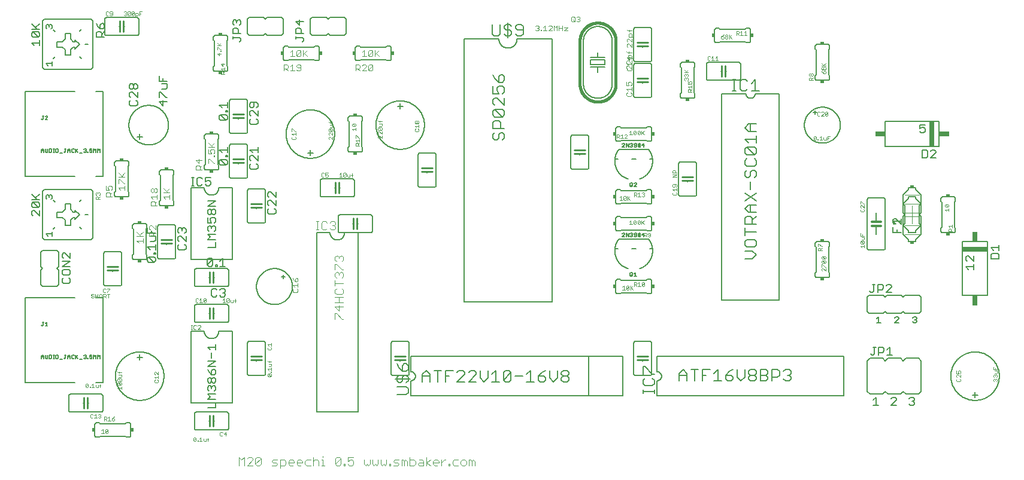
<source format=gto>
G04 EAGLE Gerber RS-274X export*
G75*
%MOMM*%
%FSLAX34Y34*%
%LPD*%
%INSilkscreen Top*%
%IPPOS*%
%AMOC8*
5,1,8,0,0,1.08239X$1,22.5*%
G01*
%ADD10C,0.101600*%
%ADD11C,0.152400*%
%ADD12C,0.254000*%
%ADD13C,0.076200*%
%ADD14C,0.177800*%
%ADD15C,0.127000*%
%ADD16C,0.050800*%
%ADD17R,0.508000X0.381000*%
%ADD18C,0.203200*%
%ADD19R,0.381000X0.508000*%
%ADD20C,0.406400*%
%ADD21R,3.556000X0.635000*%
%ADD22R,0.762000X1.397000*%
%ADD23R,0.609600X0.355600*%
%ADD24C,0.304800*%
%ADD25R,0.635000X3.556000*%
%ADD26R,1.397000X0.762000*%


D10*
X381508Y102108D02*
X381508Y113802D01*
X385406Y109904D01*
X389304Y113802D01*
X389304Y102108D01*
X393202Y102108D02*
X400998Y102108D01*
X393202Y102108D02*
X400998Y109904D01*
X400998Y111853D01*
X399049Y113802D01*
X395151Y113802D01*
X393202Y111853D01*
X404896Y111853D02*
X404896Y104057D01*
X404896Y111853D02*
X406845Y113802D01*
X410743Y113802D01*
X412692Y111853D01*
X412692Y104057D01*
X410743Y102108D01*
X406845Y102108D01*
X404896Y104057D01*
X412692Y111853D01*
X428284Y102108D02*
X434131Y102108D01*
X436080Y104057D01*
X434131Y106006D01*
X430233Y106006D01*
X428284Y107955D01*
X430233Y109904D01*
X436080Y109904D01*
X439978Y109904D02*
X439978Y98210D01*
X439978Y109904D02*
X445825Y109904D01*
X447774Y107955D01*
X447774Y104057D01*
X445825Y102108D01*
X439978Y102108D01*
X453621Y102108D02*
X457519Y102108D01*
X453621Y102108D02*
X451672Y104057D01*
X451672Y107955D01*
X453621Y109904D01*
X457519Y109904D01*
X459468Y107955D01*
X459468Y106006D01*
X451672Y106006D01*
X465315Y102108D02*
X469213Y102108D01*
X465315Y102108D02*
X463366Y104057D01*
X463366Y107955D01*
X465315Y109904D01*
X469213Y109904D01*
X471162Y107955D01*
X471162Y106006D01*
X463366Y106006D01*
X477009Y109904D02*
X482856Y109904D01*
X477009Y109904D02*
X475060Y107955D01*
X475060Y104057D01*
X477009Y102108D01*
X482856Y102108D01*
X486754Y102108D02*
X486754Y113802D01*
X488703Y109904D02*
X486754Y107955D01*
X488703Y109904D02*
X492601Y109904D01*
X494550Y107955D01*
X494550Y102108D01*
X498448Y109904D02*
X500397Y109904D01*
X500397Y102108D01*
X498448Y102108D02*
X502346Y102108D01*
X500397Y113802D02*
X500397Y115751D01*
X517938Y111853D02*
X517938Y104057D01*
X517938Y111853D02*
X519887Y113802D01*
X523785Y113802D01*
X525734Y111853D01*
X525734Y104057D01*
X523785Y102108D01*
X519887Y102108D01*
X517938Y104057D01*
X525734Y111853D01*
X529632Y104057D02*
X529632Y102108D01*
X529632Y104057D02*
X531581Y104057D01*
X531581Y102108D01*
X529632Y102108D01*
X535479Y113802D02*
X543275Y113802D01*
X535479Y113802D02*
X535479Y107955D01*
X539377Y109904D01*
X541326Y109904D01*
X543275Y107955D01*
X543275Y104057D01*
X541326Y102108D01*
X537428Y102108D01*
X535479Y104057D01*
X558867Y104057D02*
X558867Y109904D01*
X558867Y104057D02*
X560815Y102108D01*
X562764Y104057D01*
X564713Y102108D01*
X566662Y104057D01*
X566662Y109904D01*
X570560Y109904D02*
X570560Y104057D01*
X572509Y102108D01*
X574458Y104057D01*
X576407Y102108D01*
X578356Y104057D01*
X578356Y109904D01*
X582254Y109904D02*
X582254Y104057D01*
X584203Y102108D01*
X586152Y104057D01*
X588101Y102108D01*
X590050Y104057D01*
X590050Y109904D01*
X593948Y104057D02*
X593948Y102108D01*
X593948Y104057D02*
X595897Y104057D01*
X595897Y102108D01*
X593948Y102108D01*
X599795Y102108D02*
X605642Y102108D01*
X607591Y104057D01*
X605642Y106006D01*
X601744Y106006D01*
X599795Y107955D01*
X601744Y109904D01*
X607591Y109904D01*
X611489Y109904D02*
X611489Y102108D01*
X611489Y109904D02*
X613438Y109904D01*
X615387Y107955D01*
X615387Y102108D01*
X615387Y107955D02*
X617336Y109904D01*
X619285Y107955D01*
X619285Y102108D01*
X623183Y102108D02*
X623183Y113802D01*
X623183Y102108D02*
X629030Y102108D01*
X630979Y104057D01*
X630979Y107955D01*
X629030Y109904D01*
X623183Y109904D01*
X636826Y109904D02*
X640724Y109904D01*
X642673Y107955D01*
X642673Y102108D01*
X636826Y102108D01*
X634877Y104057D01*
X636826Y106006D01*
X642673Y106006D01*
X646571Y102108D02*
X646571Y113802D01*
X646571Y106006D02*
X652418Y102108D01*
X646571Y106006D02*
X652418Y109904D01*
X658265Y102108D02*
X662163Y102108D01*
X658265Y102108D02*
X656316Y104057D01*
X656316Y107955D01*
X658265Y109904D01*
X662163Y109904D01*
X664112Y107955D01*
X664112Y106006D01*
X656316Y106006D01*
X668010Y102108D02*
X668010Y109904D01*
X668010Y106006D02*
X671908Y109904D01*
X673857Y109904D01*
X677755Y104057D02*
X677755Y102108D01*
X677755Y104057D02*
X679704Y104057D01*
X679704Y102108D01*
X677755Y102108D01*
X685551Y109904D02*
X691398Y109904D01*
X685551Y109904D02*
X683602Y107955D01*
X683602Y104057D01*
X685551Y102108D01*
X691398Y102108D01*
X697245Y102108D02*
X701143Y102108D01*
X703092Y104057D01*
X703092Y107955D01*
X701143Y109904D01*
X697245Y109904D01*
X695296Y107955D01*
X695296Y104057D01*
X697245Y102108D01*
X706990Y102108D02*
X706990Y109904D01*
X708939Y109904D01*
X710888Y107955D01*
X710888Y102108D01*
X710888Y107955D02*
X712837Y109904D01*
X714786Y107955D01*
X714786Y102108D01*
D11*
X965200Y232410D02*
X965200Y275590D01*
X939800Y275590D02*
X939800Y232410D01*
X942340Y229870D02*
X962660Y229870D01*
X962660Y278130D02*
X942340Y278130D01*
X965200Y232410D02*
X965198Y232310D01*
X965192Y232211D01*
X965182Y232111D01*
X965169Y232013D01*
X965151Y231914D01*
X965130Y231817D01*
X965105Y231721D01*
X965076Y231625D01*
X965043Y231531D01*
X965007Y231438D01*
X964967Y231347D01*
X964923Y231257D01*
X964876Y231169D01*
X964826Y231083D01*
X964772Y230999D01*
X964715Y230917D01*
X964655Y230838D01*
X964591Y230760D01*
X964525Y230686D01*
X964456Y230614D01*
X964384Y230545D01*
X964310Y230479D01*
X964232Y230415D01*
X964153Y230355D01*
X964071Y230298D01*
X963987Y230244D01*
X963901Y230194D01*
X963813Y230147D01*
X963723Y230103D01*
X963632Y230063D01*
X963539Y230027D01*
X963445Y229994D01*
X963349Y229965D01*
X963253Y229940D01*
X963156Y229919D01*
X963057Y229901D01*
X962959Y229888D01*
X962859Y229878D01*
X962760Y229872D01*
X962660Y229870D01*
X965200Y275590D02*
X965198Y275690D01*
X965192Y275789D01*
X965182Y275889D01*
X965169Y275987D01*
X965151Y276086D01*
X965130Y276183D01*
X965105Y276279D01*
X965076Y276375D01*
X965043Y276469D01*
X965007Y276562D01*
X964967Y276653D01*
X964923Y276743D01*
X964876Y276831D01*
X964826Y276917D01*
X964772Y277001D01*
X964715Y277083D01*
X964655Y277162D01*
X964591Y277240D01*
X964525Y277314D01*
X964456Y277386D01*
X964384Y277455D01*
X964310Y277521D01*
X964232Y277585D01*
X964153Y277645D01*
X964071Y277702D01*
X963987Y277756D01*
X963901Y277806D01*
X963813Y277853D01*
X963723Y277897D01*
X963632Y277937D01*
X963539Y277973D01*
X963445Y278006D01*
X963349Y278035D01*
X963253Y278060D01*
X963156Y278081D01*
X963057Y278099D01*
X962959Y278112D01*
X962859Y278122D01*
X962760Y278128D01*
X962660Y278130D01*
X939800Y232410D02*
X939802Y232310D01*
X939808Y232211D01*
X939818Y232111D01*
X939831Y232013D01*
X939849Y231914D01*
X939870Y231817D01*
X939895Y231721D01*
X939924Y231625D01*
X939957Y231531D01*
X939993Y231438D01*
X940033Y231347D01*
X940077Y231257D01*
X940124Y231169D01*
X940174Y231083D01*
X940228Y230999D01*
X940285Y230917D01*
X940345Y230838D01*
X940409Y230760D01*
X940475Y230686D01*
X940544Y230614D01*
X940616Y230545D01*
X940690Y230479D01*
X940768Y230415D01*
X940847Y230355D01*
X940929Y230298D01*
X941013Y230244D01*
X941099Y230194D01*
X941187Y230147D01*
X941277Y230103D01*
X941368Y230063D01*
X941461Y230027D01*
X941555Y229994D01*
X941651Y229965D01*
X941747Y229940D01*
X941844Y229919D01*
X941943Y229901D01*
X942041Y229888D01*
X942141Y229878D01*
X942240Y229872D01*
X942340Y229870D01*
X939800Y275590D02*
X939802Y275690D01*
X939808Y275789D01*
X939818Y275889D01*
X939831Y275987D01*
X939849Y276086D01*
X939870Y276183D01*
X939895Y276279D01*
X939924Y276375D01*
X939957Y276469D01*
X939993Y276562D01*
X940033Y276653D01*
X940077Y276743D01*
X940124Y276831D01*
X940174Y276917D01*
X940228Y277001D01*
X940285Y277083D01*
X940345Y277162D01*
X940409Y277240D01*
X940475Y277314D01*
X940544Y277386D01*
X940616Y277455D01*
X940690Y277521D01*
X940768Y277585D01*
X940847Y277645D01*
X940929Y277702D01*
X941013Y277756D01*
X941099Y277806D01*
X941187Y277853D01*
X941277Y277897D01*
X941368Y277937D01*
X941461Y277973D01*
X941555Y278006D01*
X941651Y278035D01*
X941747Y278060D01*
X941844Y278081D01*
X941943Y278099D01*
X942041Y278112D01*
X942141Y278122D01*
X942240Y278128D01*
X942340Y278130D01*
X952500Y251460D02*
X952500Y250190D01*
D12*
X952500Y251460D02*
X960120Y251460D01*
X952500Y251460D02*
X944880Y251460D01*
X952500Y256540D02*
X960120Y256540D01*
X952500Y256540D02*
X944880Y256540D01*
D11*
X952500Y256540D02*
X952500Y257810D01*
X444500Y369570D02*
X444500Y372110D01*
X444500Y369570D02*
X441960Y369570D01*
X444500Y369570D02*
X444500Y367030D01*
X444500Y369570D02*
X447040Y369570D01*
X406400Y355600D02*
X406408Y356223D01*
X406431Y356846D01*
X406469Y357469D01*
X406522Y358090D01*
X406591Y358709D01*
X406675Y359327D01*
X406774Y359942D01*
X406888Y360555D01*
X407017Y361165D01*
X407161Y361772D01*
X407320Y362375D01*
X407494Y362973D01*
X407682Y363568D01*
X407885Y364157D01*
X408102Y364741D01*
X408333Y365320D01*
X408579Y365893D01*
X408839Y366460D01*
X409112Y367020D01*
X409399Y367573D01*
X409700Y368120D01*
X410014Y368658D01*
X410341Y369189D01*
X410681Y369711D01*
X411033Y370226D01*
X411399Y370731D01*
X411776Y371227D01*
X412166Y371714D01*
X412567Y372191D01*
X412980Y372658D01*
X413404Y373114D01*
X413839Y373561D01*
X414286Y373996D01*
X414742Y374420D01*
X415209Y374833D01*
X415686Y375234D01*
X416173Y375624D01*
X416669Y376001D01*
X417174Y376367D01*
X417689Y376719D01*
X418211Y377059D01*
X418742Y377386D01*
X419280Y377700D01*
X419827Y378001D01*
X420380Y378288D01*
X420940Y378561D01*
X421507Y378821D01*
X422080Y379067D01*
X422659Y379298D01*
X423243Y379515D01*
X423832Y379718D01*
X424427Y379906D01*
X425025Y380080D01*
X425628Y380239D01*
X426235Y380383D01*
X426845Y380512D01*
X427458Y380626D01*
X428073Y380725D01*
X428691Y380809D01*
X429310Y380878D01*
X429931Y380931D01*
X430554Y380969D01*
X431177Y380992D01*
X431800Y381000D01*
X432423Y380992D01*
X433046Y380969D01*
X433669Y380931D01*
X434290Y380878D01*
X434909Y380809D01*
X435527Y380725D01*
X436142Y380626D01*
X436755Y380512D01*
X437365Y380383D01*
X437972Y380239D01*
X438575Y380080D01*
X439173Y379906D01*
X439768Y379718D01*
X440357Y379515D01*
X440941Y379298D01*
X441520Y379067D01*
X442093Y378821D01*
X442660Y378561D01*
X443220Y378288D01*
X443773Y378001D01*
X444320Y377700D01*
X444858Y377386D01*
X445389Y377059D01*
X445911Y376719D01*
X446426Y376367D01*
X446931Y376001D01*
X447427Y375624D01*
X447914Y375234D01*
X448391Y374833D01*
X448858Y374420D01*
X449314Y373996D01*
X449761Y373561D01*
X450196Y373114D01*
X450620Y372658D01*
X451033Y372191D01*
X451434Y371714D01*
X451824Y371227D01*
X452201Y370731D01*
X452567Y370226D01*
X452919Y369711D01*
X453259Y369189D01*
X453586Y368658D01*
X453900Y368120D01*
X454201Y367573D01*
X454488Y367020D01*
X454761Y366460D01*
X455021Y365893D01*
X455267Y365320D01*
X455498Y364741D01*
X455715Y364157D01*
X455918Y363568D01*
X456106Y362973D01*
X456280Y362375D01*
X456439Y361772D01*
X456583Y361165D01*
X456712Y360555D01*
X456826Y359942D01*
X456925Y359327D01*
X457009Y358709D01*
X457078Y358090D01*
X457131Y357469D01*
X457169Y356846D01*
X457192Y356223D01*
X457200Y355600D01*
X457192Y354977D01*
X457169Y354354D01*
X457131Y353731D01*
X457078Y353110D01*
X457009Y352491D01*
X456925Y351873D01*
X456826Y351258D01*
X456712Y350645D01*
X456583Y350035D01*
X456439Y349428D01*
X456280Y348825D01*
X456106Y348227D01*
X455918Y347632D01*
X455715Y347043D01*
X455498Y346459D01*
X455267Y345880D01*
X455021Y345307D01*
X454761Y344740D01*
X454488Y344180D01*
X454201Y343627D01*
X453900Y343080D01*
X453586Y342542D01*
X453259Y342011D01*
X452919Y341489D01*
X452567Y340974D01*
X452201Y340469D01*
X451824Y339973D01*
X451434Y339486D01*
X451033Y339009D01*
X450620Y338542D01*
X450196Y338086D01*
X449761Y337639D01*
X449314Y337204D01*
X448858Y336780D01*
X448391Y336367D01*
X447914Y335966D01*
X447427Y335576D01*
X446931Y335199D01*
X446426Y334833D01*
X445911Y334481D01*
X445389Y334141D01*
X444858Y333814D01*
X444320Y333500D01*
X443773Y333199D01*
X443220Y332912D01*
X442660Y332639D01*
X442093Y332379D01*
X441520Y332133D01*
X440941Y331902D01*
X440357Y331685D01*
X439768Y331482D01*
X439173Y331294D01*
X438575Y331120D01*
X437972Y330961D01*
X437365Y330817D01*
X436755Y330688D01*
X436142Y330574D01*
X435527Y330475D01*
X434909Y330391D01*
X434290Y330322D01*
X433669Y330269D01*
X433046Y330231D01*
X432423Y330208D01*
X431800Y330200D01*
X431177Y330208D01*
X430554Y330231D01*
X429931Y330269D01*
X429310Y330322D01*
X428691Y330391D01*
X428073Y330475D01*
X427458Y330574D01*
X426845Y330688D01*
X426235Y330817D01*
X425628Y330961D01*
X425025Y331120D01*
X424427Y331294D01*
X423832Y331482D01*
X423243Y331685D01*
X422659Y331902D01*
X422080Y332133D01*
X421507Y332379D01*
X420940Y332639D01*
X420380Y332912D01*
X419827Y333199D01*
X419280Y333500D01*
X418742Y333814D01*
X418211Y334141D01*
X417689Y334481D01*
X417174Y334833D01*
X416669Y335199D01*
X416173Y335576D01*
X415686Y335966D01*
X415209Y336367D01*
X414742Y336780D01*
X414286Y337204D01*
X413839Y337639D01*
X413404Y338086D01*
X412980Y338542D01*
X412567Y339009D01*
X412166Y339486D01*
X411776Y339973D01*
X411399Y340469D01*
X411033Y340974D01*
X410681Y341489D01*
X410341Y342011D01*
X410014Y342542D01*
X409700Y343080D01*
X409399Y343627D01*
X409112Y344180D01*
X408839Y344740D01*
X408579Y345307D01*
X408333Y345880D01*
X408102Y346459D01*
X407885Y347043D01*
X407682Y347632D01*
X407494Y348227D01*
X407320Y348825D01*
X407161Y349428D01*
X407017Y350035D01*
X406888Y350645D01*
X406774Y351258D01*
X406675Y351873D01*
X406591Y352491D01*
X406522Y353110D01*
X406469Y353731D01*
X406431Y354354D01*
X406408Y354977D01*
X406400Y355600D01*
D13*
X457575Y351185D02*
X458803Y352413D01*
X457575Y351185D02*
X457575Y348727D01*
X458803Y347499D01*
X463718Y347499D01*
X464947Y348727D01*
X464947Y351185D01*
X463718Y352413D01*
X460032Y354983D02*
X457575Y357440D01*
X464947Y357440D01*
X464947Y354983D02*
X464947Y359898D01*
X458803Y364924D02*
X457575Y367382D01*
X458803Y364924D02*
X461261Y362467D01*
X463718Y362467D01*
X464947Y363696D01*
X464947Y366153D01*
X463718Y367382D01*
X462490Y367382D01*
X461261Y366153D01*
X461261Y362467D01*
D11*
X524510Y431800D02*
X567690Y431800D01*
X567690Y457200D02*
X524510Y457200D01*
X521970Y454660D02*
X521970Y434340D01*
X570230Y434340D02*
X570230Y454660D01*
X524510Y431800D02*
X524410Y431802D01*
X524311Y431808D01*
X524211Y431818D01*
X524113Y431831D01*
X524014Y431849D01*
X523917Y431870D01*
X523821Y431895D01*
X523725Y431924D01*
X523631Y431957D01*
X523538Y431993D01*
X523447Y432033D01*
X523357Y432077D01*
X523269Y432124D01*
X523183Y432174D01*
X523099Y432228D01*
X523017Y432285D01*
X522938Y432345D01*
X522860Y432409D01*
X522786Y432475D01*
X522714Y432544D01*
X522645Y432616D01*
X522579Y432690D01*
X522515Y432768D01*
X522455Y432847D01*
X522398Y432929D01*
X522344Y433013D01*
X522294Y433099D01*
X522247Y433187D01*
X522203Y433277D01*
X522163Y433368D01*
X522127Y433461D01*
X522094Y433555D01*
X522065Y433651D01*
X522040Y433747D01*
X522019Y433844D01*
X522001Y433943D01*
X521988Y434041D01*
X521978Y434141D01*
X521972Y434240D01*
X521970Y434340D01*
X567690Y431800D02*
X567790Y431802D01*
X567889Y431808D01*
X567989Y431818D01*
X568087Y431831D01*
X568186Y431849D01*
X568283Y431870D01*
X568379Y431895D01*
X568475Y431924D01*
X568569Y431957D01*
X568662Y431993D01*
X568753Y432033D01*
X568843Y432077D01*
X568931Y432124D01*
X569017Y432174D01*
X569101Y432228D01*
X569183Y432285D01*
X569262Y432345D01*
X569340Y432409D01*
X569414Y432475D01*
X569486Y432544D01*
X569555Y432616D01*
X569621Y432690D01*
X569685Y432768D01*
X569745Y432847D01*
X569802Y432929D01*
X569856Y433013D01*
X569906Y433099D01*
X569953Y433187D01*
X569997Y433277D01*
X570037Y433368D01*
X570073Y433461D01*
X570106Y433555D01*
X570135Y433651D01*
X570160Y433747D01*
X570181Y433844D01*
X570199Y433943D01*
X570212Y434041D01*
X570222Y434141D01*
X570228Y434240D01*
X570230Y434340D01*
X524510Y457200D02*
X524410Y457198D01*
X524311Y457192D01*
X524211Y457182D01*
X524113Y457169D01*
X524014Y457151D01*
X523917Y457130D01*
X523821Y457105D01*
X523725Y457076D01*
X523631Y457043D01*
X523538Y457007D01*
X523447Y456967D01*
X523357Y456923D01*
X523269Y456876D01*
X523183Y456826D01*
X523099Y456772D01*
X523017Y456715D01*
X522938Y456655D01*
X522860Y456591D01*
X522786Y456525D01*
X522714Y456456D01*
X522645Y456384D01*
X522579Y456310D01*
X522515Y456232D01*
X522455Y456153D01*
X522398Y456071D01*
X522344Y455987D01*
X522294Y455901D01*
X522247Y455813D01*
X522203Y455723D01*
X522163Y455632D01*
X522127Y455539D01*
X522094Y455445D01*
X522065Y455349D01*
X522040Y455253D01*
X522019Y455156D01*
X522001Y455057D01*
X521988Y454959D01*
X521978Y454859D01*
X521972Y454760D01*
X521970Y454660D01*
X567690Y457200D02*
X567790Y457198D01*
X567889Y457192D01*
X567989Y457182D01*
X568087Y457169D01*
X568186Y457151D01*
X568283Y457130D01*
X568379Y457105D01*
X568475Y457076D01*
X568569Y457043D01*
X568662Y457007D01*
X568753Y456967D01*
X568843Y456923D01*
X568931Y456876D01*
X569017Y456826D01*
X569101Y456772D01*
X569183Y456715D01*
X569262Y456655D01*
X569340Y456591D01*
X569414Y456525D01*
X569486Y456456D01*
X569555Y456384D01*
X569621Y456310D01*
X569685Y456232D01*
X569745Y456153D01*
X569802Y456071D01*
X569856Y455987D01*
X569906Y455901D01*
X569953Y455813D01*
X569997Y455723D01*
X570037Y455632D01*
X570073Y455539D01*
X570106Y455445D01*
X570135Y455349D01*
X570160Y455253D01*
X570181Y455156D01*
X570199Y455057D01*
X570212Y454959D01*
X570222Y454859D01*
X570228Y454760D01*
X570230Y454660D01*
X543560Y444500D02*
X542290Y444500D01*
D12*
X543560Y444500D02*
X543560Y436880D01*
X543560Y444500D02*
X543560Y452120D01*
X548640Y444500D02*
X548640Y436880D01*
X548640Y444500D02*
X548640Y452120D01*
D11*
X548640Y444500D02*
X549910Y444500D01*
X1064260Y628650D02*
X1098550Y628650D01*
X1098552Y628492D01*
X1098558Y628333D01*
X1098568Y628175D01*
X1098582Y628018D01*
X1098599Y627860D01*
X1098621Y627704D01*
X1098646Y627547D01*
X1098676Y627392D01*
X1098709Y627237D01*
X1098746Y627083D01*
X1098787Y626930D01*
X1098832Y626778D01*
X1098881Y626628D01*
X1098933Y626478D01*
X1098989Y626330D01*
X1099049Y626183D01*
X1099112Y626038D01*
X1099179Y625895D01*
X1099249Y625753D01*
X1099323Y625613D01*
X1099401Y625475D01*
X1099482Y625339D01*
X1099566Y625205D01*
X1099653Y625073D01*
X1099744Y624943D01*
X1099838Y624816D01*
X1099935Y624691D01*
X1100036Y624568D01*
X1100139Y624448D01*
X1100245Y624331D01*
X1100354Y624216D01*
X1100466Y624104D01*
X1100581Y623995D01*
X1100698Y623889D01*
X1100818Y623786D01*
X1100941Y623685D01*
X1101066Y623588D01*
X1101193Y623494D01*
X1101323Y623403D01*
X1101455Y623316D01*
X1101589Y623232D01*
X1101725Y623151D01*
X1101863Y623073D01*
X1102003Y622999D01*
X1102145Y622929D01*
X1102288Y622862D01*
X1102433Y622799D01*
X1102580Y622739D01*
X1102728Y622683D01*
X1102878Y622631D01*
X1103028Y622582D01*
X1103180Y622537D01*
X1103333Y622496D01*
X1103487Y622459D01*
X1103642Y622426D01*
X1103797Y622396D01*
X1103954Y622371D01*
X1104110Y622349D01*
X1104268Y622332D01*
X1104425Y622318D01*
X1104583Y622308D01*
X1104742Y622302D01*
X1104900Y622300D01*
X1105058Y622302D01*
X1105217Y622308D01*
X1105375Y622318D01*
X1105532Y622332D01*
X1105690Y622349D01*
X1105846Y622371D01*
X1106003Y622396D01*
X1106158Y622426D01*
X1106313Y622459D01*
X1106467Y622496D01*
X1106620Y622537D01*
X1106772Y622582D01*
X1106922Y622631D01*
X1107072Y622683D01*
X1107220Y622739D01*
X1107367Y622799D01*
X1107512Y622862D01*
X1107655Y622929D01*
X1107797Y622999D01*
X1107937Y623073D01*
X1108075Y623151D01*
X1108211Y623232D01*
X1108345Y623316D01*
X1108477Y623403D01*
X1108607Y623494D01*
X1108734Y623588D01*
X1108859Y623685D01*
X1108982Y623786D01*
X1109102Y623889D01*
X1109219Y623995D01*
X1109334Y624104D01*
X1109446Y624216D01*
X1109555Y624331D01*
X1109661Y624448D01*
X1109764Y624568D01*
X1109865Y624691D01*
X1109962Y624816D01*
X1110056Y624943D01*
X1110147Y625073D01*
X1110234Y625205D01*
X1110318Y625339D01*
X1110399Y625475D01*
X1110477Y625613D01*
X1110551Y625753D01*
X1110621Y625895D01*
X1110688Y626038D01*
X1110751Y626183D01*
X1110811Y626330D01*
X1110867Y626478D01*
X1110919Y626628D01*
X1110968Y626778D01*
X1111013Y626930D01*
X1111054Y627083D01*
X1111091Y627237D01*
X1111124Y627392D01*
X1111154Y627547D01*
X1111179Y627704D01*
X1111201Y627860D01*
X1111218Y628018D01*
X1111232Y628175D01*
X1111242Y628333D01*
X1111248Y628492D01*
X1111250Y628650D01*
X1145540Y336550D02*
X1064260Y336550D01*
X1064260Y628650D01*
X1111250Y628650D02*
X1145540Y628650D01*
X1145540Y336550D01*
D14*
X1084458Y632587D02*
X1079119Y632587D01*
X1081788Y632587D02*
X1081788Y648603D01*
X1079119Y648603D02*
X1084458Y648603D01*
X1098041Y648603D02*
X1100711Y645933D01*
X1098041Y648603D02*
X1092703Y648603D01*
X1090033Y645933D01*
X1090033Y635256D01*
X1092703Y632587D01*
X1098041Y632587D01*
X1100711Y635256D01*
X1106405Y643264D02*
X1111744Y648603D01*
X1111744Y632587D01*
X1117082Y632587D02*
X1106405Y632587D01*
X1107562Y394980D02*
X1096885Y394980D01*
X1107562Y394980D02*
X1112901Y400318D01*
X1107562Y405657D01*
X1096885Y405657D01*
X1096885Y414021D02*
X1096885Y419359D01*
X1096885Y414021D02*
X1099555Y411351D01*
X1110232Y411351D01*
X1112901Y414021D01*
X1112901Y419359D01*
X1110232Y422029D01*
X1099555Y422029D01*
X1096885Y419359D01*
X1096885Y433062D02*
X1112901Y433062D01*
X1096885Y427723D02*
X1096885Y438400D01*
X1096885Y444095D02*
X1112901Y444095D01*
X1096885Y444095D02*
X1096885Y452102D01*
X1099555Y454772D01*
X1104893Y454772D01*
X1107562Y452102D01*
X1107562Y444095D01*
X1107562Y449433D02*
X1112901Y454772D01*
X1112901Y460466D02*
X1102224Y460466D01*
X1096885Y465805D01*
X1102224Y471143D01*
X1112901Y471143D01*
X1104893Y471143D02*
X1104893Y460466D01*
X1096885Y476838D02*
X1112901Y487515D01*
X1112901Y476838D02*
X1096885Y487515D01*
X1104893Y493209D02*
X1104893Y503886D01*
X1096885Y517589D02*
X1099555Y520258D01*
X1096885Y517589D02*
X1096885Y512250D01*
X1099555Y509581D01*
X1102224Y509581D01*
X1104893Y512250D01*
X1104893Y517589D01*
X1107562Y520258D01*
X1110232Y520258D01*
X1112901Y517589D01*
X1112901Y512250D01*
X1110232Y509581D01*
X1096885Y533960D02*
X1099555Y536630D01*
X1096885Y533960D02*
X1096885Y528622D01*
X1099555Y525952D01*
X1110232Y525952D01*
X1112901Y528622D01*
X1112901Y533960D01*
X1110232Y536630D01*
X1110232Y542324D02*
X1099555Y542324D01*
X1096885Y544993D01*
X1096885Y550332D01*
X1099555Y553001D01*
X1110232Y553001D01*
X1112901Y550332D01*
X1112901Y544993D01*
X1110232Y542324D01*
X1099555Y553001D01*
X1102224Y558696D02*
X1096885Y564034D01*
X1112901Y564034D01*
X1112901Y558696D02*
X1112901Y569373D01*
X1112901Y575067D02*
X1102224Y575067D01*
X1096885Y580406D01*
X1102224Y585744D01*
X1112901Y585744D01*
X1104893Y585744D02*
X1104893Y575067D01*
D11*
X175260Y490220D02*
X175260Y424180D01*
X104140Y424180D02*
X104140Y490220D01*
X172720Y421640D02*
X175260Y424180D01*
X106680Y421640D02*
X104140Y424180D01*
X106680Y421640D02*
X172720Y421640D01*
X104140Y490220D02*
X106680Y492760D01*
X172720Y492760D02*
X175260Y490220D01*
X172720Y492760D02*
X106680Y492760D01*
X135890Y449580D02*
X135890Y441960D01*
X143510Y441960D01*
X143510Y449580D01*
X147320Y453390D01*
X149860Y453390D01*
X149860Y450850D01*
X156210Y457200D01*
X149860Y463550D01*
X149860Y461010D01*
X147320Y461010D01*
X143510Y464820D01*
X143510Y472440D01*
X135890Y472440D01*
X135890Y464820D01*
X132080Y461010D01*
X124460Y461010D01*
X124460Y453390D01*
X132080Y453390D01*
X135890Y449580D01*
X121920Y474980D02*
X119380Y477520D01*
X121920Y439420D02*
X119380Y436880D01*
X156210Y439420D02*
X158750Y436880D01*
X164338Y457200D02*
X168148Y457200D01*
X156210Y476250D02*
X158750Y478790D01*
D15*
X110018Y479194D02*
X108578Y480634D01*
X108578Y483515D01*
X110018Y484956D01*
X111459Y484956D01*
X112899Y483515D01*
X112899Y482075D01*
X112899Y483515D02*
X114340Y484956D01*
X115780Y484956D01*
X117221Y483515D01*
X117221Y480634D01*
X115780Y479194D01*
X108578Y430005D02*
X111459Y427124D01*
X108578Y430005D02*
X117221Y430005D01*
X117221Y427124D02*
X117221Y432886D01*
D16*
X179319Y479248D02*
X184912Y479248D01*
X179319Y479248D02*
X179319Y482044D01*
X180251Y482976D01*
X182116Y482976D01*
X183048Y482044D01*
X183048Y479248D01*
X183048Y481112D02*
X184912Y482976D01*
X180251Y484861D02*
X179319Y485793D01*
X179319Y487657D01*
X180251Y488589D01*
X181184Y488589D01*
X182116Y487657D01*
X182116Y486725D01*
X182116Y487657D02*
X183048Y488589D01*
X183980Y488589D01*
X184912Y487657D01*
X184912Y485793D01*
X183980Y484861D01*
D15*
X99695Y463146D02*
X99695Y455519D01*
X92069Y463146D01*
X90162Y463146D01*
X88255Y461239D01*
X88255Y457426D01*
X90162Y455519D01*
X90162Y467213D02*
X97788Y467213D01*
X90162Y467213D02*
X88255Y469120D01*
X88255Y472933D01*
X90162Y474840D01*
X97788Y474840D01*
X99695Y472933D01*
X99695Y469120D01*
X97788Y467213D01*
X90162Y474840D01*
X88255Y478907D02*
X99695Y478907D01*
X95882Y478907D02*
X88255Y486533D01*
X93975Y480814D02*
X99695Y486533D01*
D11*
X190500Y402590D02*
X190500Y359410D01*
X215900Y359410D02*
X215900Y402590D01*
X213360Y405130D02*
X193040Y405130D01*
X193040Y356870D02*
X213360Y356870D01*
X190500Y402590D02*
X190502Y402690D01*
X190508Y402789D01*
X190518Y402889D01*
X190531Y402987D01*
X190549Y403086D01*
X190570Y403183D01*
X190595Y403279D01*
X190624Y403375D01*
X190657Y403469D01*
X190693Y403562D01*
X190733Y403653D01*
X190777Y403743D01*
X190824Y403831D01*
X190874Y403917D01*
X190928Y404001D01*
X190985Y404083D01*
X191045Y404162D01*
X191109Y404240D01*
X191175Y404314D01*
X191244Y404386D01*
X191316Y404455D01*
X191390Y404521D01*
X191468Y404585D01*
X191547Y404645D01*
X191629Y404702D01*
X191713Y404756D01*
X191799Y404806D01*
X191887Y404853D01*
X191977Y404897D01*
X192068Y404937D01*
X192161Y404973D01*
X192255Y405006D01*
X192351Y405035D01*
X192447Y405060D01*
X192544Y405081D01*
X192643Y405099D01*
X192741Y405112D01*
X192841Y405122D01*
X192940Y405128D01*
X193040Y405130D01*
X190500Y359410D02*
X190502Y359310D01*
X190508Y359211D01*
X190518Y359111D01*
X190531Y359013D01*
X190549Y358914D01*
X190570Y358817D01*
X190595Y358721D01*
X190624Y358625D01*
X190657Y358531D01*
X190693Y358438D01*
X190733Y358347D01*
X190777Y358257D01*
X190824Y358169D01*
X190874Y358083D01*
X190928Y357999D01*
X190985Y357917D01*
X191045Y357838D01*
X191109Y357760D01*
X191175Y357686D01*
X191244Y357614D01*
X191316Y357545D01*
X191390Y357479D01*
X191468Y357415D01*
X191547Y357355D01*
X191629Y357298D01*
X191713Y357244D01*
X191799Y357194D01*
X191887Y357147D01*
X191977Y357103D01*
X192068Y357063D01*
X192161Y357027D01*
X192255Y356994D01*
X192351Y356965D01*
X192447Y356940D01*
X192544Y356919D01*
X192643Y356901D01*
X192741Y356888D01*
X192841Y356878D01*
X192940Y356872D01*
X193040Y356870D01*
X215900Y402590D02*
X215898Y402690D01*
X215892Y402789D01*
X215882Y402889D01*
X215869Y402987D01*
X215851Y403086D01*
X215830Y403183D01*
X215805Y403279D01*
X215776Y403375D01*
X215743Y403469D01*
X215707Y403562D01*
X215667Y403653D01*
X215623Y403743D01*
X215576Y403831D01*
X215526Y403917D01*
X215472Y404001D01*
X215415Y404083D01*
X215355Y404162D01*
X215291Y404240D01*
X215225Y404314D01*
X215156Y404386D01*
X215084Y404455D01*
X215010Y404521D01*
X214932Y404585D01*
X214853Y404645D01*
X214771Y404702D01*
X214687Y404756D01*
X214601Y404806D01*
X214513Y404853D01*
X214423Y404897D01*
X214332Y404937D01*
X214239Y404973D01*
X214145Y405006D01*
X214049Y405035D01*
X213953Y405060D01*
X213856Y405081D01*
X213757Y405099D01*
X213659Y405112D01*
X213559Y405122D01*
X213460Y405128D01*
X213360Y405130D01*
X215900Y359410D02*
X215898Y359310D01*
X215892Y359211D01*
X215882Y359111D01*
X215869Y359013D01*
X215851Y358914D01*
X215830Y358817D01*
X215805Y358721D01*
X215776Y358625D01*
X215743Y358531D01*
X215707Y358438D01*
X215667Y358347D01*
X215623Y358257D01*
X215576Y358169D01*
X215526Y358083D01*
X215472Y357999D01*
X215415Y357917D01*
X215355Y357838D01*
X215291Y357760D01*
X215225Y357686D01*
X215156Y357614D01*
X215084Y357545D01*
X215010Y357479D01*
X214932Y357415D01*
X214853Y357355D01*
X214771Y357298D01*
X214687Y357244D01*
X214601Y357194D01*
X214513Y357147D01*
X214423Y357103D01*
X214332Y357063D01*
X214239Y357027D01*
X214145Y356994D01*
X214049Y356965D01*
X213953Y356940D01*
X213856Y356919D01*
X213757Y356901D01*
X213659Y356888D01*
X213559Y356878D01*
X213460Y356872D01*
X213360Y356870D01*
X203200Y383540D02*
X203200Y384810D01*
D12*
X203200Y383540D02*
X195580Y383540D01*
X203200Y383540D02*
X210820Y383540D01*
X203200Y378460D02*
X195580Y378460D01*
X203200Y378460D02*
X210820Y378460D01*
D11*
X203200Y378460D02*
X203200Y377190D01*
D16*
X192484Y352811D02*
X193416Y351879D01*
X192484Y352811D02*
X190620Y352811D01*
X189688Y351879D01*
X189688Y348150D01*
X190620Y347218D01*
X192484Y347218D01*
X193416Y348150D01*
X195301Y352811D02*
X199029Y352811D01*
X199029Y351879D01*
X195301Y348150D01*
X195301Y347218D01*
X176577Y344259D02*
X175645Y345191D01*
X173781Y345191D01*
X172848Y344259D01*
X172848Y343327D01*
X173781Y342394D01*
X175645Y342394D01*
X176577Y341462D01*
X176577Y340530D01*
X175645Y339598D01*
X173781Y339598D01*
X172848Y340530D01*
X178462Y339598D02*
X178462Y345191D01*
X178462Y342394D02*
X182190Y342394D01*
X182190Y339598D02*
X182190Y345191D01*
X185007Y345191D02*
X186871Y345191D01*
X185007Y345191D02*
X184075Y344259D01*
X184075Y340530D01*
X185007Y339598D01*
X186871Y339598D01*
X187803Y340530D01*
X187803Y344259D01*
X186871Y345191D01*
X189688Y345191D02*
X189688Y339598D01*
X189688Y345191D02*
X192484Y345191D01*
X193416Y344259D01*
X193416Y342394D01*
X192484Y341462D01*
X189688Y341462D01*
X191552Y341462D02*
X193416Y339598D01*
X197165Y339598D02*
X197165Y345191D01*
X195301Y345191D02*
X199029Y345191D01*
D11*
X194310Y736600D02*
X237490Y736600D01*
X237490Y711200D02*
X194310Y711200D01*
X240030Y713740D02*
X240030Y734060D01*
X191770Y734060D02*
X191770Y713740D01*
X237490Y736600D02*
X237590Y736598D01*
X237689Y736592D01*
X237789Y736582D01*
X237887Y736569D01*
X237986Y736551D01*
X238083Y736530D01*
X238179Y736505D01*
X238275Y736476D01*
X238369Y736443D01*
X238462Y736407D01*
X238553Y736367D01*
X238643Y736323D01*
X238731Y736276D01*
X238817Y736226D01*
X238901Y736172D01*
X238983Y736115D01*
X239062Y736055D01*
X239140Y735991D01*
X239214Y735925D01*
X239286Y735856D01*
X239355Y735784D01*
X239421Y735710D01*
X239485Y735632D01*
X239545Y735553D01*
X239602Y735471D01*
X239656Y735387D01*
X239706Y735301D01*
X239753Y735213D01*
X239797Y735123D01*
X239837Y735032D01*
X239873Y734939D01*
X239906Y734845D01*
X239935Y734749D01*
X239960Y734653D01*
X239981Y734556D01*
X239999Y734457D01*
X240012Y734359D01*
X240022Y734259D01*
X240028Y734160D01*
X240030Y734060D01*
X194310Y736600D02*
X194210Y736598D01*
X194111Y736592D01*
X194011Y736582D01*
X193913Y736569D01*
X193814Y736551D01*
X193717Y736530D01*
X193621Y736505D01*
X193525Y736476D01*
X193431Y736443D01*
X193338Y736407D01*
X193247Y736367D01*
X193157Y736323D01*
X193069Y736276D01*
X192983Y736226D01*
X192899Y736172D01*
X192817Y736115D01*
X192738Y736055D01*
X192660Y735991D01*
X192586Y735925D01*
X192514Y735856D01*
X192445Y735784D01*
X192379Y735710D01*
X192315Y735632D01*
X192255Y735553D01*
X192198Y735471D01*
X192144Y735387D01*
X192094Y735301D01*
X192047Y735213D01*
X192003Y735123D01*
X191963Y735032D01*
X191927Y734939D01*
X191894Y734845D01*
X191865Y734749D01*
X191840Y734653D01*
X191819Y734556D01*
X191801Y734457D01*
X191788Y734359D01*
X191778Y734259D01*
X191772Y734160D01*
X191770Y734060D01*
X237490Y711200D02*
X237590Y711202D01*
X237689Y711208D01*
X237789Y711218D01*
X237887Y711231D01*
X237986Y711249D01*
X238083Y711270D01*
X238179Y711295D01*
X238275Y711324D01*
X238369Y711357D01*
X238462Y711393D01*
X238553Y711433D01*
X238643Y711477D01*
X238731Y711524D01*
X238817Y711574D01*
X238901Y711628D01*
X238983Y711685D01*
X239062Y711745D01*
X239140Y711809D01*
X239214Y711875D01*
X239286Y711944D01*
X239355Y712016D01*
X239421Y712090D01*
X239485Y712168D01*
X239545Y712247D01*
X239602Y712329D01*
X239656Y712413D01*
X239706Y712499D01*
X239753Y712587D01*
X239797Y712677D01*
X239837Y712768D01*
X239873Y712861D01*
X239906Y712955D01*
X239935Y713051D01*
X239960Y713147D01*
X239981Y713244D01*
X239999Y713343D01*
X240012Y713441D01*
X240022Y713541D01*
X240028Y713640D01*
X240030Y713740D01*
X194310Y711200D02*
X194210Y711202D01*
X194111Y711208D01*
X194011Y711218D01*
X193913Y711231D01*
X193814Y711249D01*
X193717Y711270D01*
X193621Y711295D01*
X193525Y711324D01*
X193431Y711357D01*
X193338Y711393D01*
X193247Y711433D01*
X193157Y711477D01*
X193069Y711524D01*
X192983Y711574D01*
X192899Y711628D01*
X192817Y711685D01*
X192738Y711745D01*
X192660Y711809D01*
X192586Y711875D01*
X192514Y711944D01*
X192445Y712016D01*
X192379Y712090D01*
X192315Y712168D01*
X192255Y712247D01*
X192198Y712329D01*
X192144Y712413D01*
X192094Y712499D01*
X192047Y712587D01*
X192003Y712677D01*
X191963Y712768D01*
X191927Y712861D01*
X191894Y712955D01*
X191865Y713051D01*
X191840Y713147D01*
X191819Y713244D01*
X191801Y713343D01*
X191788Y713441D01*
X191778Y713541D01*
X191772Y713640D01*
X191770Y713740D01*
X218440Y723900D02*
X219710Y723900D01*
D12*
X218440Y723900D02*
X218440Y731520D01*
X218440Y723900D02*
X218440Y716280D01*
X213360Y723900D02*
X213360Y731520D01*
X213360Y723900D02*
X213360Y716280D01*
D11*
X213360Y723900D02*
X212090Y723900D01*
D16*
X197023Y744055D02*
X196090Y744987D01*
X194226Y744987D01*
X193294Y744055D01*
X193294Y740326D01*
X194226Y739394D01*
X196090Y739394D01*
X197023Y740326D01*
X198907Y740326D02*
X199839Y739394D01*
X201703Y739394D01*
X202636Y740326D01*
X202636Y744055D01*
X201703Y744987D01*
X199839Y744987D01*
X198907Y744055D01*
X198907Y743123D01*
X199839Y742190D01*
X202636Y742190D01*
X218694Y744055D02*
X219626Y744987D01*
X221490Y744987D01*
X222423Y744055D01*
X222423Y743123D01*
X221490Y742190D01*
X220558Y742190D01*
X221490Y742190D02*
X222423Y741258D01*
X222423Y740326D01*
X221490Y739394D01*
X219626Y739394D01*
X218694Y740326D01*
X224307Y740326D02*
X224307Y744055D01*
X225239Y744987D01*
X227103Y744987D01*
X228036Y744055D01*
X228036Y740326D01*
X227103Y739394D01*
X225239Y739394D01*
X224307Y740326D01*
X228036Y744055D01*
X229920Y744055D02*
X229920Y740326D01*
X229920Y744055D02*
X230852Y744987D01*
X232717Y744987D01*
X233649Y744055D01*
X233649Y740326D01*
X232717Y739394D01*
X230852Y739394D01*
X229920Y740326D01*
X233649Y744055D01*
X235533Y743123D02*
X235533Y737530D01*
X235533Y743123D02*
X238330Y743123D01*
X239262Y742190D01*
X239262Y740326D01*
X238330Y739394D01*
X235533Y739394D01*
X241146Y739394D02*
X241146Y744987D01*
X244875Y744987D01*
X243011Y742190D02*
X241146Y742190D01*
D11*
X175260Y731520D02*
X175260Y665480D01*
X104140Y665480D02*
X104140Y731520D01*
X172720Y662940D02*
X175260Y665480D01*
X106680Y662940D02*
X104140Y665480D01*
X106680Y662940D02*
X172720Y662940D01*
X104140Y731520D02*
X106680Y734060D01*
X172720Y734060D02*
X175260Y731520D01*
X172720Y734060D02*
X106680Y734060D01*
X135890Y690880D02*
X135890Y683260D01*
X143510Y683260D01*
X143510Y690880D01*
X147320Y694690D01*
X149860Y694690D01*
X149860Y692150D01*
X156210Y698500D01*
X149860Y704850D01*
X149860Y702310D01*
X147320Y702310D01*
X143510Y706120D01*
X143510Y713740D01*
X135890Y713740D01*
X135890Y706120D01*
X132080Y702310D01*
X124460Y702310D01*
X124460Y694690D01*
X132080Y694690D01*
X135890Y690880D01*
X121920Y716280D02*
X119380Y718820D01*
X121920Y680720D02*
X119380Y678180D01*
X156210Y680720D02*
X158750Y678180D01*
X164338Y698500D02*
X168148Y698500D01*
X156210Y717550D02*
X158750Y720090D01*
D15*
X110018Y720494D02*
X108578Y721934D01*
X108578Y724815D01*
X110018Y726256D01*
X111459Y726256D01*
X112899Y724815D01*
X112899Y723375D01*
X112899Y724815D02*
X114340Y726256D01*
X115780Y726256D01*
X117221Y724815D01*
X117221Y721934D01*
X115780Y720494D01*
X108578Y671305D02*
X111459Y668424D01*
X108578Y671305D02*
X117221Y671305D01*
X117221Y668424D02*
X117221Y674186D01*
X179695Y708767D02*
X191135Y708767D01*
X179695Y708767D02*
X179695Y714487D01*
X181602Y716394D01*
X185415Y716394D01*
X187322Y714487D01*
X187322Y708767D01*
X187322Y712580D02*
X191135Y716394D01*
X181602Y724274D02*
X179695Y728088D01*
X181602Y724274D02*
X185415Y720461D01*
X189228Y720461D01*
X191135Y722368D01*
X191135Y726181D01*
X189228Y728088D01*
X187322Y728088D01*
X185415Y726181D01*
X185415Y720461D01*
X92069Y696819D02*
X88255Y700632D01*
X99695Y700632D01*
X99695Y696819D02*
X99695Y704446D01*
X97788Y708513D02*
X90162Y708513D01*
X88255Y710420D01*
X88255Y714233D01*
X90162Y716140D01*
X97788Y716140D01*
X99695Y714233D01*
X99695Y710420D01*
X97788Y708513D01*
X90162Y716140D01*
X88255Y720207D02*
X99695Y720207D01*
X95882Y720207D02*
X88255Y727833D01*
X93975Y722114D02*
X99695Y727833D01*
D11*
X1196340Y370840D02*
X1196342Y370740D01*
X1196348Y370641D01*
X1196358Y370541D01*
X1196371Y370443D01*
X1196389Y370344D01*
X1196410Y370247D01*
X1196435Y370151D01*
X1196464Y370055D01*
X1196497Y369961D01*
X1196533Y369868D01*
X1196573Y369777D01*
X1196617Y369687D01*
X1196664Y369599D01*
X1196714Y369513D01*
X1196768Y369429D01*
X1196825Y369347D01*
X1196885Y369268D01*
X1196949Y369190D01*
X1197015Y369116D01*
X1197084Y369044D01*
X1197156Y368975D01*
X1197230Y368909D01*
X1197308Y368845D01*
X1197387Y368785D01*
X1197469Y368728D01*
X1197553Y368674D01*
X1197639Y368624D01*
X1197727Y368577D01*
X1197817Y368533D01*
X1197908Y368493D01*
X1198001Y368457D01*
X1198095Y368424D01*
X1198191Y368395D01*
X1198287Y368370D01*
X1198384Y368349D01*
X1198483Y368331D01*
X1198581Y368318D01*
X1198681Y368308D01*
X1198780Y368302D01*
X1198880Y368300D01*
X1214120Y368300D02*
X1214220Y368302D01*
X1214319Y368308D01*
X1214419Y368318D01*
X1214517Y368331D01*
X1214616Y368349D01*
X1214713Y368370D01*
X1214809Y368395D01*
X1214905Y368424D01*
X1214999Y368457D01*
X1215092Y368493D01*
X1215183Y368533D01*
X1215273Y368577D01*
X1215361Y368624D01*
X1215447Y368674D01*
X1215531Y368728D01*
X1215613Y368785D01*
X1215692Y368845D01*
X1215770Y368909D01*
X1215844Y368975D01*
X1215916Y369044D01*
X1215985Y369116D01*
X1216051Y369190D01*
X1216115Y369268D01*
X1216175Y369347D01*
X1216232Y369429D01*
X1216286Y369513D01*
X1216336Y369599D01*
X1216383Y369687D01*
X1216427Y369777D01*
X1216467Y369868D01*
X1216503Y369961D01*
X1216536Y370055D01*
X1216565Y370151D01*
X1216590Y370247D01*
X1216611Y370344D01*
X1216629Y370443D01*
X1216642Y370541D01*
X1216652Y370641D01*
X1216658Y370740D01*
X1216660Y370840D01*
X1216660Y416560D02*
X1216658Y416660D01*
X1216652Y416759D01*
X1216642Y416859D01*
X1216629Y416957D01*
X1216611Y417056D01*
X1216590Y417153D01*
X1216565Y417249D01*
X1216536Y417345D01*
X1216503Y417439D01*
X1216467Y417532D01*
X1216427Y417623D01*
X1216383Y417713D01*
X1216336Y417801D01*
X1216286Y417887D01*
X1216232Y417971D01*
X1216175Y418053D01*
X1216115Y418132D01*
X1216051Y418210D01*
X1215985Y418284D01*
X1215916Y418356D01*
X1215844Y418425D01*
X1215770Y418491D01*
X1215692Y418555D01*
X1215613Y418615D01*
X1215531Y418672D01*
X1215447Y418726D01*
X1215361Y418776D01*
X1215273Y418823D01*
X1215183Y418867D01*
X1215092Y418907D01*
X1214999Y418943D01*
X1214905Y418976D01*
X1214809Y419005D01*
X1214713Y419030D01*
X1214616Y419051D01*
X1214517Y419069D01*
X1214419Y419082D01*
X1214319Y419092D01*
X1214220Y419098D01*
X1214120Y419100D01*
X1198880Y419100D02*
X1198780Y419098D01*
X1198681Y419092D01*
X1198581Y419082D01*
X1198483Y419069D01*
X1198384Y419051D01*
X1198287Y419030D01*
X1198191Y419005D01*
X1198095Y418976D01*
X1198001Y418943D01*
X1197908Y418907D01*
X1197817Y418867D01*
X1197727Y418823D01*
X1197639Y418776D01*
X1197553Y418726D01*
X1197469Y418672D01*
X1197387Y418615D01*
X1197308Y418555D01*
X1197230Y418491D01*
X1197156Y418425D01*
X1197084Y418356D01*
X1197015Y418284D01*
X1196949Y418210D01*
X1196885Y418132D01*
X1196825Y418053D01*
X1196768Y417971D01*
X1196714Y417887D01*
X1196664Y417801D01*
X1196617Y417713D01*
X1196573Y417623D01*
X1196533Y417532D01*
X1196497Y417439D01*
X1196464Y417345D01*
X1196435Y417249D01*
X1196410Y417153D01*
X1196389Y417056D01*
X1196371Y416957D01*
X1196358Y416859D01*
X1196348Y416759D01*
X1196342Y416660D01*
X1196340Y416560D01*
X1198880Y368300D02*
X1214120Y368300D01*
X1196340Y370840D02*
X1196340Y374650D01*
X1197610Y375920D01*
X1216660Y374650D02*
X1216660Y370840D01*
X1216660Y374650D02*
X1215390Y375920D01*
X1197610Y411480D02*
X1196340Y412750D01*
X1197610Y411480D02*
X1197610Y375920D01*
X1215390Y411480D02*
X1216660Y412750D01*
X1215390Y411480D02*
X1215390Y375920D01*
X1196340Y412750D02*
X1196340Y416560D01*
X1216660Y416560D02*
X1216660Y412750D01*
X1214120Y419100D02*
X1198880Y419100D01*
D17*
X1206500Y421005D03*
X1206500Y366395D03*
D16*
X1205992Y406654D02*
X1200399Y406654D01*
X1200399Y409450D01*
X1201331Y410383D01*
X1203196Y410383D01*
X1204128Y409450D01*
X1204128Y406654D01*
X1204128Y408518D02*
X1205992Y410383D01*
X1200399Y412267D02*
X1200399Y415996D01*
X1201331Y415996D01*
X1205060Y412267D01*
X1205992Y412267D01*
X1211072Y381427D02*
X1211072Y377698D01*
X1207344Y381427D01*
X1206411Y381427D01*
X1205479Y380494D01*
X1205479Y378630D01*
X1206411Y377698D01*
X1205479Y383311D02*
X1205479Y387040D01*
X1206411Y387040D01*
X1210140Y383311D01*
X1211072Y383311D01*
X1210140Y388924D02*
X1206411Y388924D01*
X1205479Y389856D01*
X1205479Y391721D01*
X1206411Y392653D01*
X1210140Y392653D01*
X1211072Y391721D01*
X1211072Y389856D01*
X1210140Y388924D01*
X1206411Y392653D01*
X1206411Y394537D02*
X1210140Y394537D01*
X1206411Y394537D02*
X1205479Y395469D01*
X1205479Y397334D01*
X1206411Y398266D01*
X1210140Y398266D01*
X1211072Y397334D01*
X1211072Y395469D01*
X1210140Y394537D01*
X1206411Y398266D01*
D11*
X1088390Y673100D02*
X1045210Y673100D01*
X1045210Y647700D02*
X1088390Y647700D01*
X1090930Y650240D02*
X1090930Y670560D01*
X1042670Y670560D02*
X1042670Y650240D01*
X1088390Y673100D02*
X1088490Y673098D01*
X1088589Y673092D01*
X1088689Y673082D01*
X1088787Y673069D01*
X1088886Y673051D01*
X1088983Y673030D01*
X1089079Y673005D01*
X1089175Y672976D01*
X1089269Y672943D01*
X1089362Y672907D01*
X1089453Y672867D01*
X1089543Y672823D01*
X1089631Y672776D01*
X1089717Y672726D01*
X1089801Y672672D01*
X1089883Y672615D01*
X1089962Y672555D01*
X1090040Y672491D01*
X1090114Y672425D01*
X1090186Y672356D01*
X1090255Y672284D01*
X1090321Y672210D01*
X1090385Y672132D01*
X1090445Y672053D01*
X1090502Y671971D01*
X1090556Y671887D01*
X1090606Y671801D01*
X1090653Y671713D01*
X1090697Y671623D01*
X1090737Y671532D01*
X1090773Y671439D01*
X1090806Y671345D01*
X1090835Y671249D01*
X1090860Y671153D01*
X1090881Y671056D01*
X1090899Y670957D01*
X1090912Y670859D01*
X1090922Y670759D01*
X1090928Y670660D01*
X1090930Y670560D01*
X1045210Y673100D02*
X1045110Y673098D01*
X1045011Y673092D01*
X1044911Y673082D01*
X1044813Y673069D01*
X1044714Y673051D01*
X1044617Y673030D01*
X1044521Y673005D01*
X1044425Y672976D01*
X1044331Y672943D01*
X1044238Y672907D01*
X1044147Y672867D01*
X1044057Y672823D01*
X1043969Y672776D01*
X1043883Y672726D01*
X1043799Y672672D01*
X1043717Y672615D01*
X1043638Y672555D01*
X1043560Y672491D01*
X1043486Y672425D01*
X1043414Y672356D01*
X1043345Y672284D01*
X1043279Y672210D01*
X1043215Y672132D01*
X1043155Y672053D01*
X1043098Y671971D01*
X1043044Y671887D01*
X1042994Y671801D01*
X1042947Y671713D01*
X1042903Y671623D01*
X1042863Y671532D01*
X1042827Y671439D01*
X1042794Y671345D01*
X1042765Y671249D01*
X1042740Y671153D01*
X1042719Y671056D01*
X1042701Y670957D01*
X1042688Y670859D01*
X1042678Y670759D01*
X1042672Y670660D01*
X1042670Y670560D01*
X1088390Y647700D02*
X1088490Y647702D01*
X1088589Y647708D01*
X1088689Y647718D01*
X1088787Y647731D01*
X1088886Y647749D01*
X1088983Y647770D01*
X1089079Y647795D01*
X1089175Y647824D01*
X1089269Y647857D01*
X1089362Y647893D01*
X1089453Y647933D01*
X1089543Y647977D01*
X1089631Y648024D01*
X1089717Y648074D01*
X1089801Y648128D01*
X1089883Y648185D01*
X1089962Y648245D01*
X1090040Y648309D01*
X1090114Y648375D01*
X1090186Y648444D01*
X1090255Y648516D01*
X1090321Y648590D01*
X1090385Y648668D01*
X1090445Y648747D01*
X1090502Y648829D01*
X1090556Y648913D01*
X1090606Y648999D01*
X1090653Y649087D01*
X1090697Y649177D01*
X1090737Y649268D01*
X1090773Y649361D01*
X1090806Y649455D01*
X1090835Y649551D01*
X1090860Y649647D01*
X1090881Y649744D01*
X1090899Y649843D01*
X1090912Y649941D01*
X1090922Y650041D01*
X1090928Y650140D01*
X1090930Y650240D01*
X1045210Y647700D02*
X1045110Y647702D01*
X1045011Y647708D01*
X1044911Y647718D01*
X1044813Y647731D01*
X1044714Y647749D01*
X1044617Y647770D01*
X1044521Y647795D01*
X1044425Y647824D01*
X1044331Y647857D01*
X1044238Y647893D01*
X1044147Y647933D01*
X1044057Y647977D01*
X1043969Y648024D01*
X1043883Y648074D01*
X1043799Y648128D01*
X1043717Y648185D01*
X1043638Y648245D01*
X1043560Y648309D01*
X1043486Y648375D01*
X1043414Y648444D01*
X1043345Y648516D01*
X1043279Y648590D01*
X1043215Y648668D01*
X1043155Y648747D01*
X1043098Y648829D01*
X1043044Y648913D01*
X1042994Y648999D01*
X1042947Y649087D01*
X1042903Y649177D01*
X1042863Y649268D01*
X1042827Y649361D01*
X1042794Y649455D01*
X1042765Y649551D01*
X1042740Y649647D01*
X1042719Y649744D01*
X1042701Y649843D01*
X1042688Y649941D01*
X1042678Y650041D01*
X1042672Y650140D01*
X1042670Y650240D01*
X1069340Y660400D02*
X1070610Y660400D01*
D12*
X1069340Y660400D02*
X1069340Y668020D01*
X1069340Y660400D02*
X1069340Y652780D01*
X1064260Y660400D02*
X1064260Y668020D01*
X1064260Y660400D02*
X1064260Y652780D01*
D11*
X1064260Y660400D02*
X1062990Y660400D01*
D16*
X1047923Y680555D02*
X1046990Y681487D01*
X1045126Y681487D01*
X1044194Y680555D01*
X1044194Y676826D01*
X1045126Y675894D01*
X1046990Y675894D01*
X1047923Y676826D01*
X1049807Y679623D02*
X1051671Y681487D01*
X1051671Y675894D01*
X1049807Y675894D02*
X1053536Y675894D01*
X1055420Y679623D02*
X1057284Y681487D01*
X1057284Y675894D01*
X1055420Y675894D02*
X1059149Y675894D01*
D11*
X1028700Y529590D02*
X1028700Y486410D01*
X1003300Y486410D02*
X1003300Y529590D01*
X1005840Y483870D02*
X1026160Y483870D01*
X1026160Y532130D02*
X1005840Y532130D01*
X1028700Y486410D02*
X1028698Y486310D01*
X1028692Y486211D01*
X1028682Y486111D01*
X1028669Y486013D01*
X1028651Y485914D01*
X1028630Y485817D01*
X1028605Y485721D01*
X1028576Y485625D01*
X1028543Y485531D01*
X1028507Y485438D01*
X1028467Y485347D01*
X1028423Y485257D01*
X1028376Y485169D01*
X1028326Y485083D01*
X1028272Y484999D01*
X1028215Y484917D01*
X1028155Y484838D01*
X1028091Y484760D01*
X1028025Y484686D01*
X1027956Y484614D01*
X1027884Y484545D01*
X1027810Y484479D01*
X1027732Y484415D01*
X1027653Y484355D01*
X1027571Y484298D01*
X1027487Y484244D01*
X1027401Y484194D01*
X1027313Y484147D01*
X1027223Y484103D01*
X1027132Y484063D01*
X1027039Y484027D01*
X1026945Y483994D01*
X1026849Y483965D01*
X1026753Y483940D01*
X1026656Y483919D01*
X1026557Y483901D01*
X1026459Y483888D01*
X1026359Y483878D01*
X1026260Y483872D01*
X1026160Y483870D01*
X1028700Y529590D02*
X1028698Y529690D01*
X1028692Y529789D01*
X1028682Y529889D01*
X1028669Y529987D01*
X1028651Y530086D01*
X1028630Y530183D01*
X1028605Y530279D01*
X1028576Y530375D01*
X1028543Y530469D01*
X1028507Y530562D01*
X1028467Y530653D01*
X1028423Y530743D01*
X1028376Y530831D01*
X1028326Y530917D01*
X1028272Y531001D01*
X1028215Y531083D01*
X1028155Y531162D01*
X1028091Y531240D01*
X1028025Y531314D01*
X1027956Y531386D01*
X1027884Y531455D01*
X1027810Y531521D01*
X1027732Y531585D01*
X1027653Y531645D01*
X1027571Y531702D01*
X1027487Y531756D01*
X1027401Y531806D01*
X1027313Y531853D01*
X1027223Y531897D01*
X1027132Y531937D01*
X1027039Y531973D01*
X1026945Y532006D01*
X1026849Y532035D01*
X1026753Y532060D01*
X1026656Y532081D01*
X1026557Y532099D01*
X1026459Y532112D01*
X1026359Y532122D01*
X1026260Y532128D01*
X1026160Y532130D01*
X1003300Y486410D02*
X1003302Y486310D01*
X1003308Y486211D01*
X1003318Y486111D01*
X1003331Y486013D01*
X1003349Y485914D01*
X1003370Y485817D01*
X1003395Y485721D01*
X1003424Y485625D01*
X1003457Y485531D01*
X1003493Y485438D01*
X1003533Y485347D01*
X1003577Y485257D01*
X1003624Y485169D01*
X1003674Y485083D01*
X1003728Y484999D01*
X1003785Y484917D01*
X1003845Y484838D01*
X1003909Y484760D01*
X1003975Y484686D01*
X1004044Y484614D01*
X1004116Y484545D01*
X1004190Y484479D01*
X1004268Y484415D01*
X1004347Y484355D01*
X1004429Y484298D01*
X1004513Y484244D01*
X1004599Y484194D01*
X1004687Y484147D01*
X1004777Y484103D01*
X1004868Y484063D01*
X1004961Y484027D01*
X1005055Y483994D01*
X1005151Y483965D01*
X1005247Y483940D01*
X1005344Y483919D01*
X1005443Y483901D01*
X1005541Y483888D01*
X1005641Y483878D01*
X1005740Y483872D01*
X1005840Y483870D01*
X1003300Y529590D02*
X1003302Y529690D01*
X1003308Y529789D01*
X1003318Y529889D01*
X1003331Y529987D01*
X1003349Y530086D01*
X1003370Y530183D01*
X1003395Y530279D01*
X1003424Y530375D01*
X1003457Y530469D01*
X1003493Y530562D01*
X1003533Y530653D01*
X1003577Y530743D01*
X1003624Y530831D01*
X1003674Y530917D01*
X1003728Y531001D01*
X1003785Y531083D01*
X1003845Y531162D01*
X1003909Y531240D01*
X1003975Y531314D01*
X1004044Y531386D01*
X1004116Y531455D01*
X1004190Y531521D01*
X1004268Y531585D01*
X1004347Y531645D01*
X1004429Y531702D01*
X1004513Y531756D01*
X1004599Y531806D01*
X1004687Y531853D01*
X1004777Y531897D01*
X1004868Y531937D01*
X1004961Y531973D01*
X1005055Y532006D01*
X1005151Y532035D01*
X1005247Y532060D01*
X1005344Y532081D01*
X1005443Y532099D01*
X1005541Y532112D01*
X1005641Y532122D01*
X1005740Y532128D01*
X1005840Y532130D01*
X1016000Y505460D02*
X1016000Y504190D01*
D12*
X1016000Y505460D02*
X1023620Y505460D01*
X1016000Y505460D02*
X1008380Y505460D01*
X1016000Y510540D02*
X1023620Y510540D01*
X1016000Y510540D02*
X1008380Y510540D01*
D11*
X1016000Y510540D02*
X1016000Y511810D01*
D16*
X995845Y489123D02*
X994913Y488190D01*
X994913Y486326D01*
X995845Y485394D01*
X999574Y485394D01*
X1000506Y486326D01*
X1000506Y488190D01*
X999574Y489123D01*
X996778Y491007D02*
X994913Y492871D01*
X1000506Y492871D01*
X1000506Y491007D02*
X1000506Y494736D01*
X999574Y496620D02*
X1000506Y497552D01*
X1000506Y499417D01*
X999574Y500349D01*
X995845Y500349D01*
X994913Y499417D01*
X994913Y497552D01*
X995845Y496620D01*
X996778Y496620D01*
X997710Y497552D01*
X997710Y500349D01*
X1000506Y510794D02*
X994913Y510794D01*
X1000506Y514523D01*
X994913Y514523D01*
X994913Y516407D02*
X1000506Y516407D01*
X994913Y516407D02*
X994913Y519203D01*
X995845Y520136D01*
X997710Y520136D01*
X998642Y519203D01*
X998642Y516407D01*
D18*
X960746Y422910D02*
X961140Y422397D01*
X961521Y421875D01*
X961890Y421344D01*
X962245Y420805D01*
X962588Y420256D01*
X962917Y419700D01*
X963233Y419136D01*
X963534Y418564D01*
X963822Y417985D01*
X964096Y417400D01*
X964355Y416808D01*
X964600Y416210D01*
X964831Y415606D01*
X965047Y414996D01*
X965248Y414382D01*
X965434Y413763D01*
X965604Y413139D01*
X965760Y412512D01*
X965901Y411881D01*
X966026Y411247D01*
X966136Y410610D01*
X966230Y409970D01*
X966309Y409329D01*
X966372Y408686D01*
X966419Y408041D01*
X966451Y407395D01*
X966468Y406749D01*
X966468Y406103D01*
X966453Y405456D01*
X966423Y404811D01*
X966376Y404166D01*
X966314Y403523D01*
X966237Y402881D01*
X966144Y402241D01*
X966035Y401604D01*
X965911Y400969D01*
X965772Y400338D01*
X965617Y399711D01*
X965448Y399087D01*
X965263Y398467D01*
X965063Y397853D01*
X964849Y397243D01*
X964619Y396638D01*
X964375Y396040D01*
X964117Y395447D01*
X963845Y394861D01*
X963558Y394282D01*
X963257Y393710D01*
X962943Y393145D01*
X962615Y392588D01*
X962273Y392039D01*
X961919Y391498D01*
X961551Y390967D01*
X961171Y390444D01*
X960778Y389931D01*
X960372Y389427D01*
X959955Y388934D01*
X959526Y388450D01*
X959085Y387978D01*
X958633Y387516D01*
X958169Y387065D01*
X957695Y386625D01*
X957211Y386197D01*
X956716Y385781D01*
X956212Y385377D01*
X955697Y384986D01*
X955174Y384607D01*
X954641Y384241D01*
X954099Y383887D01*
X953550Y383548D01*
X952992Y383221D01*
X952426Y382908D01*
X951853Y382609D01*
X951273Y382324D01*
X950686Y382053D01*
X950093Y381796D01*
X949494Y381554D01*
X948889Y381326D01*
X948278Y381113D01*
X947663Y380915D01*
X931937Y380915D02*
X931322Y381114D01*
X930711Y381326D01*
X930106Y381554D01*
X929507Y381796D01*
X928914Y382053D01*
X928327Y382324D01*
X927747Y382609D01*
X927174Y382908D01*
X926608Y383221D01*
X926050Y383548D01*
X925500Y383888D01*
X924959Y384241D01*
X924426Y384607D01*
X923903Y384986D01*
X923388Y385378D01*
X922884Y385782D01*
X922389Y386198D01*
X921904Y386625D01*
X921430Y387065D01*
X920967Y387516D01*
X920515Y387978D01*
X920074Y388451D01*
X919645Y388934D01*
X919228Y389428D01*
X918822Y389931D01*
X918429Y390444D01*
X918049Y390967D01*
X917681Y391499D01*
X917327Y392039D01*
X916985Y392588D01*
X916657Y393145D01*
X916343Y393710D01*
X916042Y394282D01*
X915755Y394861D01*
X915483Y395448D01*
X915224Y396040D01*
X914981Y396639D01*
X914751Y397243D01*
X914537Y397853D01*
X914337Y398468D01*
X914152Y399087D01*
X913982Y399711D01*
X913828Y400339D01*
X913689Y400970D01*
X913565Y401604D01*
X913456Y402241D01*
X913363Y402881D01*
X913286Y403523D01*
X913224Y404166D01*
X913177Y404811D01*
X913147Y405457D01*
X913132Y406103D01*
X913132Y406749D01*
X913149Y407396D01*
X913181Y408041D01*
X913228Y408686D01*
X913291Y409329D01*
X913370Y409971D01*
X913464Y410610D01*
X913574Y411247D01*
X913699Y411882D01*
X913840Y412513D01*
X913996Y413140D01*
X914167Y413763D01*
X914353Y414382D01*
X914554Y414997D01*
X914769Y415606D01*
X915000Y416210D01*
X915245Y416808D01*
X915504Y417400D01*
X915778Y417986D01*
X916066Y418565D01*
X916368Y419136D01*
X916683Y419700D01*
X917012Y420257D01*
X917355Y420805D01*
X917711Y421345D01*
X918079Y421876D01*
X918461Y422398D01*
X918855Y422910D01*
X960745Y422910D01*
X962337Y408940D02*
X966349Y408940D01*
X942663Y408940D02*
X936937Y408940D01*
X917263Y408940D02*
X913251Y408940D01*
D15*
X934822Y374484D02*
X934822Y371264D01*
X934822Y374484D02*
X935627Y375289D01*
X937237Y375289D01*
X938042Y374484D01*
X938042Y371264D01*
X937237Y370459D01*
X935627Y370459D01*
X934822Y371264D01*
X936432Y372069D02*
X938042Y370459D01*
X940435Y373679D02*
X942045Y375289D01*
X942045Y370459D01*
X940435Y370459D02*
X943655Y370459D01*
X926816Y426085D02*
X923596Y426085D01*
X926816Y429305D01*
X926816Y430110D01*
X926011Y430915D01*
X924401Y430915D01*
X923596Y430110D01*
X929209Y430915D02*
X929209Y426085D01*
X932429Y426085D02*
X929209Y430915D01*
X932429Y430915D02*
X932429Y426085D01*
X934822Y430110D02*
X935627Y430915D01*
X937237Y430915D01*
X938042Y430110D01*
X938042Y429305D01*
X937237Y428500D01*
X936432Y428500D01*
X937237Y428500D02*
X938042Y427695D01*
X938042Y426890D01*
X937237Y426085D01*
X935627Y426085D01*
X934822Y426890D01*
X940435Y426890D02*
X941240Y426085D01*
X942850Y426085D01*
X943655Y426890D01*
X943655Y430110D01*
X942850Y430915D01*
X941240Y430915D01*
X940435Y430110D01*
X940435Y429305D01*
X941240Y428500D01*
X943655Y428500D01*
X946048Y426890D02*
X946048Y430110D01*
X946853Y430915D01*
X948463Y430915D01*
X949268Y430110D01*
X949268Y426890D01*
X948463Y426085D01*
X946853Y426085D01*
X946048Y426890D01*
X949268Y430110D01*
X954076Y430915D02*
X954076Y426085D01*
X951661Y428500D02*
X954076Y430915D01*
X954881Y428500D02*
X951661Y428500D01*
D11*
X1196340Y650240D02*
X1196342Y650140D01*
X1196348Y650041D01*
X1196358Y649941D01*
X1196371Y649843D01*
X1196389Y649744D01*
X1196410Y649647D01*
X1196435Y649551D01*
X1196464Y649455D01*
X1196497Y649361D01*
X1196533Y649268D01*
X1196573Y649177D01*
X1196617Y649087D01*
X1196664Y648999D01*
X1196714Y648913D01*
X1196768Y648829D01*
X1196825Y648747D01*
X1196885Y648668D01*
X1196949Y648590D01*
X1197015Y648516D01*
X1197084Y648444D01*
X1197156Y648375D01*
X1197230Y648309D01*
X1197308Y648245D01*
X1197387Y648185D01*
X1197469Y648128D01*
X1197553Y648074D01*
X1197639Y648024D01*
X1197727Y647977D01*
X1197817Y647933D01*
X1197908Y647893D01*
X1198001Y647857D01*
X1198095Y647824D01*
X1198191Y647795D01*
X1198287Y647770D01*
X1198384Y647749D01*
X1198483Y647731D01*
X1198581Y647718D01*
X1198681Y647708D01*
X1198780Y647702D01*
X1198880Y647700D01*
X1214120Y647700D02*
X1214220Y647702D01*
X1214319Y647708D01*
X1214419Y647718D01*
X1214517Y647731D01*
X1214616Y647749D01*
X1214713Y647770D01*
X1214809Y647795D01*
X1214905Y647824D01*
X1214999Y647857D01*
X1215092Y647893D01*
X1215183Y647933D01*
X1215273Y647977D01*
X1215361Y648024D01*
X1215447Y648074D01*
X1215531Y648128D01*
X1215613Y648185D01*
X1215692Y648245D01*
X1215770Y648309D01*
X1215844Y648375D01*
X1215916Y648444D01*
X1215985Y648516D01*
X1216051Y648590D01*
X1216115Y648668D01*
X1216175Y648747D01*
X1216232Y648829D01*
X1216286Y648913D01*
X1216336Y648999D01*
X1216383Y649087D01*
X1216427Y649177D01*
X1216467Y649268D01*
X1216503Y649361D01*
X1216536Y649455D01*
X1216565Y649551D01*
X1216590Y649647D01*
X1216611Y649744D01*
X1216629Y649843D01*
X1216642Y649941D01*
X1216652Y650041D01*
X1216658Y650140D01*
X1216660Y650240D01*
X1216660Y695960D02*
X1216658Y696060D01*
X1216652Y696159D01*
X1216642Y696259D01*
X1216629Y696357D01*
X1216611Y696456D01*
X1216590Y696553D01*
X1216565Y696649D01*
X1216536Y696745D01*
X1216503Y696839D01*
X1216467Y696932D01*
X1216427Y697023D01*
X1216383Y697113D01*
X1216336Y697201D01*
X1216286Y697287D01*
X1216232Y697371D01*
X1216175Y697453D01*
X1216115Y697532D01*
X1216051Y697610D01*
X1215985Y697684D01*
X1215916Y697756D01*
X1215844Y697825D01*
X1215770Y697891D01*
X1215692Y697955D01*
X1215613Y698015D01*
X1215531Y698072D01*
X1215447Y698126D01*
X1215361Y698176D01*
X1215273Y698223D01*
X1215183Y698267D01*
X1215092Y698307D01*
X1214999Y698343D01*
X1214905Y698376D01*
X1214809Y698405D01*
X1214713Y698430D01*
X1214616Y698451D01*
X1214517Y698469D01*
X1214419Y698482D01*
X1214319Y698492D01*
X1214220Y698498D01*
X1214120Y698500D01*
X1198880Y698500D02*
X1198780Y698498D01*
X1198681Y698492D01*
X1198581Y698482D01*
X1198483Y698469D01*
X1198384Y698451D01*
X1198287Y698430D01*
X1198191Y698405D01*
X1198095Y698376D01*
X1198001Y698343D01*
X1197908Y698307D01*
X1197817Y698267D01*
X1197727Y698223D01*
X1197639Y698176D01*
X1197553Y698126D01*
X1197469Y698072D01*
X1197387Y698015D01*
X1197308Y697955D01*
X1197230Y697891D01*
X1197156Y697825D01*
X1197084Y697756D01*
X1197015Y697684D01*
X1196949Y697610D01*
X1196885Y697532D01*
X1196825Y697453D01*
X1196768Y697371D01*
X1196714Y697287D01*
X1196664Y697201D01*
X1196617Y697113D01*
X1196573Y697023D01*
X1196533Y696932D01*
X1196497Y696839D01*
X1196464Y696745D01*
X1196435Y696649D01*
X1196410Y696553D01*
X1196389Y696456D01*
X1196371Y696357D01*
X1196358Y696259D01*
X1196348Y696159D01*
X1196342Y696060D01*
X1196340Y695960D01*
X1198880Y647700D02*
X1214120Y647700D01*
X1196340Y650240D02*
X1196340Y654050D01*
X1197610Y655320D01*
X1216660Y654050D02*
X1216660Y650240D01*
X1216660Y654050D02*
X1215390Y655320D01*
X1197610Y690880D02*
X1196340Y692150D01*
X1197610Y690880D02*
X1197610Y655320D01*
X1215390Y690880D02*
X1216660Y692150D01*
X1215390Y690880D02*
X1215390Y655320D01*
X1196340Y692150D02*
X1196340Y695960D01*
X1216660Y695960D02*
X1216660Y692150D01*
X1214120Y698500D02*
X1198880Y698500D01*
D17*
X1206500Y700405D03*
X1206500Y645795D03*
D16*
X1193292Y647954D02*
X1187699Y647954D01*
X1187699Y650750D01*
X1188631Y651683D01*
X1190496Y651683D01*
X1191428Y650750D01*
X1191428Y647954D01*
X1191428Y649818D02*
X1193292Y651683D01*
X1188631Y653567D02*
X1187699Y654499D01*
X1187699Y656363D01*
X1188631Y657296D01*
X1189564Y657296D01*
X1190496Y656363D01*
X1191428Y657296D01*
X1192360Y657296D01*
X1193292Y656363D01*
X1193292Y654499D01*
X1192360Y653567D01*
X1191428Y653567D01*
X1190496Y654499D01*
X1189564Y653567D01*
X1188631Y653567D01*
X1190496Y654499D02*
X1190496Y656363D01*
X1205479Y660827D02*
X1206411Y658962D01*
X1208276Y657098D01*
X1210140Y657098D01*
X1211072Y658030D01*
X1211072Y659894D01*
X1210140Y660827D01*
X1209208Y660827D01*
X1208276Y659894D01*
X1208276Y657098D01*
X1206411Y662711D02*
X1205479Y663643D01*
X1205479Y665507D01*
X1206411Y666440D01*
X1207344Y666440D01*
X1208276Y665507D01*
X1209208Y666440D01*
X1210140Y666440D01*
X1211072Y665507D01*
X1211072Y663643D01*
X1210140Y662711D01*
X1209208Y662711D01*
X1208276Y663643D01*
X1207344Y662711D01*
X1206411Y662711D01*
X1208276Y663643D02*
X1208276Y665507D01*
X1205479Y668324D02*
X1211072Y668324D01*
X1209208Y668324D02*
X1205479Y672053D01*
X1208276Y669256D02*
X1211072Y672053D01*
D11*
X965200Y436880D02*
X965198Y436780D01*
X965192Y436681D01*
X965182Y436581D01*
X965169Y436483D01*
X965151Y436384D01*
X965130Y436287D01*
X965105Y436191D01*
X965076Y436095D01*
X965043Y436001D01*
X965007Y435908D01*
X964967Y435817D01*
X964923Y435727D01*
X964876Y435639D01*
X964826Y435553D01*
X964772Y435469D01*
X964715Y435387D01*
X964655Y435308D01*
X964591Y435230D01*
X964525Y435156D01*
X964456Y435084D01*
X964384Y435015D01*
X964310Y434949D01*
X964232Y434885D01*
X964153Y434825D01*
X964071Y434768D01*
X963987Y434714D01*
X963901Y434664D01*
X963813Y434617D01*
X963723Y434573D01*
X963632Y434533D01*
X963539Y434497D01*
X963445Y434464D01*
X963349Y434435D01*
X963253Y434410D01*
X963156Y434389D01*
X963057Y434371D01*
X962959Y434358D01*
X962859Y434348D01*
X962760Y434342D01*
X962660Y434340D01*
X965200Y452120D02*
X965198Y452220D01*
X965192Y452319D01*
X965182Y452419D01*
X965169Y452517D01*
X965151Y452616D01*
X965130Y452713D01*
X965105Y452809D01*
X965076Y452905D01*
X965043Y452999D01*
X965007Y453092D01*
X964967Y453183D01*
X964923Y453273D01*
X964876Y453361D01*
X964826Y453447D01*
X964772Y453531D01*
X964715Y453613D01*
X964655Y453692D01*
X964591Y453770D01*
X964525Y453844D01*
X964456Y453916D01*
X964384Y453985D01*
X964310Y454051D01*
X964232Y454115D01*
X964153Y454175D01*
X964071Y454232D01*
X963987Y454286D01*
X963901Y454336D01*
X963813Y454383D01*
X963723Y454427D01*
X963632Y454467D01*
X963539Y454503D01*
X963445Y454536D01*
X963349Y454565D01*
X963253Y454590D01*
X963156Y454611D01*
X963057Y454629D01*
X962959Y454642D01*
X962859Y454652D01*
X962760Y454658D01*
X962660Y454660D01*
X916940Y454660D02*
X916840Y454658D01*
X916741Y454652D01*
X916641Y454642D01*
X916543Y454629D01*
X916444Y454611D01*
X916347Y454590D01*
X916251Y454565D01*
X916155Y454536D01*
X916061Y454503D01*
X915968Y454467D01*
X915877Y454427D01*
X915787Y454383D01*
X915699Y454336D01*
X915613Y454286D01*
X915529Y454232D01*
X915447Y454175D01*
X915368Y454115D01*
X915290Y454051D01*
X915216Y453985D01*
X915144Y453916D01*
X915075Y453844D01*
X915009Y453770D01*
X914945Y453692D01*
X914885Y453613D01*
X914828Y453531D01*
X914774Y453447D01*
X914724Y453361D01*
X914677Y453273D01*
X914633Y453183D01*
X914593Y453092D01*
X914557Y452999D01*
X914524Y452905D01*
X914495Y452809D01*
X914470Y452713D01*
X914449Y452616D01*
X914431Y452517D01*
X914418Y452419D01*
X914408Y452319D01*
X914402Y452220D01*
X914400Y452120D01*
X914400Y436880D02*
X914402Y436780D01*
X914408Y436681D01*
X914418Y436581D01*
X914431Y436483D01*
X914449Y436384D01*
X914470Y436287D01*
X914495Y436191D01*
X914524Y436095D01*
X914557Y436001D01*
X914593Y435908D01*
X914633Y435817D01*
X914677Y435727D01*
X914724Y435639D01*
X914774Y435553D01*
X914828Y435469D01*
X914885Y435387D01*
X914945Y435308D01*
X915009Y435230D01*
X915075Y435156D01*
X915144Y435084D01*
X915216Y435015D01*
X915290Y434949D01*
X915368Y434885D01*
X915447Y434825D01*
X915529Y434768D01*
X915613Y434714D01*
X915699Y434664D01*
X915787Y434617D01*
X915877Y434573D01*
X915968Y434533D01*
X916061Y434497D01*
X916155Y434464D01*
X916251Y434435D01*
X916347Y434410D01*
X916444Y434389D01*
X916543Y434371D01*
X916641Y434358D01*
X916741Y434348D01*
X916840Y434342D01*
X916940Y434340D01*
X965200Y436880D02*
X965200Y452120D01*
X962660Y434340D02*
X958850Y434340D01*
X957580Y435610D01*
X958850Y454660D02*
X962660Y454660D01*
X958850Y454660D02*
X957580Y453390D01*
X922020Y435610D02*
X920750Y434340D01*
X922020Y435610D02*
X957580Y435610D01*
X922020Y453390D02*
X920750Y454660D01*
X922020Y453390D02*
X957580Y453390D01*
X920750Y434340D02*
X916940Y434340D01*
X916940Y454660D02*
X920750Y454660D01*
X914400Y452120D02*
X914400Y436880D01*
D19*
X912495Y444500D03*
X967105Y444500D03*
D16*
X954228Y431297D02*
X954228Y425704D01*
X954228Y431297D02*
X957024Y431297D01*
X957956Y430365D01*
X957956Y428500D01*
X957024Y427568D01*
X954228Y427568D01*
X956092Y427568D02*
X957956Y425704D01*
X959841Y426636D02*
X960773Y425704D01*
X962637Y425704D01*
X963569Y426636D01*
X963569Y430365D01*
X962637Y431297D01*
X960773Y431297D01*
X959841Y430365D01*
X959841Y429433D01*
X960773Y428500D01*
X963569Y428500D01*
X935722Y449077D02*
X933858Y447213D01*
X935722Y449077D02*
X935722Y443484D01*
X933858Y443484D02*
X937586Y443484D01*
X939471Y444416D02*
X939471Y448145D01*
X940403Y449077D01*
X942267Y449077D01*
X943199Y448145D01*
X943199Y444416D01*
X942267Y443484D01*
X940403Y443484D01*
X939471Y444416D01*
X943199Y448145D01*
X945084Y448145D02*
X945084Y444416D01*
X945084Y448145D02*
X946016Y449077D01*
X947880Y449077D01*
X948812Y448145D01*
X948812Y444416D01*
X947880Y443484D01*
X946016Y443484D01*
X945084Y444416D01*
X948812Y448145D01*
X950697Y449077D02*
X950697Y443484D01*
X950697Y445348D02*
X954425Y449077D01*
X951629Y446280D02*
X954425Y443484D01*
D11*
X916940Y365760D02*
X916840Y365758D01*
X916741Y365752D01*
X916641Y365742D01*
X916543Y365729D01*
X916444Y365711D01*
X916347Y365690D01*
X916251Y365665D01*
X916155Y365636D01*
X916061Y365603D01*
X915968Y365567D01*
X915877Y365527D01*
X915787Y365483D01*
X915699Y365436D01*
X915613Y365386D01*
X915529Y365332D01*
X915447Y365275D01*
X915368Y365215D01*
X915290Y365151D01*
X915216Y365085D01*
X915144Y365016D01*
X915075Y364944D01*
X915009Y364870D01*
X914945Y364792D01*
X914885Y364713D01*
X914828Y364631D01*
X914774Y364547D01*
X914724Y364461D01*
X914677Y364373D01*
X914633Y364283D01*
X914593Y364192D01*
X914557Y364099D01*
X914524Y364005D01*
X914495Y363909D01*
X914470Y363813D01*
X914449Y363716D01*
X914431Y363617D01*
X914418Y363519D01*
X914408Y363419D01*
X914402Y363320D01*
X914400Y363220D01*
X914400Y347980D02*
X914402Y347880D01*
X914408Y347781D01*
X914418Y347681D01*
X914431Y347583D01*
X914449Y347484D01*
X914470Y347387D01*
X914495Y347291D01*
X914524Y347195D01*
X914557Y347101D01*
X914593Y347008D01*
X914633Y346917D01*
X914677Y346827D01*
X914724Y346739D01*
X914774Y346653D01*
X914828Y346569D01*
X914885Y346487D01*
X914945Y346408D01*
X915009Y346330D01*
X915075Y346256D01*
X915144Y346184D01*
X915216Y346115D01*
X915290Y346049D01*
X915368Y345985D01*
X915447Y345925D01*
X915529Y345868D01*
X915613Y345814D01*
X915699Y345764D01*
X915787Y345717D01*
X915877Y345673D01*
X915968Y345633D01*
X916061Y345597D01*
X916155Y345564D01*
X916251Y345535D01*
X916347Y345510D01*
X916444Y345489D01*
X916543Y345471D01*
X916641Y345458D01*
X916741Y345448D01*
X916840Y345442D01*
X916940Y345440D01*
X962660Y345440D02*
X962760Y345442D01*
X962859Y345448D01*
X962959Y345458D01*
X963057Y345471D01*
X963156Y345489D01*
X963253Y345510D01*
X963349Y345535D01*
X963445Y345564D01*
X963539Y345597D01*
X963632Y345633D01*
X963723Y345673D01*
X963813Y345717D01*
X963901Y345764D01*
X963987Y345814D01*
X964071Y345868D01*
X964153Y345925D01*
X964232Y345985D01*
X964310Y346049D01*
X964384Y346115D01*
X964456Y346184D01*
X964525Y346256D01*
X964591Y346330D01*
X964655Y346408D01*
X964715Y346487D01*
X964772Y346569D01*
X964826Y346653D01*
X964876Y346739D01*
X964923Y346827D01*
X964967Y346917D01*
X965007Y347008D01*
X965043Y347101D01*
X965076Y347195D01*
X965105Y347291D01*
X965130Y347387D01*
X965151Y347484D01*
X965169Y347583D01*
X965182Y347681D01*
X965192Y347781D01*
X965198Y347880D01*
X965200Y347980D01*
X965200Y363220D02*
X965198Y363320D01*
X965192Y363419D01*
X965182Y363519D01*
X965169Y363617D01*
X965151Y363716D01*
X965130Y363813D01*
X965105Y363909D01*
X965076Y364005D01*
X965043Y364099D01*
X965007Y364192D01*
X964967Y364283D01*
X964923Y364373D01*
X964876Y364461D01*
X964826Y364547D01*
X964772Y364631D01*
X964715Y364713D01*
X964655Y364792D01*
X964591Y364870D01*
X964525Y364944D01*
X964456Y365016D01*
X964384Y365085D01*
X964310Y365151D01*
X964232Y365215D01*
X964153Y365275D01*
X964071Y365332D01*
X963987Y365386D01*
X963901Y365436D01*
X963813Y365483D01*
X963723Y365527D01*
X963632Y365567D01*
X963539Y365603D01*
X963445Y365636D01*
X963349Y365665D01*
X963253Y365690D01*
X963156Y365711D01*
X963057Y365729D01*
X962959Y365742D01*
X962859Y365752D01*
X962760Y365758D01*
X962660Y365760D01*
X914400Y363220D02*
X914400Y347980D01*
X916940Y365760D02*
X920750Y365760D01*
X922020Y364490D01*
X920750Y345440D02*
X916940Y345440D01*
X920750Y345440D02*
X922020Y346710D01*
X957580Y364490D02*
X958850Y365760D01*
X957580Y364490D02*
X922020Y364490D01*
X957580Y346710D02*
X958850Y345440D01*
X957580Y346710D02*
X922020Y346710D01*
X958850Y365760D02*
X962660Y365760D01*
X962660Y345440D02*
X958850Y345440D01*
X965200Y347980D02*
X965200Y363220D01*
D19*
X967105Y355600D03*
X912495Y355600D03*
D16*
X940054Y356108D02*
X940054Y361701D01*
X942850Y361701D01*
X943783Y360769D01*
X943783Y358904D01*
X942850Y357972D01*
X940054Y357972D01*
X941918Y357972D02*
X943783Y356108D01*
X945667Y359837D02*
X947531Y361701D01*
X947531Y356108D01*
X945667Y356108D02*
X949396Y356108D01*
X951280Y357040D02*
X951280Y360769D01*
X952212Y361701D01*
X954077Y361701D01*
X955009Y360769D01*
X955009Y357040D01*
X954077Y356108D01*
X952212Y356108D01*
X951280Y357040D01*
X955009Y360769D01*
X925662Y356621D02*
X923798Y354757D01*
X925662Y356621D02*
X925662Y351028D01*
X923798Y351028D02*
X927527Y351028D01*
X929411Y351960D02*
X929411Y355689D01*
X930343Y356621D01*
X932207Y356621D01*
X933140Y355689D01*
X933140Y351960D01*
X932207Y351028D01*
X930343Y351028D01*
X929411Y351960D01*
X933140Y355689D01*
X935024Y356621D02*
X935024Y351028D01*
X935024Y352892D02*
X938753Y356621D01*
X935956Y353824D02*
X938753Y351028D01*
D18*
X947663Y507915D02*
X948278Y508113D01*
X948889Y508326D01*
X949494Y508554D01*
X950093Y508796D01*
X950686Y509053D01*
X951273Y509324D01*
X951853Y509609D01*
X952426Y509908D01*
X952992Y510221D01*
X953550Y510548D01*
X954099Y510887D01*
X954641Y511241D01*
X955174Y511607D01*
X955697Y511986D01*
X956212Y512377D01*
X956716Y512781D01*
X957211Y513197D01*
X957695Y513625D01*
X958169Y514065D01*
X958633Y514516D01*
X959085Y514978D01*
X959526Y515450D01*
X959955Y515934D01*
X960372Y516427D01*
X960778Y516931D01*
X961171Y517444D01*
X961551Y517967D01*
X961919Y518498D01*
X962273Y519039D01*
X962615Y519588D01*
X962943Y520145D01*
X963257Y520710D01*
X963558Y521282D01*
X963845Y521861D01*
X964117Y522447D01*
X964375Y523040D01*
X964619Y523638D01*
X964849Y524243D01*
X965063Y524853D01*
X965263Y525467D01*
X965448Y526087D01*
X965617Y526711D01*
X965772Y527338D01*
X965911Y527969D01*
X966035Y528604D01*
X966144Y529241D01*
X966237Y529881D01*
X966314Y530523D01*
X966376Y531166D01*
X966423Y531811D01*
X966453Y532456D01*
X966468Y533103D01*
X966468Y533749D01*
X966451Y534395D01*
X966419Y535041D01*
X966372Y535686D01*
X966309Y536329D01*
X966230Y536970D01*
X966136Y537610D01*
X966026Y538247D01*
X965901Y538881D01*
X965760Y539512D01*
X965604Y540139D01*
X965434Y540763D01*
X965248Y541382D01*
X965047Y541996D01*
X964831Y542606D01*
X964600Y543210D01*
X964355Y543808D01*
X964096Y544400D01*
X963822Y544985D01*
X963534Y545564D01*
X963233Y546136D01*
X962917Y546700D01*
X962588Y547256D01*
X962245Y547805D01*
X961890Y548344D01*
X961521Y548875D01*
X961140Y549397D01*
X960746Y549910D01*
X918855Y549910D02*
X918461Y549398D01*
X918079Y548876D01*
X917711Y548345D01*
X917355Y547805D01*
X917012Y547257D01*
X916683Y546700D01*
X916368Y546136D01*
X916066Y545565D01*
X915778Y544986D01*
X915504Y544400D01*
X915245Y543808D01*
X915000Y543210D01*
X914769Y542606D01*
X914554Y541997D01*
X914353Y541382D01*
X914167Y540763D01*
X913996Y540140D01*
X913840Y539513D01*
X913699Y538882D01*
X913574Y538247D01*
X913464Y537610D01*
X913370Y536971D01*
X913291Y536329D01*
X913228Y535686D01*
X913181Y535041D01*
X913149Y534396D01*
X913132Y533749D01*
X913132Y533103D01*
X913147Y532457D01*
X913177Y531811D01*
X913224Y531166D01*
X913286Y530523D01*
X913363Y529881D01*
X913456Y529241D01*
X913565Y528604D01*
X913689Y527970D01*
X913828Y527339D01*
X913982Y526711D01*
X914152Y526087D01*
X914337Y525468D01*
X914537Y524853D01*
X914751Y524243D01*
X914981Y523639D01*
X915224Y523040D01*
X915483Y522448D01*
X915755Y521861D01*
X916042Y521282D01*
X916343Y520710D01*
X916657Y520145D01*
X916985Y519588D01*
X917327Y519039D01*
X917681Y518499D01*
X918049Y517967D01*
X918429Y517444D01*
X918822Y516931D01*
X919228Y516428D01*
X919645Y515934D01*
X920074Y515451D01*
X920515Y514978D01*
X920967Y514516D01*
X921430Y514065D01*
X921904Y513625D01*
X922389Y513198D01*
X922884Y512782D01*
X923388Y512378D01*
X923903Y511986D01*
X924426Y511607D01*
X924959Y511241D01*
X925500Y510888D01*
X926050Y510548D01*
X926608Y510221D01*
X927174Y509908D01*
X927747Y509609D01*
X928327Y509324D01*
X928914Y509053D01*
X929507Y508796D01*
X930106Y508554D01*
X930711Y508326D01*
X931322Y508114D01*
X931937Y507915D01*
X918855Y549910D02*
X960745Y549910D01*
X962337Y535940D02*
X966349Y535940D01*
X942663Y535940D02*
X936937Y535940D01*
X917263Y535940D02*
X913251Y535940D01*
D15*
X934822Y501484D02*
X934822Y498264D01*
X934822Y501484D02*
X935627Y502289D01*
X937237Y502289D01*
X938042Y501484D01*
X938042Y498264D01*
X937237Y497459D01*
X935627Y497459D01*
X934822Y498264D01*
X936432Y499069D02*
X938042Y497459D01*
X940435Y497459D02*
X943655Y497459D01*
X940435Y497459D02*
X943655Y500679D01*
X943655Y501484D01*
X942850Y502289D01*
X941240Y502289D01*
X940435Y501484D01*
X926816Y553085D02*
X923596Y553085D01*
X926816Y556305D01*
X926816Y557110D01*
X926011Y557915D01*
X924401Y557915D01*
X923596Y557110D01*
X929209Y557915D02*
X929209Y553085D01*
X932429Y553085D02*
X929209Y557915D01*
X932429Y557915D02*
X932429Y553085D01*
X934822Y557110D02*
X935627Y557915D01*
X937237Y557915D01*
X938042Y557110D01*
X938042Y556305D01*
X937237Y555500D01*
X936432Y555500D01*
X937237Y555500D02*
X938042Y554695D01*
X938042Y553890D01*
X937237Y553085D01*
X935627Y553085D01*
X934822Y553890D01*
X940435Y553890D02*
X941240Y553085D01*
X942850Y553085D01*
X943655Y553890D01*
X943655Y557110D01*
X942850Y557915D01*
X941240Y557915D01*
X940435Y557110D01*
X940435Y556305D01*
X941240Y555500D01*
X943655Y555500D01*
X946048Y553890D02*
X946048Y557110D01*
X946853Y557915D01*
X948463Y557915D01*
X949268Y557110D01*
X949268Y553890D01*
X948463Y553085D01*
X946853Y553085D01*
X946048Y553890D01*
X949268Y557110D01*
X954076Y557915D02*
X954076Y553085D01*
X951661Y555500D02*
X954076Y557915D01*
X954881Y555500D02*
X951661Y555500D01*
D11*
X1054100Y718820D02*
X1054102Y718920D01*
X1054108Y719019D01*
X1054118Y719119D01*
X1054131Y719217D01*
X1054149Y719316D01*
X1054170Y719413D01*
X1054195Y719509D01*
X1054224Y719605D01*
X1054257Y719699D01*
X1054293Y719792D01*
X1054333Y719883D01*
X1054377Y719973D01*
X1054424Y720061D01*
X1054474Y720147D01*
X1054528Y720231D01*
X1054585Y720313D01*
X1054645Y720392D01*
X1054709Y720470D01*
X1054775Y720544D01*
X1054844Y720616D01*
X1054916Y720685D01*
X1054990Y720751D01*
X1055068Y720815D01*
X1055147Y720875D01*
X1055229Y720932D01*
X1055313Y720986D01*
X1055399Y721036D01*
X1055487Y721083D01*
X1055577Y721127D01*
X1055668Y721167D01*
X1055761Y721203D01*
X1055855Y721236D01*
X1055951Y721265D01*
X1056047Y721290D01*
X1056144Y721311D01*
X1056243Y721329D01*
X1056341Y721342D01*
X1056441Y721352D01*
X1056540Y721358D01*
X1056640Y721360D01*
X1054100Y703580D02*
X1054102Y703480D01*
X1054108Y703381D01*
X1054118Y703281D01*
X1054131Y703183D01*
X1054149Y703084D01*
X1054170Y702987D01*
X1054195Y702891D01*
X1054224Y702795D01*
X1054257Y702701D01*
X1054293Y702608D01*
X1054333Y702517D01*
X1054377Y702427D01*
X1054424Y702339D01*
X1054474Y702253D01*
X1054528Y702169D01*
X1054585Y702087D01*
X1054645Y702008D01*
X1054709Y701930D01*
X1054775Y701856D01*
X1054844Y701784D01*
X1054916Y701715D01*
X1054990Y701649D01*
X1055068Y701585D01*
X1055147Y701525D01*
X1055229Y701468D01*
X1055313Y701414D01*
X1055399Y701364D01*
X1055487Y701317D01*
X1055577Y701273D01*
X1055668Y701233D01*
X1055761Y701197D01*
X1055855Y701164D01*
X1055951Y701135D01*
X1056047Y701110D01*
X1056144Y701089D01*
X1056243Y701071D01*
X1056341Y701058D01*
X1056441Y701048D01*
X1056540Y701042D01*
X1056640Y701040D01*
X1102360Y701040D02*
X1102460Y701042D01*
X1102559Y701048D01*
X1102659Y701058D01*
X1102757Y701071D01*
X1102856Y701089D01*
X1102953Y701110D01*
X1103049Y701135D01*
X1103145Y701164D01*
X1103239Y701197D01*
X1103332Y701233D01*
X1103423Y701273D01*
X1103513Y701317D01*
X1103601Y701364D01*
X1103687Y701414D01*
X1103771Y701468D01*
X1103853Y701525D01*
X1103932Y701585D01*
X1104010Y701649D01*
X1104084Y701715D01*
X1104156Y701784D01*
X1104225Y701856D01*
X1104291Y701930D01*
X1104355Y702008D01*
X1104415Y702087D01*
X1104472Y702169D01*
X1104526Y702253D01*
X1104576Y702339D01*
X1104623Y702427D01*
X1104667Y702517D01*
X1104707Y702608D01*
X1104743Y702701D01*
X1104776Y702795D01*
X1104805Y702891D01*
X1104830Y702987D01*
X1104851Y703084D01*
X1104869Y703183D01*
X1104882Y703281D01*
X1104892Y703381D01*
X1104898Y703480D01*
X1104900Y703580D01*
X1104900Y718820D02*
X1104898Y718920D01*
X1104892Y719019D01*
X1104882Y719119D01*
X1104869Y719217D01*
X1104851Y719316D01*
X1104830Y719413D01*
X1104805Y719509D01*
X1104776Y719605D01*
X1104743Y719699D01*
X1104707Y719792D01*
X1104667Y719883D01*
X1104623Y719973D01*
X1104576Y720061D01*
X1104526Y720147D01*
X1104472Y720231D01*
X1104415Y720313D01*
X1104355Y720392D01*
X1104291Y720470D01*
X1104225Y720544D01*
X1104156Y720616D01*
X1104084Y720685D01*
X1104010Y720751D01*
X1103932Y720815D01*
X1103853Y720875D01*
X1103771Y720932D01*
X1103687Y720986D01*
X1103601Y721036D01*
X1103513Y721083D01*
X1103423Y721127D01*
X1103332Y721167D01*
X1103239Y721203D01*
X1103145Y721236D01*
X1103049Y721265D01*
X1102953Y721290D01*
X1102856Y721311D01*
X1102757Y721329D01*
X1102659Y721342D01*
X1102559Y721352D01*
X1102460Y721358D01*
X1102360Y721360D01*
X1054100Y718820D02*
X1054100Y703580D01*
X1056640Y721360D02*
X1060450Y721360D01*
X1061720Y720090D01*
X1060450Y701040D02*
X1056640Y701040D01*
X1060450Y701040D02*
X1061720Y702310D01*
X1097280Y720090D02*
X1098550Y721360D01*
X1097280Y720090D02*
X1061720Y720090D01*
X1097280Y702310D02*
X1098550Y701040D01*
X1097280Y702310D02*
X1061720Y702310D01*
X1098550Y721360D02*
X1102360Y721360D01*
X1102360Y701040D02*
X1098550Y701040D01*
X1104900Y703580D02*
X1104900Y718820D01*
D19*
X1106805Y711200D03*
X1052195Y711200D03*
D16*
X1084834Y711708D02*
X1084834Y717301D01*
X1087630Y717301D01*
X1088563Y716369D01*
X1088563Y714504D01*
X1087630Y713572D01*
X1084834Y713572D01*
X1086698Y713572D02*
X1088563Y711708D01*
X1090447Y715437D02*
X1092311Y717301D01*
X1092311Y711708D01*
X1090447Y711708D02*
X1094176Y711708D01*
X1096060Y715437D02*
X1097924Y717301D01*
X1097924Y711708D01*
X1096060Y711708D02*
X1099789Y711708D01*
X1067227Y712221D02*
X1065362Y711289D01*
X1063498Y709424D01*
X1063498Y707560D01*
X1064430Y706628D01*
X1066294Y706628D01*
X1067227Y707560D01*
X1067227Y708492D01*
X1066294Y709424D01*
X1063498Y709424D01*
X1069111Y711289D02*
X1070043Y712221D01*
X1071907Y712221D01*
X1072840Y711289D01*
X1072840Y710357D01*
X1071907Y709424D01*
X1072840Y708492D01*
X1072840Y707560D01*
X1071907Y706628D01*
X1070043Y706628D01*
X1069111Y707560D01*
X1069111Y708492D01*
X1070043Y709424D01*
X1069111Y710357D01*
X1069111Y711289D01*
X1070043Y709424D02*
X1071907Y709424D01*
X1074724Y712221D02*
X1074724Y706628D01*
X1074724Y708492D02*
X1078453Y712221D01*
X1075656Y709424D02*
X1078453Y706628D01*
D11*
X965200Y563880D02*
X965198Y563780D01*
X965192Y563681D01*
X965182Y563581D01*
X965169Y563483D01*
X965151Y563384D01*
X965130Y563287D01*
X965105Y563191D01*
X965076Y563095D01*
X965043Y563001D01*
X965007Y562908D01*
X964967Y562817D01*
X964923Y562727D01*
X964876Y562639D01*
X964826Y562553D01*
X964772Y562469D01*
X964715Y562387D01*
X964655Y562308D01*
X964591Y562230D01*
X964525Y562156D01*
X964456Y562084D01*
X964384Y562015D01*
X964310Y561949D01*
X964232Y561885D01*
X964153Y561825D01*
X964071Y561768D01*
X963987Y561714D01*
X963901Y561664D01*
X963813Y561617D01*
X963723Y561573D01*
X963632Y561533D01*
X963539Y561497D01*
X963445Y561464D01*
X963349Y561435D01*
X963253Y561410D01*
X963156Y561389D01*
X963057Y561371D01*
X962959Y561358D01*
X962859Y561348D01*
X962760Y561342D01*
X962660Y561340D01*
X965200Y579120D02*
X965198Y579220D01*
X965192Y579319D01*
X965182Y579419D01*
X965169Y579517D01*
X965151Y579616D01*
X965130Y579713D01*
X965105Y579809D01*
X965076Y579905D01*
X965043Y579999D01*
X965007Y580092D01*
X964967Y580183D01*
X964923Y580273D01*
X964876Y580361D01*
X964826Y580447D01*
X964772Y580531D01*
X964715Y580613D01*
X964655Y580692D01*
X964591Y580770D01*
X964525Y580844D01*
X964456Y580916D01*
X964384Y580985D01*
X964310Y581051D01*
X964232Y581115D01*
X964153Y581175D01*
X964071Y581232D01*
X963987Y581286D01*
X963901Y581336D01*
X963813Y581383D01*
X963723Y581427D01*
X963632Y581467D01*
X963539Y581503D01*
X963445Y581536D01*
X963349Y581565D01*
X963253Y581590D01*
X963156Y581611D01*
X963057Y581629D01*
X962959Y581642D01*
X962859Y581652D01*
X962760Y581658D01*
X962660Y581660D01*
X916940Y581660D02*
X916840Y581658D01*
X916741Y581652D01*
X916641Y581642D01*
X916543Y581629D01*
X916444Y581611D01*
X916347Y581590D01*
X916251Y581565D01*
X916155Y581536D01*
X916061Y581503D01*
X915968Y581467D01*
X915877Y581427D01*
X915787Y581383D01*
X915699Y581336D01*
X915613Y581286D01*
X915529Y581232D01*
X915447Y581175D01*
X915368Y581115D01*
X915290Y581051D01*
X915216Y580985D01*
X915144Y580916D01*
X915075Y580844D01*
X915009Y580770D01*
X914945Y580692D01*
X914885Y580613D01*
X914828Y580531D01*
X914774Y580447D01*
X914724Y580361D01*
X914677Y580273D01*
X914633Y580183D01*
X914593Y580092D01*
X914557Y579999D01*
X914524Y579905D01*
X914495Y579809D01*
X914470Y579713D01*
X914449Y579616D01*
X914431Y579517D01*
X914418Y579419D01*
X914408Y579319D01*
X914402Y579220D01*
X914400Y579120D01*
X914400Y563880D02*
X914402Y563780D01*
X914408Y563681D01*
X914418Y563581D01*
X914431Y563483D01*
X914449Y563384D01*
X914470Y563287D01*
X914495Y563191D01*
X914524Y563095D01*
X914557Y563001D01*
X914593Y562908D01*
X914633Y562817D01*
X914677Y562727D01*
X914724Y562639D01*
X914774Y562553D01*
X914828Y562469D01*
X914885Y562387D01*
X914945Y562308D01*
X915009Y562230D01*
X915075Y562156D01*
X915144Y562084D01*
X915216Y562015D01*
X915290Y561949D01*
X915368Y561885D01*
X915447Y561825D01*
X915529Y561768D01*
X915613Y561714D01*
X915699Y561664D01*
X915787Y561617D01*
X915877Y561573D01*
X915968Y561533D01*
X916061Y561497D01*
X916155Y561464D01*
X916251Y561435D01*
X916347Y561410D01*
X916444Y561389D01*
X916543Y561371D01*
X916641Y561358D01*
X916741Y561348D01*
X916840Y561342D01*
X916940Y561340D01*
X965200Y563880D02*
X965200Y579120D01*
X962660Y561340D02*
X958850Y561340D01*
X957580Y562610D01*
X958850Y581660D02*
X962660Y581660D01*
X958850Y581660D02*
X957580Y580390D01*
X922020Y562610D02*
X920750Y561340D01*
X922020Y562610D02*
X957580Y562610D01*
X922020Y580390D02*
X920750Y581660D01*
X922020Y580390D02*
X957580Y580390D01*
X920750Y561340D02*
X916940Y561340D01*
X916940Y581660D02*
X920750Y581660D01*
X914400Y579120D02*
X914400Y563880D01*
D19*
X912495Y571500D03*
X967105Y571500D03*
D16*
X915595Y570997D02*
X915595Y565404D01*
X915595Y570997D02*
X918391Y570997D01*
X919323Y570065D01*
X919323Y568200D01*
X918391Y567268D01*
X915595Y567268D01*
X917459Y567268D02*
X919323Y565404D01*
X921208Y569133D02*
X923072Y570997D01*
X923072Y565404D01*
X921208Y565404D02*
X924936Y565404D01*
X926821Y565404D02*
X930549Y565404D01*
X926821Y565404D02*
X930549Y569133D01*
X930549Y570065D01*
X929617Y570997D01*
X927753Y570997D01*
X926821Y570065D01*
X933858Y574213D02*
X935722Y576077D01*
X935722Y570484D01*
X933858Y570484D02*
X937586Y570484D01*
X939471Y571416D02*
X939471Y575145D01*
X940403Y576077D01*
X942267Y576077D01*
X943199Y575145D01*
X943199Y571416D01*
X942267Y570484D01*
X940403Y570484D01*
X939471Y571416D01*
X943199Y575145D01*
X945084Y575145D02*
X945084Y571416D01*
X945084Y575145D02*
X946016Y576077D01*
X947880Y576077D01*
X948812Y575145D01*
X948812Y571416D01*
X947880Y570484D01*
X946016Y570484D01*
X945084Y571416D01*
X948812Y575145D01*
X950697Y576077D02*
X950697Y570484D01*
X950697Y572348D02*
X954425Y576077D01*
X951629Y573280D02*
X954425Y570484D01*
D11*
X916940Y492760D02*
X916840Y492758D01*
X916741Y492752D01*
X916641Y492742D01*
X916543Y492729D01*
X916444Y492711D01*
X916347Y492690D01*
X916251Y492665D01*
X916155Y492636D01*
X916061Y492603D01*
X915968Y492567D01*
X915877Y492527D01*
X915787Y492483D01*
X915699Y492436D01*
X915613Y492386D01*
X915529Y492332D01*
X915447Y492275D01*
X915368Y492215D01*
X915290Y492151D01*
X915216Y492085D01*
X915144Y492016D01*
X915075Y491944D01*
X915009Y491870D01*
X914945Y491792D01*
X914885Y491713D01*
X914828Y491631D01*
X914774Y491547D01*
X914724Y491461D01*
X914677Y491373D01*
X914633Y491283D01*
X914593Y491192D01*
X914557Y491099D01*
X914524Y491005D01*
X914495Y490909D01*
X914470Y490813D01*
X914449Y490716D01*
X914431Y490617D01*
X914418Y490519D01*
X914408Y490419D01*
X914402Y490320D01*
X914400Y490220D01*
X914400Y474980D02*
X914402Y474880D01*
X914408Y474781D01*
X914418Y474681D01*
X914431Y474583D01*
X914449Y474484D01*
X914470Y474387D01*
X914495Y474291D01*
X914524Y474195D01*
X914557Y474101D01*
X914593Y474008D01*
X914633Y473917D01*
X914677Y473827D01*
X914724Y473739D01*
X914774Y473653D01*
X914828Y473569D01*
X914885Y473487D01*
X914945Y473408D01*
X915009Y473330D01*
X915075Y473256D01*
X915144Y473184D01*
X915216Y473115D01*
X915290Y473049D01*
X915368Y472985D01*
X915447Y472925D01*
X915529Y472868D01*
X915613Y472814D01*
X915699Y472764D01*
X915787Y472717D01*
X915877Y472673D01*
X915968Y472633D01*
X916061Y472597D01*
X916155Y472564D01*
X916251Y472535D01*
X916347Y472510D01*
X916444Y472489D01*
X916543Y472471D01*
X916641Y472458D01*
X916741Y472448D01*
X916840Y472442D01*
X916940Y472440D01*
X962660Y472440D02*
X962760Y472442D01*
X962859Y472448D01*
X962959Y472458D01*
X963057Y472471D01*
X963156Y472489D01*
X963253Y472510D01*
X963349Y472535D01*
X963445Y472564D01*
X963539Y472597D01*
X963632Y472633D01*
X963723Y472673D01*
X963813Y472717D01*
X963901Y472764D01*
X963987Y472814D01*
X964071Y472868D01*
X964153Y472925D01*
X964232Y472985D01*
X964310Y473049D01*
X964384Y473115D01*
X964456Y473184D01*
X964525Y473256D01*
X964591Y473330D01*
X964655Y473408D01*
X964715Y473487D01*
X964772Y473569D01*
X964826Y473653D01*
X964876Y473739D01*
X964923Y473827D01*
X964967Y473917D01*
X965007Y474008D01*
X965043Y474101D01*
X965076Y474195D01*
X965105Y474291D01*
X965130Y474387D01*
X965151Y474484D01*
X965169Y474583D01*
X965182Y474681D01*
X965192Y474781D01*
X965198Y474880D01*
X965200Y474980D01*
X965200Y490220D02*
X965198Y490320D01*
X965192Y490419D01*
X965182Y490519D01*
X965169Y490617D01*
X965151Y490716D01*
X965130Y490813D01*
X965105Y490909D01*
X965076Y491005D01*
X965043Y491099D01*
X965007Y491192D01*
X964967Y491283D01*
X964923Y491373D01*
X964876Y491461D01*
X964826Y491547D01*
X964772Y491631D01*
X964715Y491713D01*
X964655Y491792D01*
X964591Y491870D01*
X964525Y491944D01*
X964456Y492016D01*
X964384Y492085D01*
X964310Y492151D01*
X964232Y492215D01*
X964153Y492275D01*
X964071Y492332D01*
X963987Y492386D01*
X963901Y492436D01*
X963813Y492483D01*
X963723Y492527D01*
X963632Y492567D01*
X963539Y492603D01*
X963445Y492636D01*
X963349Y492665D01*
X963253Y492690D01*
X963156Y492711D01*
X963057Y492729D01*
X962959Y492742D01*
X962859Y492752D01*
X962760Y492758D01*
X962660Y492760D01*
X914400Y490220D02*
X914400Y474980D01*
X916940Y492760D02*
X920750Y492760D01*
X922020Y491490D01*
X920750Y472440D02*
X916940Y472440D01*
X920750Y472440D02*
X922020Y473710D01*
X957580Y491490D02*
X958850Y492760D01*
X957580Y491490D02*
X922020Y491490D01*
X957580Y473710D02*
X958850Y472440D01*
X957580Y473710D02*
X922020Y473710D01*
X958850Y492760D02*
X962660Y492760D01*
X962660Y472440D02*
X958850Y472440D01*
X965200Y474980D02*
X965200Y490220D01*
D19*
X967105Y482600D03*
X912495Y482600D03*
D16*
X940054Y483108D02*
X940054Y488701D01*
X942850Y488701D01*
X943783Y487769D01*
X943783Y485904D01*
X942850Y484972D01*
X940054Y484972D01*
X941918Y484972D02*
X943783Y483108D01*
X945667Y486837D02*
X947531Y488701D01*
X947531Y483108D01*
X945667Y483108D02*
X949396Y483108D01*
X951280Y487769D02*
X952212Y488701D01*
X954077Y488701D01*
X955009Y487769D01*
X955009Y486837D01*
X954077Y485904D01*
X953144Y485904D01*
X954077Y485904D02*
X955009Y484972D01*
X955009Y484040D01*
X954077Y483108D01*
X952212Y483108D01*
X951280Y484040D01*
X921598Y483621D02*
X919734Y481757D01*
X921598Y483621D02*
X921598Y478028D01*
X919734Y478028D02*
X923463Y478028D01*
X925347Y478960D02*
X925347Y482689D01*
X926279Y483621D01*
X928143Y483621D01*
X929076Y482689D01*
X929076Y478960D01*
X928143Y478028D01*
X926279Y478028D01*
X925347Y478960D01*
X929076Y482689D01*
X930960Y483621D02*
X930960Y478028D01*
X930960Y479892D02*
X934689Y483621D01*
X931892Y480824D02*
X934689Y478028D01*
D11*
X365760Y708660D02*
X365758Y708760D01*
X365752Y708859D01*
X365742Y708959D01*
X365729Y709057D01*
X365711Y709156D01*
X365690Y709253D01*
X365665Y709349D01*
X365636Y709445D01*
X365603Y709539D01*
X365567Y709632D01*
X365527Y709723D01*
X365483Y709813D01*
X365436Y709901D01*
X365386Y709987D01*
X365332Y710071D01*
X365275Y710153D01*
X365215Y710232D01*
X365151Y710310D01*
X365085Y710384D01*
X365016Y710456D01*
X364944Y710525D01*
X364870Y710591D01*
X364792Y710655D01*
X364713Y710715D01*
X364631Y710772D01*
X364547Y710826D01*
X364461Y710876D01*
X364373Y710923D01*
X364283Y710967D01*
X364192Y711007D01*
X364099Y711043D01*
X364005Y711076D01*
X363909Y711105D01*
X363813Y711130D01*
X363716Y711151D01*
X363617Y711169D01*
X363519Y711182D01*
X363419Y711192D01*
X363320Y711198D01*
X363220Y711200D01*
X347980Y711200D02*
X347880Y711198D01*
X347781Y711192D01*
X347681Y711182D01*
X347583Y711169D01*
X347484Y711151D01*
X347387Y711130D01*
X347291Y711105D01*
X347195Y711076D01*
X347101Y711043D01*
X347008Y711007D01*
X346917Y710967D01*
X346827Y710923D01*
X346739Y710876D01*
X346653Y710826D01*
X346569Y710772D01*
X346487Y710715D01*
X346408Y710655D01*
X346330Y710591D01*
X346256Y710525D01*
X346184Y710456D01*
X346115Y710384D01*
X346049Y710310D01*
X345985Y710232D01*
X345925Y710153D01*
X345868Y710071D01*
X345814Y709987D01*
X345764Y709901D01*
X345717Y709813D01*
X345673Y709723D01*
X345633Y709632D01*
X345597Y709539D01*
X345564Y709445D01*
X345535Y709349D01*
X345510Y709253D01*
X345489Y709156D01*
X345471Y709057D01*
X345458Y708959D01*
X345448Y708859D01*
X345442Y708760D01*
X345440Y708660D01*
X345440Y662940D02*
X345442Y662840D01*
X345448Y662741D01*
X345458Y662641D01*
X345471Y662543D01*
X345489Y662444D01*
X345510Y662347D01*
X345535Y662251D01*
X345564Y662155D01*
X345597Y662061D01*
X345633Y661968D01*
X345673Y661877D01*
X345717Y661787D01*
X345764Y661699D01*
X345814Y661613D01*
X345868Y661529D01*
X345925Y661447D01*
X345985Y661368D01*
X346049Y661290D01*
X346115Y661216D01*
X346184Y661144D01*
X346256Y661075D01*
X346330Y661009D01*
X346408Y660945D01*
X346487Y660885D01*
X346569Y660828D01*
X346653Y660774D01*
X346739Y660724D01*
X346827Y660677D01*
X346917Y660633D01*
X347008Y660593D01*
X347101Y660557D01*
X347195Y660524D01*
X347291Y660495D01*
X347387Y660470D01*
X347484Y660449D01*
X347583Y660431D01*
X347681Y660418D01*
X347781Y660408D01*
X347880Y660402D01*
X347980Y660400D01*
X363220Y660400D02*
X363320Y660402D01*
X363419Y660408D01*
X363519Y660418D01*
X363617Y660431D01*
X363716Y660449D01*
X363813Y660470D01*
X363909Y660495D01*
X364005Y660524D01*
X364099Y660557D01*
X364192Y660593D01*
X364283Y660633D01*
X364373Y660677D01*
X364461Y660724D01*
X364547Y660774D01*
X364631Y660828D01*
X364713Y660885D01*
X364792Y660945D01*
X364870Y661009D01*
X364944Y661075D01*
X365016Y661144D01*
X365085Y661216D01*
X365151Y661290D01*
X365215Y661368D01*
X365275Y661447D01*
X365332Y661529D01*
X365386Y661613D01*
X365436Y661699D01*
X365483Y661787D01*
X365527Y661877D01*
X365567Y661968D01*
X365603Y662061D01*
X365636Y662155D01*
X365665Y662251D01*
X365690Y662347D01*
X365711Y662444D01*
X365729Y662543D01*
X365742Y662641D01*
X365752Y662741D01*
X365758Y662840D01*
X365760Y662940D01*
X363220Y711200D02*
X347980Y711200D01*
X365760Y708660D02*
X365760Y704850D01*
X364490Y703580D01*
X345440Y704850D02*
X345440Y708660D01*
X345440Y704850D02*
X346710Y703580D01*
X364490Y668020D02*
X365760Y666750D01*
X364490Y668020D02*
X364490Y703580D01*
X346710Y668020D02*
X345440Y666750D01*
X346710Y668020D02*
X346710Y703580D01*
X365760Y666750D02*
X365760Y662940D01*
X345440Y662940D02*
X345440Y666750D01*
X347980Y660400D02*
X363220Y660400D01*
D17*
X355600Y658495D03*
X355600Y713105D03*
D16*
X356103Y656515D02*
X361696Y656515D01*
X356103Y656515D02*
X356103Y659311D01*
X357035Y660243D01*
X358900Y660243D01*
X359832Y659311D01*
X359832Y656515D01*
X359832Y658379D02*
X361696Y660243D01*
X357968Y662128D02*
X356103Y663992D01*
X361696Y663992D01*
X361696Y662128D02*
X361696Y665856D01*
X361696Y670537D02*
X356103Y670537D01*
X358900Y667741D01*
X358900Y671469D01*
X356616Y685460D02*
X351023Y685460D01*
X353820Y682664D01*
X353820Y686393D01*
X355684Y688277D02*
X356616Y688277D01*
X355684Y688277D02*
X355684Y689209D01*
X356616Y689209D01*
X356616Y688277D01*
X351023Y691084D02*
X351023Y694812D01*
X351955Y694812D01*
X355684Y691084D01*
X356616Y691084D01*
X356616Y696697D02*
X351023Y696697D01*
X351023Y700425D02*
X354752Y696697D01*
X353820Y697629D02*
X356616Y700425D01*
D11*
X1193800Y601980D02*
X1198880Y601980D01*
X1196340Y599440D02*
X1196340Y604520D01*
X1181100Y584200D02*
X1181108Y584823D01*
X1181131Y585446D01*
X1181169Y586069D01*
X1181222Y586690D01*
X1181291Y587309D01*
X1181375Y587927D01*
X1181474Y588542D01*
X1181588Y589155D01*
X1181717Y589765D01*
X1181861Y590372D01*
X1182020Y590975D01*
X1182194Y591573D01*
X1182382Y592168D01*
X1182585Y592757D01*
X1182802Y593341D01*
X1183033Y593920D01*
X1183279Y594493D01*
X1183539Y595060D01*
X1183812Y595620D01*
X1184099Y596173D01*
X1184400Y596720D01*
X1184714Y597258D01*
X1185041Y597789D01*
X1185381Y598311D01*
X1185733Y598826D01*
X1186099Y599331D01*
X1186476Y599827D01*
X1186866Y600314D01*
X1187267Y600791D01*
X1187680Y601258D01*
X1188104Y601714D01*
X1188539Y602161D01*
X1188986Y602596D01*
X1189442Y603020D01*
X1189909Y603433D01*
X1190386Y603834D01*
X1190873Y604224D01*
X1191369Y604601D01*
X1191874Y604967D01*
X1192389Y605319D01*
X1192911Y605659D01*
X1193442Y605986D01*
X1193980Y606300D01*
X1194527Y606601D01*
X1195080Y606888D01*
X1195640Y607161D01*
X1196207Y607421D01*
X1196780Y607667D01*
X1197359Y607898D01*
X1197943Y608115D01*
X1198532Y608318D01*
X1199127Y608506D01*
X1199725Y608680D01*
X1200328Y608839D01*
X1200935Y608983D01*
X1201545Y609112D01*
X1202158Y609226D01*
X1202773Y609325D01*
X1203391Y609409D01*
X1204010Y609478D01*
X1204631Y609531D01*
X1205254Y609569D01*
X1205877Y609592D01*
X1206500Y609600D01*
X1207123Y609592D01*
X1207746Y609569D01*
X1208369Y609531D01*
X1208990Y609478D01*
X1209609Y609409D01*
X1210227Y609325D01*
X1210842Y609226D01*
X1211455Y609112D01*
X1212065Y608983D01*
X1212672Y608839D01*
X1213275Y608680D01*
X1213873Y608506D01*
X1214468Y608318D01*
X1215057Y608115D01*
X1215641Y607898D01*
X1216220Y607667D01*
X1216793Y607421D01*
X1217360Y607161D01*
X1217920Y606888D01*
X1218473Y606601D01*
X1219020Y606300D01*
X1219558Y605986D01*
X1220089Y605659D01*
X1220611Y605319D01*
X1221126Y604967D01*
X1221631Y604601D01*
X1222127Y604224D01*
X1222614Y603834D01*
X1223091Y603433D01*
X1223558Y603020D01*
X1224014Y602596D01*
X1224461Y602161D01*
X1224896Y601714D01*
X1225320Y601258D01*
X1225733Y600791D01*
X1226134Y600314D01*
X1226524Y599827D01*
X1226901Y599331D01*
X1227267Y598826D01*
X1227619Y598311D01*
X1227959Y597789D01*
X1228286Y597258D01*
X1228600Y596720D01*
X1228901Y596173D01*
X1229188Y595620D01*
X1229461Y595060D01*
X1229721Y594493D01*
X1229967Y593920D01*
X1230198Y593341D01*
X1230415Y592757D01*
X1230618Y592168D01*
X1230806Y591573D01*
X1230980Y590975D01*
X1231139Y590372D01*
X1231283Y589765D01*
X1231412Y589155D01*
X1231526Y588542D01*
X1231625Y587927D01*
X1231709Y587309D01*
X1231778Y586690D01*
X1231831Y586069D01*
X1231869Y585446D01*
X1231892Y584823D01*
X1231900Y584200D01*
X1231892Y583577D01*
X1231869Y582954D01*
X1231831Y582331D01*
X1231778Y581710D01*
X1231709Y581091D01*
X1231625Y580473D01*
X1231526Y579858D01*
X1231412Y579245D01*
X1231283Y578635D01*
X1231139Y578028D01*
X1230980Y577425D01*
X1230806Y576827D01*
X1230618Y576232D01*
X1230415Y575643D01*
X1230198Y575059D01*
X1229967Y574480D01*
X1229721Y573907D01*
X1229461Y573340D01*
X1229188Y572780D01*
X1228901Y572227D01*
X1228600Y571680D01*
X1228286Y571142D01*
X1227959Y570611D01*
X1227619Y570089D01*
X1227267Y569574D01*
X1226901Y569069D01*
X1226524Y568573D01*
X1226134Y568086D01*
X1225733Y567609D01*
X1225320Y567142D01*
X1224896Y566686D01*
X1224461Y566239D01*
X1224014Y565804D01*
X1223558Y565380D01*
X1223091Y564967D01*
X1222614Y564566D01*
X1222127Y564176D01*
X1221631Y563799D01*
X1221126Y563433D01*
X1220611Y563081D01*
X1220089Y562741D01*
X1219558Y562414D01*
X1219020Y562100D01*
X1218473Y561799D01*
X1217920Y561512D01*
X1217360Y561239D01*
X1216793Y560979D01*
X1216220Y560733D01*
X1215641Y560502D01*
X1215057Y560285D01*
X1214468Y560082D01*
X1213873Y559894D01*
X1213275Y559720D01*
X1212672Y559561D01*
X1212065Y559417D01*
X1211455Y559288D01*
X1210842Y559174D01*
X1210227Y559075D01*
X1209609Y558991D01*
X1208990Y558922D01*
X1208369Y558869D01*
X1207746Y558831D01*
X1207123Y558808D01*
X1206500Y558800D01*
X1205877Y558808D01*
X1205254Y558831D01*
X1204631Y558869D01*
X1204010Y558922D01*
X1203391Y558991D01*
X1202773Y559075D01*
X1202158Y559174D01*
X1201545Y559288D01*
X1200935Y559417D01*
X1200328Y559561D01*
X1199725Y559720D01*
X1199127Y559894D01*
X1198532Y560082D01*
X1197943Y560285D01*
X1197359Y560502D01*
X1196780Y560733D01*
X1196207Y560979D01*
X1195640Y561239D01*
X1195080Y561512D01*
X1194527Y561799D01*
X1193980Y562100D01*
X1193442Y562414D01*
X1192911Y562741D01*
X1192389Y563081D01*
X1191874Y563433D01*
X1191369Y563799D01*
X1190873Y564176D01*
X1190386Y564566D01*
X1189909Y564967D01*
X1189442Y565380D01*
X1188986Y565804D01*
X1188539Y566239D01*
X1188104Y566686D01*
X1187680Y567142D01*
X1187267Y567609D01*
X1186866Y568086D01*
X1186476Y568573D01*
X1186099Y569069D01*
X1185733Y569574D01*
X1185381Y570089D01*
X1185041Y570611D01*
X1184714Y571142D01*
X1184400Y571680D01*
X1184099Y572227D01*
X1183812Y572780D01*
X1183539Y573340D01*
X1183279Y573907D01*
X1183033Y574480D01*
X1182802Y575059D01*
X1182585Y575643D01*
X1182382Y576232D01*
X1182194Y576827D01*
X1182020Y577425D01*
X1181861Y578028D01*
X1181717Y578635D01*
X1181588Y579245D01*
X1181474Y579858D01*
X1181375Y580473D01*
X1181291Y581091D01*
X1181222Y581710D01*
X1181169Y582331D01*
X1181131Y582954D01*
X1181108Y583577D01*
X1181100Y584200D01*
D16*
X1201930Y602747D02*
X1202863Y601815D01*
X1201930Y602747D02*
X1200066Y602747D01*
X1199134Y601815D01*
X1199134Y598086D01*
X1200066Y597154D01*
X1201930Y597154D01*
X1202863Y598086D01*
X1204747Y597154D02*
X1208476Y597154D01*
X1204747Y597154D02*
X1208476Y600883D01*
X1208476Y601815D01*
X1207543Y602747D01*
X1205679Y602747D01*
X1204747Y601815D01*
X1210360Y601815D02*
X1210360Y598086D01*
X1210360Y601815D02*
X1211292Y602747D01*
X1213157Y602747D01*
X1214089Y601815D01*
X1214089Y598086D01*
X1213157Y597154D01*
X1211292Y597154D01*
X1210360Y598086D01*
X1214089Y601815D01*
X1194054Y567525D02*
X1194054Y563796D01*
X1194054Y567525D02*
X1194986Y568457D01*
X1196850Y568457D01*
X1197783Y567525D01*
X1197783Y563796D01*
X1196850Y562864D01*
X1194986Y562864D01*
X1194054Y563796D01*
X1197783Y567525D01*
X1199667Y563796D02*
X1199667Y562864D01*
X1199667Y563796D02*
X1200599Y563796D01*
X1200599Y562864D01*
X1199667Y562864D01*
X1202474Y566593D02*
X1204338Y568457D01*
X1204338Y562864D01*
X1202474Y562864D02*
X1206202Y562864D01*
X1208087Y563796D02*
X1208087Y566593D01*
X1208087Y563796D02*
X1209019Y562864D01*
X1211815Y562864D01*
X1211815Y566593D01*
X1213700Y568457D02*
X1213700Y562864D01*
X1213700Y568457D02*
X1217428Y568457D01*
X1215564Y565660D02*
X1213700Y565660D01*
D11*
X549910Y431800D02*
X549910Y177800D01*
X491490Y177800D02*
X491490Y431800D01*
X491490Y177800D02*
X549910Y177800D01*
X549910Y431800D02*
X530860Y431800D01*
X510540Y431800D02*
X491490Y431800D01*
X510540Y431800D02*
X510543Y431553D01*
X510552Y431305D01*
X510567Y431058D01*
X510588Y430812D01*
X510615Y430566D01*
X510648Y430321D01*
X510687Y430076D01*
X510732Y429833D01*
X510783Y429591D01*
X510840Y429350D01*
X510902Y429111D01*
X510971Y428873D01*
X511045Y428637D01*
X511125Y428403D01*
X511210Y428171D01*
X511302Y427941D01*
X511398Y427713D01*
X511501Y427488D01*
X511608Y427265D01*
X511722Y427045D01*
X511840Y426828D01*
X511964Y426613D01*
X512093Y426402D01*
X512227Y426194D01*
X512366Y425989D01*
X512510Y425788D01*
X512658Y425590D01*
X512812Y425396D01*
X512970Y425206D01*
X513133Y425020D01*
X513300Y424838D01*
X513472Y424660D01*
X513648Y424486D01*
X513828Y424316D01*
X514013Y424151D01*
X514201Y423991D01*
X514393Y423835D01*
X514589Y423683D01*
X514788Y423537D01*
X514991Y423395D01*
X515198Y423259D01*
X515407Y423127D01*
X515620Y423001D01*
X515836Y422880D01*
X516054Y422764D01*
X516276Y422654D01*
X516500Y422549D01*
X516726Y422449D01*
X516955Y422355D01*
X517186Y422267D01*
X517420Y422184D01*
X517655Y422107D01*
X517892Y422036D01*
X518130Y421970D01*
X518370Y421911D01*
X518612Y421857D01*
X518855Y421809D01*
X519098Y421767D01*
X519343Y421731D01*
X519589Y421701D01*
X519835Y421677D01*
X520082Y421659D01*
X520329Y421647D01*
X520576Y421641D01*
X520824Y421641D01*
X521071Y421647D01*
X521318Y421659D01*
X521565Y421677D01*
X521811Y421701D01*
X522057Y421731D01*
X522302Y421767D01*
X522545Y421809D01*
X522788Y421857D01*
X523030Y421911D01*
X523270Y421970D01*
X523508Y422036D01*
X523745Y422107D01*
X523980Y422184D01*
X524214Y422267D01*
X524445Y422355D01*
X524674Y422449D01*
X524900Y422549D01*
X525124Y422654D01*
X525346Y422764D01*
X525564Y422880D01*
X525780Y423001D01*
X525993Y423127D01*
X526202Y423259D01*
X526409Y423395D01*
X526612Y423537D01*
X526811Y423683D01*
X527007Y423835D01*
X527199Y423991D01*
X527387Y424151D01*
X527572Y424316D01*
X527752Y424486D01*
X527928Y424660D01*
X528100Y424838D01*
X528267Y425020D01*
X528430Y425206D01*
X528588Y425396D01*
X528742Y425590D01*
X528890Y425788D01*
X529034Y425989D01*
X529173Y426194D01*
X529307Y426402D01*
X529436Y426613D01*
X529560Y426828D01*
X529678Y427045D01*
X529792Y427265D01*
X529899Y427488D01*
X530002Y427713D01*
X530098Y427941D01*
X530190Y428171D01*
X530275Y428403D01*
X530355Y428637D01*
X530429Y428873D01*
X530498Y429111D01*
X530560Y429350D01*
X530617Y429591D01*
X530668Y429833D01*
X530713Y430076D01*
X530752Y430321D01*
X530785Y430566D01*
X530812Y430812D01*
X530833Y431058D01*
X530848Y431305D01*
X530857Y431553D01*
X530860Y431800D01*
D10*
X494626Y436118D02*
X490728Y436118D01*
X492677Y436118D02*
X492677Y447812D01*
X490728Y447812D02*
X494626Y447812D01*
X504371Y447812D02*
X506320Y445863D01*
X504371Y447812D02*
X500473Y447812D01*
X498524Y445863D01*
X498524Y438067D01*
X500473Y436118D01*
X504371Y436118D01*
X506320Y438067D01*
X510218Y445863D02*
X512167Y447812D01*
X516065Y447812D01*
X518014Y445863D01*
X518014Y443914D01*
X516065Y441965D01*
X514116Y441965D01*
X516065Y441965D02*
X518014Y440016D01*
X518014Y438067D01*
X516065Y436118D01*
X512167Y436118D01*
X510218Y438067D01*
X517388Y317342D02*
X517388Y309546D01*
X517388Y317342D02*
X519337Y317342D01*
X527133Y309546D01*
X529082Y309546D01*
X529082Y327087D02*
X517388Y327087D01*
X523235Y321240D01*
X523235Y329036D01*
X529082Y332934D02*
X517388Y332934D01*
X523235Y332934D02*
X523235Y340730D01*
X517388Y340730D02*
X529082Y340730D01*
X519337Y352424D02*
X517388Y350475D01*
X517388Y346577D01*
X519337Y344628D01*
X527133Y344628D01*
X529082Y346577D01*
X529082Y350475D01*
X527133Y352424D01*
X529082Y360220D02*
X517388Y360220D01*
X517388Y356322D02*
X517388Y364118D01*
X519337Y368016D02*
X517388Y369965D01*
X517388Y373863D01*
X519337Y375812D01*
X521286Y375812D01*
X523235Y373863D01*
X523235Y371914D01*
X523235Y373863D02*
X525184Y375812D01*
X527133Y375812D01*
X529082Y373863D01*
X529082Y369965D01*
X527133Y368016D01*
X517388Y379710D02*
X517388Y387506D01*
X519337Y387506D01*
X527133Y379710D01*
X529082Y379710D01*
X519337Y391404D02*
X517388Y393353D01*
X517388Y397251D01*
X519337Y399200D01*
X521286Y399200D01*
X523235Y397251D01*
X523235Y395302D01*
X523235Y397251D02*
X525184Y399200D01*
X527133Y399200D01*
X529082Y397251D01*
X529082Y393353D01*
X527133Y391404D01*
D11*
X1023620Y673100D02*
X1023720Y673098D01*
X1023819Y673092D01*
X1023919Y673082D01*
X1024017Y673069D01*
X1024116Y673051D01*
X1024213Y673030D01*
X1024309Y673005D01*
X1024405Y672976D01*
X1024499Y672943D01*
X1024592Y672907D01*
X1024683Y672867D01*
X1024773Y672823D01*
X1024861Y672776D01*
X1024947Y672726D01*
X1025031Y672672D01*
X1025113Y672615D01*
X1025192Y672555D01*
X1025270Y672491D01*
X1025344Y672425D01*
X1025416Y672356D01*
X1025485Y672284D01*
X1025551Y672210D01*
X1025615Y672132D01*
X1025675Y672053D01*
X1025732Y671971D01*
X1025786Y671887D01*
X1025836Y671801D01*
X1025883Y671713D01*
X1025927Y671623D01*
X1025967Y671532D01*
X1026003Y671439D01*
X1026036Y671345D01*
X1026065Y671249D01*
X1026090Y671153D01*
X1026111Y671056D01*
X1026129Y670957D01*
X1026142Y670859D01*
X1026152Y670759D01*
X1026158Y670660D01*
X1026160Y670560D01*
X1008380Y673100D02*
X1008280Y673098D01*
X1008181Y673092D01*
X1008081Y673082D01*
X1007983Y673069D01*
X1007884Y673051D01*
X1007787Y673030D01*
X1007691Y673005D01*
X1007595Y672976D01*
X1007501Y672943D01*
X1007408Y672907D01*
X1007317Y672867D01*
X1007227Y672823D01*
X1007139Y672776D01*
X1007053Y672726D01*
X1006969Y672672D01*
X1006887Y672615D01*
X1006808Y672555D01*
X1006730Y672491D01*
X1006656Y672425D01*
X1006584Y672356D01*
X1006515Y672284D01*
X1006449Y672210D01*
X1006385Y672132D01*
X1006325Y672053D01*
X1006268Y671971D01*
X1006214Y671887D01*
X1006164Y671801D01*
X1006117Y671713D01*
X1006073Y671623D01*
X1006033Y671532D01*
X1005997Y671439D01*
X1005964Y671345D01*
X1005935Y671249D01*
X1005910Y671153D01*
X1005889Y671056D01*
X1005871Y670957D01*
X1005858Y670859D01*
X1005848Y670759D01*
X1005842Y670660D01*
X1005840Y670560D01*
X1005840Y624840D02*
X1005842Y624740D01*
X1005848Y624641D01*
X1005858Y624541D01*
X1005871Y624443D01*
X1005889Y624344D01*
X1005910Y624247D01*
X1005935Y624151D01*
X1005964Y624055D01*
X1005997Y623961D01*
X1006033Y623868D01*
X1006073Y623777D01*
X1006117Y623687D01*
X1006164Y623599D01*
X1006214Y623513D01*
X1006268Y623429D01*
X1006325Y623347D01*
X1006385Y623268D01*
X1006449Y623190D01*
X1006515Y623116D01*
X1006584Y623044D01*
X1006656Y622975D01*
X1006730Y622909D01*
X1006808Y622845D01*
X1006887Y622785D01*
X1006969Y622728D01*
X1007053Y622674D01*
X1007139Y622624D01*
X1007227Y622577D01*
X1007317Y622533D01*
X1007408Y622493D01*
X1007501Y622457D01*
X1007595Y622424D01*
X1007691Y622395D01*
X1007787Y622370D01*
X1007884Y622349D01*
X1007983Y622331D01*
X1008081Y622318D01*
X1008181Y622308D01*
X1008280Y622302D01*
X1008380Y622300D01*
X1023620Y622300D02*
X1023720Y622302D01*
X1023819Y622308D01*
X1023919Y622318D01*
X1024017Y622331D01*
X1024116Y622349D01*
X1024213Y622370D01*
X1024309Y622395D01*
X1024405Y622424D01*
X1024499Y622457D01*
X1024592Y622493D01*
X1024683Y622533D01*
X1024773Y622577D01*
X1024861Y622624D01*
X1024947Y622674D01*
X1025031Y622728D01*
X1025113Y622785D01*
X1025192Y622845D01*
X1025270Y622909D01*
X1025344Y622975D01*
X1025416Y623044D01*
X1025485Y623116D01*
X1025551Y623190D01*
X1025615Y623268D01*
X1025675Y623347D01*
X1025732Y623429D01*
X1025786Y623513D01*
X1025836Y623599D01*
X1025883Y623687D01*
X1025927Y623777D01*
X1025967Y623868D01*
X1026003Y623961D01*
X1026036Y624055D01*
X1026065Y624151D01*
X1026090Y624247D01*
X1026111Y624344D01*
X1026129Y624443D01*
X1026142Y624541D01*
X1026152Y624641D01*
X1026158Y624740D01*
X1026160Y624840D01*
X1023620Y673100D02*
X1008380Y673100D01*
X1026160Y670560D02*
X1026160Y666750D01*
X1024890Y665480D01*
X1005840Y666750D02*
X1005840Y670560D01*
X1005840Y666750D02*
X1007110Y665480D01*
X1024890Y629920D02*
X1026160Y628650D01*
X1024890Y629920D02*
X1024890Y665480D01*
X1007110Y629920D02*
X1005840Y628650D01*
X1007110Y629920D02*
X1007110Y665480D01*
X1026160Y628650D02*
X1026160Y624840D01*
X1005840Y624840D02*
X1005840Y628650D01*
X1008380Y622300D02*
X1023620Y622300D01*
D17*
X1016000Y620395D03*
X1016000Y675005D03*
D16*
X1016503Y631115D02*
X1022096Y631115D01*
X1016503Y631115D02*
X1016503Y633911D01*
X1017435Y634843D01*
X1019300Y634843D01*
X1020232Y633911D01*
X1020232Y631115D01*
X1020232Y632979D02*
X1022096Y634843D01*
X1018368Y636728D02*
X1016503Y638592D01*
X1022096Y638592D01*
X1022096Y636728D02*
X1022096Y640456D01*
X1016503Y642341D02*
X1016503Y646069D01*
X1016503Y642341D02*
X1019300Y642341D01*
X1018368Y644205D01*
X1018368Y645137D01*
X1019300Y646069D01*
X1021164Y646069D01*
X1022096Y645137D01*
X1022096Y643273D01*
X1021164Y642341D01*
X1012355Y647371D02*
X1011423Y648303D01*
X1011423Y650167D01*
X1012355Y651099D01*
X1013288Y651099D01*
X1014220Y650167D01*
X1014220Y649235D01*
X1014220Y650167D02*
X1015152Y651099D01*
X1016084Y651099D01*
X1017016Y650167D01*
X1017016Y648303D01*
X1016084Y647371D01*
X1012355Y652984D02*
X1011423Y653916D01*
X1011423Y655780D01*
X1012355Y656712D01*
X1013288Y656712D01*
X1014220Y655780D01*
X1014220Y654848D01*
X1014220Y655780D02*
X1015152Y656712D01*
X1016084Y656712D01*
X1017016Y655780D01*
X1017016Y653916D01*
X1016084Y652984D01*
X1017016Y658597D02*
X1011423Y658597D01*
X1011423Y662325D02*
X1015152Y658597D01*
X1014220Y659529D02*
X1017016Y662325D01*
D11*
X372110Y292100D02*
X372110Y190500D01*
X313690Y190500D02*
X313690Y292100D01*
X313690Y190500D02*
X372110Y190500D01*
X372110Y292100D02*
X353060Y292100D01*
X332740Y292100D02*
X313690Y292100D01*
X332740Y292100D02*
X332743Y291853D01*
X332752Y291605D01*
X332767Y291358D01*
X332788Y291112D01*
X332815Y290866D01*
X332848Y290621D01*
X332887Y290376D01*
X332932Y290133D01*
X332983Y289891D01*
X333040Y289650D01*
X333102Y289411D01*
X333171Y289173D01*
X333245Y288937D01*
X333325Y288703D01*
X333410Y288471D01*
X333502Y288241D01*
X333598Y288013D01*
X333701Y287788D01*
X333808Y287565D01*
X333922Y287345D01*
X334040Y287128D01*
X334164Y286913D01*
X334293Y286702D01*
X334427Y286494D01*
X334566Y286289D01*
X334710Y286088D01*
X334858Y285890D01*
X335012Y285696D01*
X335170Y285506D01*
X335333Y285320D01*
X335500Y285138D01*
X335672Y284960D01*
X335848Y284786D01*
X336028Y284616D01*
X336213Y284451D01*
X336401Y284291D01*
X336593Y284135D01*
X336789Y283983D01*
X336988Y283837D01*
X337191Y283695D01*
X337398Y283559D01*
X337607Y283427D01*
X337820Y283301D01*
X338036Y283180D01*
X338254Y283064D01*
X338476Y282954D01*
X338700Y282849D01*
X338926Y282749D01*
X339155Y282655D01*
X339386Y282567D01*
X339620Y282484D01*
X339855Y282407D01*
X340092Y282336D01*
X340330Y282270D01*
X340570Y282211D01*
X340812Y282157D01*
X341055Y282109D01*
X341298Y282067D01*
X341543Y282031D01*
X341789Y282001D01*
X342035Y281977D01*
X342282Y281959D01*
X342529Y281947D01*
X342776Y281941D01*
X343024Y281941D01*
X343271Y281947D01*
X343518Y281959D01*
X343765Y281977D01*
X344011Y282001D01*
X344257Y282031D01*
X344502Y282067D01*
X344745Y282109D01*
X344988Y282157D01*
X345230Y282211D01*
X345470Y282270D01*
X345708Y282336D01*
X345945Y282407D01*
X346180Y282484D01*
X346414Y282567D01*
X346645Y282655D01*
X346874Y282749D01*
X347100Y282849D01*
X347324Y282954D01*
X347546Y283064D01*
X347764Y283180D01*
X347980Y283301D01*
X348193Y283427D01*
X348402Y283559D01*
X348609Y283695D01*
X348812Y283837D01*
X349011Y283983D01*
X349207Y284135D01*
X349399Y284291D01*
X349587Y284451D01*
X349772Y284616D01*
X349952Y284786D01*
X350128Y284960D01*
X350300Y285138D01*
X350467Y285320D01*
X350630Y285506D01*
X350788Y285696D01*
X350942Y285890D01*
X351090Y286088D01*
X351234Y286289D01*
X351373Y286494D01*
X351507Y286702D01*
X351636Y286913D01*
X351760Y287128D01*
X351878Y287345D01*
X351992Y287565D01*
X352099Y287788D01*
X352202Y288013D01*
X352298Y288241D01*
X352390Y288471D01*
X352475Y288703D01*
X352555Y288937D01*
X352629Y289173D01*
X352698Y289411D01*
X352760Y289650D01*
X352817Y289891D01*
X352868Y290133D01*
X352913Y290376D01*
X352952Y290621D01*
X352985Y290866D01*
X353012Y291112D01*
X353033Y291358D01*
X353048Y291605D01*
X353057Y291853D01*
X353060Y292100D01*
D16*
X315808Y294894D02*
X313944Y294894D01*
X314876Y294894D02*
X314876Y300487D01*
X313944Y300487D02*
X315808Y300487D01*
X320482Y300487D02*
X321415Y299555D01*
X320482Y300487D02*
X318618Y300487D01*
X317686Y299555D01*
X317686Y295826D01*
X318618Y294894D01*
X320482Y294894D01*
X321415Y295826D01*
X323299Y294894D02*
X327028Y294894D01*
X323299Y294894D02*
X327028Y298623D01*
X327028Y299555D01*
X326096Y300487D01*
X324231Y300487D01*
X323299Y299555D01*
D15*
X337175Y183943D02*
X348615Y183943D01*
X348615Y191570D01*
X348615Y195637D02*
X337175Y195637D01*
X340989Y199450D01*
X337175Y203264D01*
X348615Y203264D01*
X339082Y207331D02*
X337175Y209238D01*
X337175Y213051D01*
X339082Y214958D01*
X340989Y214958D01*
X342895Y213051D01*
X342895Y211144D01*
X342895Y213051D02*
X344802Y214958D01*
X346708Y214958D01*
X348615Y213051D01*
X348615Y209238D01*
X346708Y207331D01*
X339082Y219025D02*
X337175Y220932D01*
X337175Y224745D01*
X339082Y226651D01*
X340989Y226651D01*
X342895Y224745D01*
X344802Y226651D01*
X346708Y226651D01*
X348615Y224745D01*
X348615Y220932D01*
X346708Y219025D01*
X344802Y219025D01*
X342895Y220932D01*
X340989Y219025D01*
X339082Y219025D01*
X342895Y220932D02*
X342895Y224745D01*
X339082Y234532D02*
X337175Y238345D01*
X339082Y234532D02*
X342895Y230719D01*
X346708Y230719D01*
X348615Y232626D01*
X348615Y236439D01*
X346708Y238345D01*
X344802Y238345D01*
X342895Y236439D01*
X342895Y230719D01*
X348615Y242413D02*
X337175Y242413D01*
X348615Y250039D01*
X337175Y250039D01*
X342895Y254107D02*
X342895Y261733D01*
X340989Y265801D02*
X337175Y269614D01*
X348615Y269614D01*
X348615Y265801D02*
X348615Y273427D01*
D11*
X419100Y275590D02*
X419100Y232410D01*
X393700Y232410D02*
X393700Y275590D01*
X396240Y229870D02*
X416560Y229870D01*
X416560Y278130D02*
X396240Y278130D01*
X419100Y232410D02*
X419098Y232310D01*
X419092Y232211D01*
X419082Y232111D01*
X419069Y232013D01*
X419051Y231914D01*
X419030Y231817D01*
X419005Y231721D01*
X418976Y231625D01*
X418943Y231531D01*
X418907Y231438D01*
X418867Y231347D01*
X418823Y231257D01*
X418776Y231169D01*
X418726Y231083D01*
X418672Y230999D01*
X418615Y230917D01*
X418555Y230838D01*
X418491Y230760D01*
X418425Y230686D01*
X418356Y230614D01*
X418284Y230545D01*
X418210Y230479D01*
X418132Y230415D01*
X418053Y230355D01*
X417971Y230298D01*
X417887Y230244D01*
X417801Y230194D01*
X417713Y230147D01*
X417623Y230103D01*
X417532Y230063D01*
X417439Y230027D01*
X417345Y229994D01*
X417249Y229965D01*
X417153Y229940D01*
X417056Y229919D01*
X416957Y229901D01*
X416859Y229888D01*
X416759Y229878D01*
X416660Y229872D01*
X416560Y229870D01*
X419100Y275590D02*
X419098Y275690D01*
X419092Y275789D01*
X419082Y275889D01*
X419069Y275987D01*
X419051Y276086D01*
X419030Y276183D01*
X419005Y276279D01*
X418976Y276375D01*
X418943Y276469D01*
X418907Y276562D01*
X418867Y276653D01*
X418823Y276743D01*
X418776Y276831D01*
X418726Y276917D01*
X418672Y277001D01*
X418615Y277083D01*
X418555Y277162D01*
X418491Y277240D01*
X418425Y277314D01*
X418356Y277386D01*
X418284Y277455D01*
X418210Y277521D01*
X418132Y277585D01*
X418053Y277645D01*
X417971Y277702D01*
X417887Y277756D01*
X417801Y277806D01*
X417713Y277853D01*
X417623Y277897D01*
X417532Y277937D01*
X417439Y277973D01*
X417345Y278006D01*
X417249Y278035D01*
X417153Y278060D01*
X417056Y278081D01*
X416957Y278099D01*
X416859Y278112D01*
X416759Y278122D01*
X416660Y278128D01*
X416560Y278130D01*
X393700Y232410D02*
X393702Y232310D01*
X393708Y232211D01*
X393718Y232111D01*
X393731Y232013D01*
X393749Y231914D01*
X393770Y231817D01*
X393795Y231721D01*
X393824Y231625D01*
X393857Y231531D01*
X393893Y231438D01*
X393933Y231347D01*
X393977Y231257D01*
X394024Y231169D01*
X394074Y231083D01*
X394128Y230999D01*
X394185Y230917D01*
X394245Y230838D01*
X394309Y230760D01*
X394375Y230686D01*
X394444Y230614D01*
X394516Y230545D01*
X394590Y230479D01*
X394668Y230415D01*
X394747Y230355D01*
X394829Y230298D01*
X394913Y230244D01*
X394999Y230194D01*
X395087Y230147D01*
X395177Y230103D01*
X395268Y230063D01*
X395361Y230027D01*
X395455Y229994D01*
X395551Y229965D01*
X395647Y229940D01*
X395744Y229919D01*
X395843Y229901D01*
X395941Y229888D01*
X396041Y229878D01*
X396140Y229872D01*
X396240Y229870D01*
X393700Y275590D02*
X393702Y275690D01*
X393708Y275789D01*
X393718Y275889D01*
X393731Y275987D01*
X393749Y276086D01*
X393770Y276183D01*
X393795Y276279D01*
X393824Y276375D01*
X393857Y276469D01*
X393893Y276562D01*
X393933Y276653D01*
X393977Y276743D01*
X394024Y276831D01*
X394074Y276917D01*
X394128Y277001D01*
X394185Y277083D01*
X394245Y277162D01*
X394309Y277240D01*
X394375Y277314D01*
X394444Y277386D01*
X394516Y277455D01*
X394590Y277521D01*
X394668Y277585D01*
X394747Y277645D01*
X394829Y277702D01*
X394913Y277756D01*
X394999Y277806D01*
X395087Y277853D01*
X395177Y277897D01*
X395268Y277937D01*
X395361Y277973D01*
X395455Y278006D01*
X395551Y278035D01*
X395647Y278060D01*
X395744Y278081D01*
X395843Y278099D01*
X395941Y278112D01*
X396041Y278122D01*
X396140Y278128D01*
X396240Y278130D01*
X406400Y251460D02*
X406400Y250190D01*
D12*
X406400Y251460D02*
X414020Y251460D01*
X406400Y251460D02*
X398780Y251460D01*
X406400Y256540D02*
X414020Y256540D01*
X406400Y256540D02*
X398780Y256540D01*
D11*
X406400Y256540D02*
X406400Y257810D01*
D16*
X421889Y268684D02*
X422821Y269616D01*
X421889Y268684D02*
X421889Y266820D01*
X422821Y265888D01*
X426550Y265888D01*
X427482Y266820D01*
X427482Y268684D01*
X426550Y269616D01*
X423754Y271501D02*
X421889Y273365D01*
X427482Y273365D01*
X427482Y271501D02*
X427482Y275229D01*
X426550Y228326D02*
X422821Y228326D01*
X421889Y229258D01*
X421889Y231122D01*
X422821Y232055D01*
X426550Y232055D01*
X427482Y231122D01*
X427482Y229258D01*
X426550Y228326D01*
X422821Y232055D01*
X426550Y233939D02*
X427482Y233939D01*
X426550Y233939D02*
X426550Y234871D01*
X427482Y234871D01*
X427482Y233939D01*
X423754Y236746D02*
X421889Y238610D01*
X427482Y238610D01*
X427482Y236746D02*
X427482Y240474D01*
X426550Y242359D02*
X423754Y242359D01*
X426550Y242359D02*
X427482Y243291D01*
X427482Y246087D01*
X423754Y246087D01*
X422821Y248904D02*
X427482Y248904D01*
X422821Y248904D02*
X421889Y249836D01*
X424686Y249836D02*
X424686Y247972D01*
D11*
X364490Y304800D02*
X321310Y304800D01*
X321310Y330200D02*
X364490Y330200D01*
X318770Y327660D02*
X318770Y307340D01*
X367030Y307340D02*
X367030Y327660D01*
X321310Y304800D02*
X321210Y304802D01*
X321111Y304808D01*
X321011Y304818D01*
X320913Y304831D01*
X320814Y304849D01*
X320717Y304870D01*
X320621Y304895D01*
X320525Y304924D01*
X320431Y304957D01*
X320338Y304993D01*
X320247Y305033D01*
X320157Y305077D01*
X320069Y305124D01*
X319983Y305174D01*
X319899Y305228D01*
X319817Y305285D01*
X319738Y305345D01*
X319660Y305409D01*
X319586Y305475D01*
X319514Y305544D01*
X319445Y305616D01*
X319379Y305690D01*
X319315Y305768D01*
X319255Y305847D01*
X319198Y305929D01*
X319144Y306013D01*
X319094Y306099D01*
X319047Y306187D01*
X319003Y306277D01*
X318963Y306368D01*
X318927Y306461D01*
X318894Y306555D01*
X318865Y306651D01*
X318840Y306747D01*
X318819Y306844D01*
X318801Y306943D01*
X318788Y307041D01*
X318778Y307141D01*
X318772Y307240D01*
X318770Y307340D01*
X364490Y304800D02*
X364590Y304802D01*
X364689Y304808D01*
X364789Y304818D01*
X364887Y304831D01*
X364986Y304849D01*
X365083Y304870D01*
X365179Y304895D01*
X365275Y304924D01*
X365369Y304957D01*
X365462Y304993D01*
X365553Y305033D01*
X365643Y305077D01*
X365731Y305124D01*
X365817Y305174D01*
X365901Y305228D01*
X365983Y305285D01*
X366062Y305345D01*
X366140Y305409D01*
X366214Y305475D01*
X366286Y305544D01*
X366355Y305616D01*
X366421Y305690D01*
X366485Y305768D01*
X366545Y305847D01*
X366602Y305929D01*
X366656Y306013D01*
X366706Y306099D01*
X366753Y306187D01*
X366797Y306277D01*
X366837Y306368D01*
X366873Y306461D01*
X366906Y306555D01*
X366935Y306651D01*
X366960Y306747D01*
X366981Y306844D01*
X366999Y306943D01*
X367012Y307041D01*
X367022Y307141D01*
X367028Y307240D01*
X367030Y307340D01*
X321310Y330200D02*
X321210Y330198D01*
X321111Y330192D01*
X321011Y330182D01*
X320913Y330169D01*
X320814Y330151D01*
X320717Y330130D01*
X320621Y330105D01*
X320525Y330076D01*
X320431Y330043D01*
X320338Y330007D01*
X320247Y329967D01*
X320157Y329923D01*
X320069Y329876D01*
X319983Y329826D01*
X319899Y329772D01*
X319817Y329715D01*
X319738Y329655D01*
X319660Y329591D01*
X319586Y329525D01*
X319514Y329456D01*
X319445Y329384D01*
X319379Y329310D01*
X319315Y329232D01*
X319255Y329153D01*
X319198Y329071D01*
X319144Y328987D01*
X319094Y328901D01*
X319047Y328813D01*
X319003Y328723D01*
X318963Y328632D01*
X318927Y328539D01*
X318894Y328445D01*
X318865Y328349D01*
X318840Y328253D01*
X318819Y328156D01*
X318801Y328057D01*
X318788Y327959D01*
X318778Y327859D01*
X318772Y327760D01*
X318770Y327660D01*
X364490Y330200D02*
X364590Y330198D01*
X364689Y330192D01*
X364789Y330182D01*
X364887Y330169D01*
X364986Y330151D01*
X365083Y330130D01*
X365179Y330105D01*
X365275Y330076D01*
X365369Y330043D01*
X365462Y330007D01*
X365553Y329967D01*
X365643Y329923D01*
X365731Y329876D01*
X365817Y329826D01*
X365901Y329772D01*
X365983Y329715D01*
X366062Y329655D01*
X366140Y329591D01*
X366214Y329525D01*
X366286Y329456D01*
X366355Y329384D01*
X366421Y329310D01*
X366485Y329232D01*
X366545Y329153D01*
X366602Y329071D01*
X366656Y328987D01*
X366706Y328901D01*
X366753Y328813D01*
X366797Y328723D01*
X366837Y328632D01*
X366873Y328539D01*
X366906Y328445D01*
X366935Y328349D01*
X366960Y328253D01*
X366981Y328156D01*
X366999Y328057D01*
X367012Y327959D01*
X367022Y327859D01*
X367028Y327760D01*
X367030Y327660D01*
X340360Y317500D02*
X339090Y317500D01*
D12*
X340360Y317500D02*
X340360Y309880D01*
X340360Y317500D02*
X340360Y325120D01*
X345440Y317500D02*
X345440Y309880D01*
X345440Y317500D02*
X345440Y325120D01*
D11*
X345440Y317500D02*
X346710Y317500D01*
D16*
X324023Y337655D02*
X323090Y338587D01*
X321226Y338587D01*
X320294Y337655D01*
X320294Y333926D01*
X321226Y332994D01*
X323090Y332994D01*
X324023Y333926D01*
X325907Y336723D02*
X327771Y338587D01*
X327771Y332994D01*
X325907Y332994D02*
X329636Y332994D01*
X331520Y333926D02*
X331520Y337655D01*
X332452Y338587D01*
X334317Y338587D01*
X335249Y337655D01*
X335249Y333926D01*
X334317Y332994D01*
X332452Y332994D01*
X331520Y333926D01*
X335249Y337655D01*
X358394Y336723D02*
X360258Y338587D01*
X360258Y332994D01*
X358394Y332994D02*
X362123Y332994D01*
X364007Y333926D02*
X364007Y337655D01*
X364939Y338587D01*
X366803Y338587D01*
X367736Y337655D01*
X367736Y333926D01*
X366803Y332994D01*
X364939Y332994D01*
X364007Y333926D01*
X367736Y337655D01*
X369620Y336723D02*
X369620Y333926D01*
X370552Y332994D01*
X373349Y332994D01*
X373349Y336723D01*
X376165Y337655D02*
X376165Y332994D01*
X376165Y337655D02*
X377098Y338587D01*
X377098Y335790D02*
X375233Y335790D01*
D11*
X364490Y152400D02*
X321310Y152400D01*
X321310Y177800D02*
X364490Y177800D01*
X318770Y175260D02*
X318770Y154940D01*
X367030Y154940D02*
X367030Y175260D01*
X321310Y152400D02*
X321210Y152402D01*
X321111Y152408D01*
X321011Y152418D01*
X320913Y152431D01*
X320814Y152449D01*
X320717Y152470D01*
X320621Y152495D01*
X320525Y152524D01*
X320431Y152557D01*
X320338Y152593D01*
X320247Y152633D01*
X320157Y152677D01*
X320069Y152724D01*
X319983Y152774D01*
X319899Y152828D01*
X319817Y152885D01*
X319738Y152945D01*
X319660Y153009D01*
X319586Y153075D01*
X319514Y153144D01*
X319445Y153216D01*
X319379Y153290D01*
X319315Y153368D01*
X319255Y153447D01*
X319198Y153529D01*
X319144Y153613D01*
X319094Y153699D01*
X319047Y153787D01*
X319003Y153877D01*
X318963Y153968D01*
X318927Y154061D01*
X318894Y154155D01*
X318865Y154251D01*
X318840Y154347D01*
X318819Y154444D01*
X318801Y154543D01*
X318788Y154641D01*
X318778Y154741D01*
X318772Y154840D01*
X318770Y154940D01*
X364490Y152400D02*
X364590Y152402D01*
X364689Y152408D01*
X364789Y152418D01*
X364887Y152431D01*
X364986Y152449D01*
X365083Y152470D01*
X365179Y152495D01*
X365275Y152524D01*
X365369Y152557D01*
X365462Y152593D01*
X365553Y152633D01*
X365643Y152677D01*
X365731Y152724D01*
X365817Y152774D01*
X365901Y152828D01*
X365983Y152885D01*
X366062Y152945D01*
X366140Y153009D01*
X366214Y153075D01*
X366286Y153144D01*
X366355Y153216D01*
X366421Y153290D01*
X366485Y153368D01*
X366545Y153447D01*
X366602Y153529D01*
X366656Y153613D01*
X366706Y153699D01*
X366753Y153787D01*
X366797Y153877D01*
X366837Y153968D01*
X366873Y154061D01*
X366906Y154155D01*
X366935Y154251D01*
X366960Y154347D01*
X366981Y154444D01*
X366999Y154543D01*
X367012Y154641D01*
X367022Y154741D01*
X367028Y154840D01*
X367030Y154940D01*
X321310Y177800D02*
X321210Y177798D01*
X321111Y177792D01*
X321011Y177782D01*
X320913Y177769D01*
X320814Y177751D01*
X320717Y177730D01*
X320621Y177705D01*
X320525Y177676D01*
X320431Y177643D01*
X320338Y177607D01*
X320247Y177567D01*
X320157Y177523D01*
X320069Y177476D01*
X319983Y177426D01*
X319899Y177372D01*
X319817Y177315D01*
X319738Y177255D01*
X319660Y177191D01*
X319586Y177125D01*
X319514Y177056D01*
X319445Y176984D01*
X319379Y176910D01*
X319315Y176832D01*
X319255Y176753D01*
X319198Y176671D01*
X319144Y176587D01*
X319094Y176501D01*
X319047Y176413D01*
X319003Y176323D01*
X318963Y176232D01*
X318927Y176139D01*
X318894Y176045D01*
X318865Y175949D01*
X318840Y175853D01*
X318819Y175756D01*
X318801Y175657D01*
X318788Y175559D01*
X318778Y175459D01*
X318772Y175360D01*
X318770Y175260D01*
X364490Y177800D02*
X364590Y177798D01*
X364689Y177792D01*
X364789Y177782D01*
X364887Y177769D01*
X364986Y177751D01*
X365083Y177730D01*
X365179Y177705D01*
X365275Y177676D01*
X365369Y177643D01*
X365462Y177607D01*
X365553Y177567D01*
X365643Y177523D01*
X365731Y177476D01*
X365817Y177426D01*
X365901Y177372D01*
X365983Y177315D01*
X366062Y177255D01*
X366140Y177191D01*
X366214Y177125D01*
X366286Y177056D01*
X366355Y176984D01*
X366421Y176910D01*
X366485Y176832D01*
X366545Y176753D01*
X366602Y176671D01*
X366656Y176587D01*
X366706Y176501D01*
X366753Y176413D01*
X366797Y176323D01*
X366837Y176232D01*
X366873Y176139D01*
X366906Y176045D01*
X366935Y175949D01*
X366960Y175853D01*
X366981Y175756D01*
X366999Y175657D01*
X367012Y175559D01*
X367022Y175459D01*
X367028Y175360D01*
X367030Y175260D01*
X340360Y165100D02*
X339090Y165100D01*
D12*
X340360Y165100D02*
X340360Y157480D01*
X340360Y165100D02*
X340360Y172720D01*
X345440Y165100D02*
X345440Y157480D01*
X345440Y165100D02*
X345440Y172720D01*
D11*
X345440Y165100D02*
X346710Y165100D01*
D16*
X357584Y149611D02*
X358516Y148679D01*
X357584Y149611D02*
X355720Y149611D01*
X354788Y148679D01*
X354788Y144950D01*
X355720Y144018D01*
X357584Y144018D01*
X358516Y144950D01*
X363197Y144018D02*
X363197Y149611D01*
X360401Y146814D01*
X364129Y146814D01*
X317226Y141059D02*
X317226Y137330D01*
X317226Y141059D02*
X318158Y141991D01*
X320022Y141991D01*
X320955Y141059D01*
X320955Y137330D01*
X320022Y136398D01*
X318158Y136398D01*
X317226Y137330D01*
X320955Y141059D01*
X322839Y137330D02*
X322839Y136398D01*
X322839Y137330D02*
X323771Y137330D01*
X323771Y136398D01*
X322839Y136398D01*
X325646Y140127D02*
X327510Y141991D01*
X327510Y136398D01*
X325646Y136398D02*
X329374Y136398D01*
X331259Y137330D02*
X331259Y140127D01*
X331259Y137330D02*
X332191Y136398D01*
X334987Y136398D01*
X334987Y140127D01*
X337804Y141059D02*
X337804Y136398D01*
X337804Y141059D02*
X338736Y141991D01*
X338736Y139194D02*
X336872Y139194D01*
D11*
X241300Y251460D02*
X241300Y259080D01*
X237490Y255270D02*
X245110Y255270D01*
X207010Y228600D02*
X207020Y229442D01*
X207051Y230283D01*
X207103Y231123D01*
X207175Y231961D01*
X207268Y232797D01*
X207381Y233631D01*
X207515Y234462D01*
X207669Y235290D01*
X207843Y236113D01*
X208038Y236932D01*
X208252Y237746D01*
X208487Y238554D01*
X208741Y239356D01*
X209014Y240152D01*
X209308Y240941D01*
X209620Y241722D01*
X209952Y242496D01*
X210302Y243261D01*
X210671Y244017D01*
X211059Y244764D01*
X211465Y245501D01*
X211888Y246229D01*
X212330Y246945D01*
X212789Y247651D01*
X213265Y248344D01*
X213758Y249027D01*
X214268Y249696D01*
X214793Y250353D01*
X215335Y250997D01*
X215893Y251628D01*
X216466Y252244D01*
X217053Y252847D01*
X217656Y253434D01*
X218272Y254007D01*
X218903Y254565D01*
X219547Y255107D01*
X220204Y255632D01*
X220873Y256142D01*
X221556Y256635D01*
X222249Y257111D01*
X222955Y257570D01*
X223671Y258012D01*
X224399Y258435D01*
X225136Y258841D01*
X225883Y259229D01*
X226639Y259598D01*
X227404Y259948D01*
X228178Y260280D01*
X228959Y260592D01*
X229748Y260886D01*
X230544Y261159D01*
X231346Y261413D01*
X232154Y261648D01*
X232968Y261862D01*
X233787Y262057D01*
X234610Y262231D01*
X235438Y262385D01*
X236269Y262519D01*
X237103Y262632D01*
X237939Y262725D01*
X238777Y262797D01*
X239617Y262849D01*
X240458Y262880D01*
X241300Y262890D01*
X242142Y262880D01*
X242983Y262849D01*
X243823Y262797D01*
X244661Y262725D01*
X245497Y262632D01*
X246331Y262519D01*
X247162Y262385D01*
X247990Y262231D01*
X248813Y262057D01*
X249632Y261862D01*
X250446Y261648D01*
X251254Y261413D01*
X252056Y261159D01*
X252852Y260886D01*
X253641Y260592D01*
X254422Y260280D01*
X255196Y259948D01*
X255961Y259598D01*
X256717Y259229D01*
X257464Y258841D01*
X258201Y258435D01*
X258929Y258012D01*
X259645Y257570D01*
X260351Y257111D01*
X261044Y256635D01*
X261727Y256142D01*
X262396Y255632D01*
X263053Y255107D01*
X263697Y254565D01*
X264328Y254007D01*
X264944Y253434D01*
X265547Y252847D01*
X266134Y252244D01*
X266707Y251628D01*
X267265Y250997D01*
X267807Y250353D01*
X268332Y249696D01*
X268842Y249027D01*
X269335Y248344D01*
X269811Y247651D01*
X270270Y246945D01*
X270712Y246229D01*
X271135Y245501D01*
X271541Y244764D01*
X271929Y244017D01*
X272298Y243261D01*
X272648Y242496D01*
X272980Y241722D01*
X273292Y240941D01*
X273586Y240152D01*
X273859Y239356D01*
X274113Y238554D01*
X274348Y237746D01*
X274562Y236932D01*
X274757Y236113D01*
X274931Y235290D01*
X275085Y234462D01*
X275219Y233631D01*
X275332Y232797D01*
X275425Y231961D01*
X275497Y231123D01*
X275549Y230283D01*
X275580Y229442D01*
X275590Y228600D01*
X275580Y227758D01*
X275549Y226917D01*
X275497Y226077D01*
X275425Y225239D01*
X275332Y224403D01*
X275219Y223569D01*
X275085Y222738D01*
X274931Y221910D01*
X274757Y221087D01*
X274562Y220268D01*
X274348Y219454D01*
X274113Y218646D01*
X273859Y217844D01*
X273586Y217048D01*
X273292Y216259D01*
X272980Y215478D01*
X272648Y214704D01*
X272298Y213939D01*
X271929Y213183D01*
X271541Y212436D01*
X271135Y211699D01*
X270712Y210971D01*
X270270Y210255D01*
X269811Y209549D01*
X269335Y208856D01*
X268842Y208173D01*
X268332Y207504D01*
X267807Y206847D01*
X267265Y206203D01*
X266707Y205572D01*
X266134Y204956D01*
X265547Y204353D01*
X264944Y203766D01*
X264328Y203193D01*
X263697Y202635D01*
X263053Y202093D01*
X262396Y201568D01*
X261727Y201058D01*
X261044Y200565D01*
X260351Y200089D01*
X259645Y199630D01*
X258929Y199188D01*
X258201Y198765D01*
X257464Y198359D01*
X256717Y197971D01*
X255961Y197602D01*
X255196Y197252D01*
X254422Y196920D01*
X253641Y196608D01*
X252852Y196314D01*
X252056Y196041D01*
X251254Y195787D01*
X250446Y195552D01*
X249632Y195338D01*
X248813Y195143D01*
X247990Y194969D01*
X247162Y194815D01*
X246331Y194681D01*
X245497Y194568D01*
X244661Y194475D01*
X243823Y194403D01*
X242983Y194351D01*
X242142Y194320D01*
X241300Y194310D01*
X240458Y194320D01*
X239617Y194351D01*
X238777Y194403D01*
X237939Y194475D01*
X237103Y194568D01*
X236269Y194681D01*
X235438Y194815D01*
X234610Y194969D01*
X233787Y195143D01*
X232968Y195338D01*
X232154Y195552D01*
X231346Y195787D01*
X230544Y196041D01*
X229748Y196314D01*
X228959Y196608D01*
X228178Y196920D01*
X227404Y197252D01*
X226639Y197602D01*
X225883Y197971D01*
X225136Y198359D01*
X224399Y198765D01*
X223671Y199188D01*
X222955Y199630D01*
X222249Y200089D01*
X221556Y200565D01*
X220873Y201058D01*
X220204Y201568D01*
X219547Y202093D01*
X218903Y202635D01*
X218272Y203193D01*
X217656Y203766D01*
X217053Y204353D01*
X216466Y204956D01*
X215893Y205572D01*
X215335Y206203D01*
X214793Y206847D01*
X214268Y207504D01*
X213758Y208173D01*
X213265Y208856D01*
X212789Y209549D01*
X212330Y210255D01*
X211888Y210971D01*
X211465Y211699D01*
X211059Y212436D01*
X210671Y213183D01*
X210302Y213939D01*
X209952Y214704D01*
X209620Y215478D01*
X209308Y216259D01*
X209014Y217048D01*
X208741Y217844D01*
X208487Y218646D01*
X208252Y219454D01*
X208038Y220268D01*
X207843Y221087D01*
X207669Y221910D01*
X207515Y222738D01*
X207381Y223569D01*
X207268Y224403D01*
X207175Y225239D01*
X207103Y226077D01*
X207051Y226917D01*
X207020Y227758D01*
X207010Y228600D01*
D16*
X261869Y222431D02*
X262801Y223363D01*
X261869Y222431D02*
X261869Y220567D01*
X262801Y219635D01*
X266530Y219635D01*
X267462Y220567D01*
X267462Y222431D01*
X266530Y223363D01*
X263734Y225248D02*
X261869Y227112D01*
X267462Y227112D01*
X267462Y225248D02*
X267462Y228976D01*
X267462Y230861D02*
X267462Y234589D01*
X267462Y230861D02*
X263734Y234589D01*
X262801Y234589D01*
X261869Y233657D01*
X261869Y231793D01*
X262801Y230861D01*
X211664Y210279D02*
X209799Y212144D01*
X215392Y212144D01*
X215392Y214008D02*
X215392Y210279D01*
X214460Y215893D02*
X210731Y215893D01*
X209799Y216825D01*
X209799Y218689D01*
X210731Y219621D01*
X214460Y219621D01*
X215392Y218689D01*
X215392Y216825D01*
X214460Y215893D01*
X210731Y219621D01*
X210731Y221506D02*
X214460Y221506D01*
X210731Y221506D02*
X209799Y222438D01*
X209799Y224302D01*
X210731Y225234D01*
X214460Y225234D01*
X215392Y224302D01*
X215392Y222438D01*
X214460Y221506D01*
X210731Y225234D01*
X211664Y227119D02*
X214460Y227119D01*
X215392Y228051D01*
X215392Y230847D01*
X211664Y230847D01*
X210731Y233664D02*
X215392Y233664D01*
X210731Y233664D02*
X209799Y234596D01*
X212596Y234596D02*
X212596Y232732D01*
D11*
X180340Y162560D02*
X180240Y162558D01*
X180141Y162552D01*
X180041Y162542D01*
X179943Y162529D01*
X179844Y162511D01*
X179747Y162490D01*
X179651Y162465D01*
X179555Y162436D01*
X179461Y162403D01*
X179368Y162367D01*
X179277Y162327D01*
X179187Y162283D01*
X179099Y162236D01*
X179013Y162186D01*
X178929Y162132D01*
X178847Y162075D01*
X178768Y162015D01*
X178690Y161951D01*
X178616Y161885D01*
X178544Y161816D01*
X178475Y161744D01*
X178409Y161670D01*
X178345Y161592D01*
X178285Y161513D01*
X178228Y161431D01*
X178174Y161347D01*
X178124Y161261D01*
X178077Y161173D01*
X178033Y161083D01*
X177993Y160992D01*
X177957Y160899D01*
X177924Y160805D01*
X177895Y160709D01*
X177870Y160613D01*
X177849Y160516D01*
X177831Y160417D01*
X177818Y160319D01*
X177808Y160219D01*
X177802Y160120D01*
X177800Y160020D01*
X177800Y144780D02*
X177802Y144680D01*
X177808Y144581D01*
X177818Y144481D01*
X177831Y144383D01*
X177849Y144284D01*
X177870Y144187D01*
X177895Y144091D01*
X177924Y143995D01*
X177957Y143901D01*
X177993Y143808D01*
X178033Y143717D01*
X178077Y143627D01*
X178124Y143539D01*
X178174Y143453D01*
X178228Y143369D01*
X178285Y143287D01*
X178345Y143208D01*
X178409Y143130D01*
X178475Y143056D01*
X178544Y142984D01*
X178616Y142915D01*
X178690Y142849D01*
X178768Y142785D01*
X178847Y142725D01*
X178929Y142668D01*
X179013Y142614D01*
X179099Y142564D01*
X179187Y142517D01*
X179277Y142473D01*
X179368Y142433D01*
X179461Y142397D01*
X179555Y142364D01*
X179651Y142335D01*
X179747Y142310D01*
X179844Y142289D01*
X179943Y142271D01*
X180041Y142258D01*
X180141Y142248D01*
X180240Y142242D01*
X180340Y142240D01*
X226060Y142240D02*
X226160Y142242D01*
X226259Y142248D01*
X226359Y142258D01*
X226457Y142271D01*
X226556Y142289D01*
X226653Y142310D01*
X226749Y142335D01*
X226845Y142364D01*
X226939Y142397D01*
X227032Y142433D01*
X227123Y142473D01*
X227213Y142517D01*
X227301Y142564D01*
X227387Y142614D01*
X227471Y142668D01*
X227553Y142725D01*
X227632Y142785D01*
X227710Y142849D01*
X227784Y142915D01*
X227856Y142984D01*
X227925Y143056D01*
X227991Y143130D01*
X228055Y143208D01*
X228115Y143287D01*
X228172Y143369D01*
X228226Y143453D01*
X228276Y143539D01*
X228323Y143627D01*
X228367Y143717D01*
X228407Y143808D01*
X228443Y143901D01*
X228476Y143995D01*
X228505Y144091D01*
X228530Y144187D01*
X228551Y144284D01*
X228569Y144383D01*
X228582Y144481D01*
X228592Y144581D01*
X228598Y144680D01*
X228600Y144780D01*
X228600Y160020D02*
X228598Y160120D01*
X228592Y160219D01*
X228582Y160319D01*
X228569Y160417D01*
X228551Y160516D01*
X228530Y160613D01*
X228505Y160709D01*
X228476Y160805D01*
X228443Y160899D01*
X228407Y160992D01*
X228367Y161083D01*
X228323Y161173D01*
X228276Y161261D01*
X228226Y161347D01*
X228172Y161431D01*
X228115Y161513D01*
X228055Y161592D01*
X227991Y161670D01*
X227925Y161744D01*
X227856Y161816D01*
X227784Y161885D01*
X227710Y161951D01*
X227632Y162015D01*
X227553Y162075D01*
X227471Y162132D01*
X227387Y162186D01*
X227301Y162236D01*
X227213Y162283D01*
X227123Y162327D01*
X227032Y162367D01*
X226939Y162403D01*
X226845Y162436D01*
X226749Y162465D01*
X226653Y162490D01*
X226556Y162511D01*
X226457Y162529D01*
X226359Y162542D01*
X226259Y162552D01*
X226160Y162558D01*
X226060Y162560D01*
X177800Y160020D02*
X177800Y144780D01*
X180340Y162560D02*
X184150Y162560D01*
X185420Y161290D01*
X184150Y142240D02*
X180340Y142240D01*
X184150Y142240D02*
X185420Y143510D01*
X220980Y161290D02*
X222250Y162560D01*
X220980Y161290D02*
X185420Y161290D01*
X220980Y143510D02*
X222250Y142240D01*
X220980Y143510D02*
X185420Y143510D01*
X222250Y162560D02*
X226060Y162560D01*
X226060Y142240D02*
X222250Y142240D01*
X228600Y144780D02*
X228600Y160020D01*
D19*
X230505Y152400D03*
X175895Y152400D03*
D16*
X190754Y165608D02*
X190754Y171201D01*
X193550Y171201D01*
X194483Y170269D01*
X194483Y168404D01*
X193550Y167472D01*
X190754Y167472D01*
X192618Y167472D02*
X194483Y165608D01*
X196367Y169337D02*
X198231Y171201D01*
X198231Y165608D01*
X196367Y165608D02*
X200096Y165608D01*
X203844Y170269D02*
X205709Y171201D01*
X203844Y170269D02*
X201980Y168404D01*
X201980Y166540D01*
X202912Y165608D01*
X204777Y165608D01*
X205709Y166540D01*
X205709Y167472D01*
X204777Y168404D01*
X201980Y168404D01*
X189062Y153421D02*
X187198Y151557D01*
X189062Y153421D02*
X189062Y147828D01*
X187198Y147828D02*
X190927Y147828D01*
X192811Y148760D02*
X192811Y152489D01*
X193743Y153421D01*
X195607Y153421D01*
X196540Y152489D01*
X196540Y148760D01*
X195607Y147828D01*
X193743Y147828D01*
X192811Y148760D01*
X196540Y152489D01*
D11*
X186690Y177800D02*
X143510Y177800D01*
X143510Y203200D02*
X186690Y203200D01*
X140970Y200660D02*
X140970Y180340D01*
X189230Y180340D02*
X189230Y200660D01*
X143510Y177800D02*
X143410Y177802D01*
X143311Y177808D01*
X143211Y177818D01*
X143113Y177831D01*
X143014Y177849D01*
X142917Y177870D01*
X142821Y177895D01*
X142725Y177924D01*
X142631Y177957D01*
X142538Y177993D01*
X142447Y178033D01*
X142357Y178077D01*
X142269Y178124D01*
X142183Y178174D01*
X142099Y178228D01*
X142017Y178285D01*
X141938Y178345D01*
X141860Y178409D01*
X141786Y178475D01*
X141714Y178544D01*
X141645Y178616D01*
X141579Y178690D01*
X141515Y178768D01*
X141455Y178847D01*
X141398Y178929D01*
X141344Y179013D01*
X141294Y179099D01*
X141247Y179187D01*
X141203Y179277D01*
X141163Y179368D01*
X141127Y179461D01*
X141094Y179555D01*
X141065Y179651D01*
X141040Y179747D01*
X141019Y179844D01*
X141001Y179943D01*
X140988Y180041D01*
X140978Y180141D01*
X140972Y180240D01*
X140970Y180340D01*
X186690Y177800D02*
X186790Y177802D01*
X186889Y177808D01*
X186989Y177818D01*
X187087Y177831D01*
X187186Y177849D01*
X187283Y177870D01*
X187379Y177895D01*
X187475Y177924D01*
X187569Y177957D01*
X187662Y177993D01*
X187753Y178033D01*
X187843Y178077D01*
X187931Y178124D01*
X188017Y178174D01*
X188101Y178228D01*
X188183Y178285D01*
X188262Y178345D01*
X188340Y178409D01*
X188414Y178475D01*
X188486Y178544D01*
X188555Y178616D01*
X188621Y178690D01*
X188685Y178768D01*
X188745Y178847D01*
X188802Y178929D01*
X188856Y179013D01*
X188906Y179099D01*
X188953Y179187D01*
X188997Y179277D01*
X189037Y179368D01*
X189073Y179461D01*
X189106Y179555D01*
X189135Y179651D01*
X189160Y179747D01*
X189181Y179844D01*
X189199Y179943D01*
X189212Y180041D01*
X189222Y180141D01*
X189228Y180240D01*
X189230Y180340D01*
X143510Y203200D02*
X143410Y203198D01*
X143311Y203192D01*
X143211Y203182D01*
X143113Y203169D01*
X143014Y203151D01*
X142917Y203130D01*
X142821Y203105D01*
X142725Y203076D01*
X142631Y203043D01*
X142538Y203007D01*
X142447Y202967D01*
X142357Y202923D01*
X142269Y202876D01*
X142183Y202826D01*
X142099Y202772D01*
X142017Y202715D01*
X141938Y202655D01*
X141860Y202591D01*
X141786Y202525D01*
X141714Y202456D01*
X141645Y202384D01*
X141579Y202310D01*
X141515Y202232D01*
X141455Y202153D01*
X141398Y202071D01*
X141344Y201987D01*
X141294Y201901D01*
X141247Y201813D01*
X141203Y201723D01*
X141163Y201632D01*
X141127Y201539D01*
X141094Y201445D01*
X141065Y201349D01*
X141040Y201253D01*
X141019Y201156D01*
X141001Y201057D01*
X140988Y200959D01*
X140978Y200859D01*
X140972Y200760D01*
X140970Y200660D01*
X186690Y203200D02*
X186790Y203198D01*
X186889Y203192D01*
X186989Y203182D01*
X187087Y203169D01*
X187186Y203151D01*
X187283Y203130D01*
X187379Y203105D01*
X187475Y203076D01*
X187569Y203043D01*
X187662Y203007D01*
X187753Y202967D01*
X187843Y202923D01*
X187931Y202876D01*
X188017Y202826D01*
X188101Y202772D01*
X188183Y202715D01*
X188262Y202655D01*
X188340Y202591D01*
X188414Y202525D01*
X188486Y202456D01*
X188555Y202384D01*
X188621Y202310D01*
X188685Y202232D01*
X188745Y202153D01*
X188802Y202071D01*
X188856Y201987D01*
X188906Y201901D01*
X188953Y201813D01*
X188997Y201723D01*
X189037Y201632D01*
X189073Y201539D01*
X189106Y201445D01*
X189135Y201349D01*
X189160Y201253D01*
X189181Y201156D01*
X189199Y201057D01*
X189212Y200959D01*
X189222Y200859D01*
X189228Y200760D01*
X189230Y200660D01*
X162560Y190500D02*
X161290Y190500D01*
D12*
X162560Y190500D02*
X162560Y182880D01*
X162560Y190500D02*
X162560Y198120D01*
X167640Y190500D02*
X167640Y182880D01*
X167640Y190500D02*
X167640Y198120D01*
D11*
X167640Y190500D02*
X168910Y190500D01*
D16*
X174171Y175011D02*
X175103Y174079D01*
X174171Y175011D02*
X172307Y175011D01*
X171375Y174079D01*
X171375Y170350D01*
X172307Y169418D01*
X174171Y169418D01*
X175103Y170350D01*
X176988Y173147D02*
X178852Y175011D01*
X178852Y169418D01*
X176988Y169418D02*
X180716Y169418D01*
X182601Y174079D02*
X183533Y175011D01*
X185397Y175011D01*
X186329Y174079D01*
X186329Y173147D01*
X185397Y172214D01*
X184465Y172214D01*
X185397Y172214D02*
X186329Y171282D01*
X186329Y170350D01*
X185397Y169418D01*
X183533Y169418D01*
X182601Y170350D01*
X164826Y213530D02*
X164826Y217259D01*
X165758Y218191D01*
X167622Y218191D01*
X168555Y217259D01*
X168555Y213530D01*
X167622Y212598D01*
X165758Y212598D01*
X164826Y213530D01*
X168555Y217259D01*
X170439Y213530D02*
X170439Y212598D01*
X170439Y213530D02*
X171371Y213530D01*
X171371Y212598D01*
X170439Y212598D01*
X173246Y216327D02*
X175110Y218191D01*
X175110Y212598D01*
X173246Y212598D02*
X176974Y212598D01*
X178859Y213530D02*
X178859Y216327D01*
X178859Y213530D02*
X179791Y212598D01*
X182587Y212598D01*
X182587Y216327D01*
X185404Y217259D02*
X185404Y212598D01*
X185404Y217259D02*
X186336Y218191D01*
X186336Y215394D02*
X184472Y215394D01*
D11*
X127000Y378460D02*
X124460Y381000D01*
X127000Y383540D01*
X104140Y381000D02*
X101600Y378460D01*
X104140Y381000D02*
X101600Y383540D01*
X101600Y403860D01*
X104140Y406400D01*
X101600Y358140D02*
X104140Y355600D01*
X101600Y358140D02*
X101600Y378460D01*
X104140Y355600D02*
X124460Y355600D01*
X127000Y358140D01*
X127000Y378460D01*
X127000Y383540D02*
X127000Y403860D01*
X124460Y406400D01*
X104140Y406400D01*
D15*
X133342Y367886D02*
X131435Y365979D01*
X131435Y362166D01*
X133342Y360259D01*
X140968Y360259D01*
X142875Y362166D01*
X142875Y365979D01*
X140968Y367886D01*
X131435Y373860D02*
X131435Y377673D01*
X131435Y373860D02*
X133342Y371953D01*
X140968Y371953D01*
X142875Y373860D01*
X142875Y377673D01*
X140968Y379580D01*
X133342Y379580D01*
X131435Y377673D01*
X131435Y383647D02*
X142875Y383647D01*
X142875Y391273D02*
X131435Y383647D01*
X131435Y391273D02*
X142875Y391273D01*
X142875Y395341D02*
X142875Y402967D01*
X142875Y395341D02*
X135249Y402967D01*
X133342Y402967D01*
X131435Y401061D01*
X131435Y397248D01*
X133342Y395341D01*
D18*
X189300Y339400D02*
X189300Y219400D01*
X149300Y339400D02*
X79300Y339400D01*
X179300Y339400D02*
X189300Y339400D01*
X79300Y339400D02*
X79300Y219400D01*
X149300Y219400D01*
X179300Y219400D02*
X189300Y219400D01*
D15*
X103040Y300355D02*
X102235Y301160D01*
X103040Y300355D02*
X103845Y300355D01*
X104650Y301160D01*
X104650Y305185D01*
X103845Y305185D02*
X105455Y305185D01*
X107848Y303575D02*
X109458Y305185D01*
X109458Y300355D01*
X107848Y300355D02*
X111068Y300355D01*
X102235Y256585D02*
X102235Y253365D01*
X102235Y256585D02*
X103845Y258195D01*
X105455Y256585D01*
X105455Y253365D01*
X105455Y255780D02*
X102235Y255780D01*
X107848Y254170D02*
X107848Y258195D01*
X107848Y254170D02*
X108653Y253365D01*
X110263Y253365D01*
X111068Y254170D01*
X111068Y258195D01*
X113461Y258195D02*
X113461Y253365D01*
X115876Y253365D01*
X116681Y254170D01*
X116681Y257390D01*
X115876Y258195D01*
X113461Y258195D01*
X119074Y253365D02*
X120684Y253365D01*
X119879Y253365D02*
X119879Y258195D01*
X119074Y258195D02*
X120684Y258195D01*
X123621Y258195D02*
X125231Y258195D01*
X123621Y258195D02*
X122816Y257390D01*
X122816Y254170D01*
X123621Y253365D01*
X125231Y253365D01*
X126036Y254170D01*
X126036Y257390D01*
X125231Y258195D01*
X128429Y252560D02*
X131650Y252560D01*
X134043Y254170D02*
X134848Y253365D01*
X135653Y253365D01*
X136458Y254170D01*
X136458Y258195D01*
X135653Y258195D02*
X137263Y258195D01*
X139656Y256585D02*
X139656Y253365D01*
X139656Y256585D02*
X141266Y258195D01*
X142876Y256585D01*
X142876Y253365D01*
X142876Y255780D02*
X139656Y255780D01*
X147684Y258195D02*
X148489Y257390D01*
X147684Y258195D02*
X146074Y258195D01*
X145269Y257390D01*
X145269Y254170D01*
X146074Y253365D01*
X147684Y253365D01*
X148489Y254170D01*
X150882Y253365D02*
X150882Y258195D01*
X150882Y254975D02*
X154102Y258195D01*
X151687Y255780D02*
X154102Y253365D01*
X156495Y252560D02*
X159715Y252560D01*
X162108Y257390D02*
X162913Y258195D01*
X164523Y258195D01*
X165328Y257390D01*
X165328Y256585D01*
X164523Y255780D01*
X163718Y255780D01*
X164523Y255780D02*
X165328Y254975D01*
X165328Y254170D01*
X164523Y253365D01*
X162913Y253365D01*
X162108Y254170D01*
X167721Y254170D02*
X167721Y253365D01*
X167721Y254170D02*
X168526Y254170D01*
X168526Y253365D01*
X167721Y253365D01*
X170528Y258195D02*
X173748Y258195D01*
X170528Y258195D02*
X170528Y255780D01*
X172138Y256585D01*
X172943Y256585D01*
X173748Y255780D01*
X173748Y254170D01*
X172943Y253365D01*
X171333Y253365D01*
X170528Y254170D01*
X176141Y253365D02*
X176141Y258195D01*
X177751Y256585D01*
X179361Y258195D01*
X179361Y253365D01*
X181754Y253365D02*
X181754Y258195D01*
X183364Y256585D01*
X184974Y258195D01*
X184974Y253365D01*
D11*
X553720Y596900D02*
X553820Y596898D01*
X553919Y596892D01*
X554019Y596882D01*
X554117Y596869D01*
X554216Y596851D01*
X554313Y596830D01*
X554409Y596805D01*
X554505Y596776D01*
X554599Y596743D01*
X554692Y596707D01*
X554783Y596667D01*
X554873Y596623D01*
X554961Y596576D01*
X555047Y596526D01*
X555131Y596472D01*
X555213Y596415D01*
X555292Y596355D01*
X555370Y596291D01*
X555444Y596225D01*
X555516Y596156D01*
X555585Y596084D01*
X555651Y596010D01*
X555715Y595932D01*
X555775Y595853D01*
X555832Y595771D01*
X555886Y595687D01*
X555936Y595601D01*
X555983Y595513D01*
X556027Y595423D01*
X556067Y595332D01*
X556103Y595239D01*
X556136Y595145D01*
X556165Y595049D01*
X556190Y594953D01*
X556211Y594856D01*
X556229Y594757D01*
X556242Y594659D01*
X556252Y594559D01*
X556258Y594460D01*
X556260Y594360D01*
X538480Y596900D02*
X538380Y596898D01*
X538281Y596892D01*
X538181Y596882D01*
X538083Y596869D01*
X537984Y596851D01*
X537887Y596830D01*
X537791Y596805D01*
X537695Y596776D01*
X537601Y596743D01*
X537508Y596707D01*
X537417Y596667D01*
X537327Y596623D01*
X537239Y596576D01*
X537153Y596526D01*
X537069Y596472D01*
X536987Y596415D01*
X536908Y596355D01*
X536830Y596291D01*
X536756Y596225D01*
X536684Y596156D01*
X536615Y596084D01*
X536549Y596010D01*
X536485Y595932D01*
X536425Y595853D01*
X536368Y595771D01*
X536314Y595687D01*
X536264Y595601D01*
X536217Y595513D01*
X536173Y595423D01*
X536133Y595332D01*
X536097Y595239D01*
X536064Y595145D01*
X536035Y595049D01*
X536010Y594953D01*
X535989Y594856D01*
X535971Y594757D01*
X535958Y594659D01*
X535948Y594559D01*
X535942Y594460D01*
X535940Y594360D01*
X535940Y548640D02*
X535942Y548540D01*
X535948Y548441D01*
X535958Y548341D01*
X535971Y548243D01*
X535989Y548144D01*
X536010Y548047D01*
X536035Y547951D01*
X536064Y547855D01*
X536097Y547761D01*
X536133Y547668D01*
X536173Y547577D01*
X536217Y547487D01*
X536264Y547399D01*
X536314Y547313D01*
X536368Y547229D01*
X536425Y547147D01*
X536485Y547068D01*
X536549Y546990D01*
X536615Y546916D01*
X536684Y546844D01*
X536756Y546775D01*
X536830Y546709D01*
X536908Y546645D01*
X536987Y546585D01*
X537069Y546528D01*
X537153Y546474D01*
X537239Y546424D01*
X537327Y546377D01*
X537417Y546333D01*
X537508Y546293D01*
X537601Y546257D01*
X537695Y546224D01*
X537791Y546195D01*
X537887Y546170D01*
X537984Y546149D01*
X538083Y546131D01*
X538181Y546118D01*
X538281Y546108D01*
X538380Y546102D01*
X538480Y546100D01*
X553720Y546100D02*
X553820Y546102D01*
X553919Y546108D01*
X554019Y546118D01*
X554117Y546131D01*
X554216Y546149D01*
X554313Y546170D01*
X554409Y546195D01*
X554505Y546224D01*
X554599Y546257D01*
X554692Y546293D01*
X554783Y546333D01*
X554873Y546377D01*
X554961Y546424D01*
X555047Y546474D01*
X555131Y546528D01*
X555213Y546585D01*
X555292Y546645D01*
X555370Y546709D01*
X555444Y546775D01*
X555516Y546844D01*
X555585Y546916D01*
X555651Y546990D01*
X555715Y547068D01*
X555775Y547147D01*
X555832Y547229D01*
X555886Y547313D01*
X555936Y547399D01*
X555983Y547487D01*
X556027Y547577D01*
X556067Y547668D01*
X556103Y547761D01*
X556136Y547855D01*
X556165Y547951D01*
X556190Y548047D01*
X556211Y548144D01*
X556229Y548243D01*
X556242Y548341D01*
X556252Y548441D01*
X556258Y548540D01*
X556260Y548640D01*
X553720Y596900D02*
X538480Y596900D01*
X556260Y594360D02*
X556260Y590550D01*
X554990Y589280D01*
X535940Y590550D02*
X535940Y594360D01*
X535940Y590550D02*
X537210Y589280D01*
X554990Y553720D02*
X556260Y552450D01*
X554990Y553720D02*
X554990Y589280D01*
X537210Y553720D02*
X535940Y552450D01*
X537210Y553720D02*
X537210Y589280D01*
X556260Y552450D02*
X556260Y548640D01*
X535940Y548640D02*
X535940Y552450D01*
X538480Y546100D02*
X553720Y546100D01*
D17*
X546100Y544195D03*
X546100Y598805D03*
D16*
X546603Y554915D02*
X552196Y554915D01*
X546603Y554915D02*
X546603Y557711D01*
X547535Y558643D01*
X549400Y558643D01*
X550332Y557711D01*
X550332Y554915D01*
X550332Y556779D02*
X552196Y558643D01*
X548468Y560528D02*
X546603Y562392D01*
X552196Y562392D01*
X552196Y560528D02*
X552196Y564256D01*
X546603Y566141D02*
X546603Y569869D01*
X547535Y569869D01*
X551264Y566141D01*
X552196Y566141D01*
X543388Y576784D02*
X541523Y578648D01*
X547116Y578648D01*
X547116Y576784D02*
X547116Y580512D01*
X546184Y582397D02*
X542455Y582397D01*
X541523Y583329D01*
X541523Y585193D01*
X542455Y586125D01*
X546184Y586125D01*
X547116Y585193D01*
X547116Y583329D01*
X546184Y582397D01*
X542455Y586125D01*
D11*
X482600Y548640D02*
X482600Y541020D01*
X486410Y544830D02*
X478790Y544830D01*
X448310Y571500D02*
X448320Y572342D01*
X448351Y573183D01*
X448403Y574023D01*
X448475Y574861D01*
X448568Y575697D01*
X448681Y576531D01*
X448815Y577362D01*
X448969Y578190D01*
X449143Y579013D01*
X449338Y579832D01*
X449552Y580646D01*
X449787Y581454D01*
X450041Y582256D01*
X450314Y583052D01*
X450608Y583841D01*
X450920Y584622D01*
X451252Y585396D01*
X451602Y586161D01*
X451971Y586917D01*
X452359Y587664D01*
X452765Y588401D01*
X453188Y589129D01*
X453630Y589845D01*
X454089Y590551D01*
X454565Y591244D01*
X455058Y591927D01*
X455568Y592596D01*
X456093Y593253D01*
X456635Y593897D01*
X457193Y594528D01*
X457766Y595144D01*
X458353Y595747D01*
X458956Y596334D01*
X459572Y596907D01*
X460203Y597465D01*
X460847Y598007D01*
X461504Y598532D01*
X462173Y599042D01*
X462856Y599535D01*
X463549Y600011D01*
X464255Y600470D01*
X464971Y600912D01*
X465699Y601335D01*
X466436Y601741D01*
X467183Y602129D01*
X467939Y602498D01*
X468704Y602848D01*
X469478Y603180D01*
X470259Y603492D01*
X471048Y603786D01*
X471844Y604059D01*
X472646Y604313D01*
X473454Y604548D01*
X474268Y604762D01*
X475087Y604957D01*
X475910Y605131D01*
X476738Y605285D01*
X477569Y605419D01*
X478403Y605532D01*
X479239Y605625D01*
X480077Y605697D01*
X480917Y605749D01*
X481758Y605780D01*
X482600Y605790D01*
X483442Y605780D01*
X484283Y605749D01*
X485123Y605697D01*
X485961Y605625D01*
X486797Y605532D01*
X487631Y605419D01*
X488462Y605285D01*
X489290Y605131D01*
X490113Y604957D01*
X490932Y604762D01*
X491746Y604548D01*
X492554Y604313D01*
X493356Y604059D01*
X494152Y603786D01*
X494941Y603492D01*
X495722Y603180D01*
X496496Y602848D01*
X497261Y602498D01*
X498017Y602129D01*
X498764Y601741D01*
X499501Y601335D01*
X500229Y600912D01*
X500945Y600470D01*
X501651Y600011D01*
X502344Y599535D01*
X503027Y599042D01*
X503696Y598532D01*
X504353Y598007D01*
X504997Y597465D01*
X505628Y596907D01*
X506244Y596334D01*
X506847Y595747D01*
X507434Y595144D01*
X508007Y594528D01*
X508565Y593897D01*
X509107Y593253D01*
X509632Y592596D01*
X510142Y591927D01*
X510635Y591244D01*
X511111Y590551D01*
X511570Y589845D01*
X512012Y589129D01*
X512435Y588401D01*
X512841Y587664D01*
X513229Y586917D01*
X513598Y586161D01*
X513948Y585396D01*
X514280Y584622D01*
X514592Y583841D01*
X514886Y583052D01*
X515159Y582256D01*
X515413Y581454D01*
X515648Y580646D01*
X515862Y579832D01*
X516057Y579013D01*
X516231Y578190D01*
X516385Y577362D01*
X516519Y576531D01*
X516632Y575697D01*
X516725Y574861D01*
X516797Y574023D01*
X516849Y573183D01*
X516880Y572342D01*
X516890Y571500D01*
X516880Y570658D01*
X516849Y569817D01*
X516797Y568977D01*
X516725Y568139D01*
X516632Y567303D01*
X516519Y566469D01*
X516385Y565638D01*
X516231Y564810D01*
X516057Y563987D01*
X515862Y563168D01*
X515648Y562354D01*
X515413Y561546D01*
X515159Y560744D01*
X514886Y559948D01*
X514592Y559159D01*
X514280Y558378D01*
X513948Y557604D01*
X513598Y556839D01*
X513229Y556083D01*
X512841Y555336D01*
X512435Y554599D01*
X512012Y553871D01*
X511570Y553155D01*
X511111Y552449D01*
X510635Y551756D01*
X510142Y551073D01*
X509632Y550404D01*
X509107Y549747D01*
X508565Y549103D01*
X508007Y548472D01*
X507434Y547856D01*
X506847Y547253D01*
X506244Y546666D01*
X505628Y546093D01*
X504997Y545535D01*
X504353Y544993D01*
X503696Y544468D01*
X503027Y543958D01*
X502344Y543465D01*
X501651Y542989D01*
X500945Y542530D01*
X500229Y542088D01*
X499501Y541665D01*
X498764Y541259D01*
X498017Y540871D01*
X497261Y540502D01*
X496496Y540152D01*
X495722Y539820D01*
X494941Y539508D01*
X494152Y539214D01*
X493356Y538941D01*
X492554Y538687D01*
X491746Y538452D01*
X490932Y538238D01*
X490113Y538043D01*
X489290Y537869D01*
X488462Y537715D01*
X487631Y537581D01*
X486797Y537468D01*
X485961Y537375D01*
X485123Y537303D01*
X484283Y537251D01*
X483442Y537220D01*
X482600Y537210D01*
X481758Y537220D01*
X480917Y537251D01*
X480077Y537303D01*
X479239Y537375D01*
X478403Y537468D01*
X477569Y537581D01*
X476738Y537715D01*
X475910Y537869D01*
X475087Y538043D01*
X474268Y538238D01*
X473454Y538452D01*
X472646Y538687D01*
X471844Y538941D01*
X471048Y539214D01*
X470259Y539508D01*
X469478Y539820D01*
X468704Y540152D01*
X467939Y540502D01*
X467183Y540871D01*
X466436Y541259D01*
X465699Y541665D01*
X464971Y542088D01*
X464255Y542530D01*
X463549Y542989D01*
X462856Y543465D01*
X462173Y543958D01*
X461504Y544468D01*
X460847Y544993D01*
X460203Y545535D01*
X459572Y546093D01*
X458956Y546666D01*
X458353Y547253D01*
X457766Y547856D01*
X457193Y548472D01*
X456635Y549103D01*
X456093Y549747D01*
X455568Y550404D01*
X455058Y551073D01*
X454565Y551756D01*
X454089Y552449D01*
X453630Y553155D01*
X453188Y553871D01*
X452765Y554599D01*
X452359Y555336D01*
X451971Y556083D01*
X451602Y556839D01*
X451252Y557604D01*
X450920Y558378D01*
X450608Y559159D01*
X450314Y559948D01*
X450041Y560744D01*
X449787Y561546D01*
X449552Y562354D01*
X449338Y563168D01*
X449143Y563987D01*
X448969Y564810D01*
X448815Y565638D01*
X448681Y566469D01*
X448568Y567303D01*
X448475Y568139D01*
X448403Y568977D01*
X448351Y569817D01*
X448320Y570658D01*
X448310Y571500D01*
D16*
X456433Y566930D02*
X457365Y567863D01*
X456433Y566930D02*
X456433Y565066D01*
X457365Y564134D01*
X461094Y564134D01*
X462026Y565066D01*
X462026Y566930D01*
X461094Y567863D01*
X458298Y569747D02*
X456433Y571611D01*
X462026Y571611D01*
X462026Y569747D02*
X462026Y573476D01*
X456433Y575360D02*
X456433Y579089D01*
X457365Y579089D01*
X461094Y575360D01*
X462026Y575360D01*
X514096Y567863D02*
X514096Y564134D01*
X510368Y567863D01*
X509435Y567863D01*
X508503Y566930D01*
X508503Y565066D01*
X509435Y564134D01*
X514096Y569747D02*
X514096Y573476D01*
X510368Y573476D02*
X514096Y569747D01*
X510368Y573476D02*
X509435Y573476D01*
X508503Y572543D01*
X508503Y570679D01*
X509435Y569747D01*
X509435Y575360D02*
X513164Y575360D01*
X509435Y575360D02*
X508503Y576292D01*
X508503Y578157D01*
X509435Y579089D01*
X513164Y579089D01*
X514096Y578157D01*
X514096Y576292D01*
X513164Y575360D01*
X509435Y579089D01*
X510368Y580973D02*
X513164Y580973D01*
X514096Y581905D01*
X514096Y584702D01*
X510368Y584702D01*
X509435Y587519D02*
X514096Y587519D01*
X509435Y587519D02*
X508503Y588451D01*
X511300Y588451D02*
X511300Y586586D01*
D11*
X609600Y607060D02*
X609600Y614680D01*
X605790Y610870D02*
X613410Y610870D01*
X575310Y584200D02*
X575320Y585042D01*
X575351Y585883D01*
X575403Y586723D01*
X575475Y587561D01*
X575568Y588397D01*
X575681Y589231D01*
X575815Y590062D01*
X575969Y590890D01*
X576143Y591713D01*
X576338Y592532D01*
X576552Y593346D01*
X576787Y594154D01*
X577041Y594956D01*
X577314Y595752D01*
X577608Y596541D01*
X577920Y597322D01*
X578252Y598096D01*
X578602Y598861D01*
X578971Y599617D01*
X579359Y600364D01*
X579765Y601101D01*
X580188Y601829D01*
X580630Y602545D01*
X581089Y603251D01*
X581565Y603944D01*
X582058Y604627D01*
X582568Y605296D01*
X583093Y605953D01*
X583635Y606597D01*
X584193Y607228D01*
X584766Y607844D01*
X585353Y608447D01*
X585956Y609034D01*
X586572Y609607D01*
X587203Y610165D01*
X587847Y610707D01*
X588504Y611232D01*
X589173Y611742D01*
X589856Y612235D01*
X590549Y612711D01*
X591255Y613170D01*
X591971Y613612D01*
X592699Y614035D01*
X593436Y614441D01*
X594183Y614829D01*
X594939Y615198D01*
X595704Y615548D01*
X596478Y615880D01*
X597259Y616192D01*
X598048Y616486D01*
X598844Y616759D01*
X599646Y617013D01*
X600454Y617248D01*
X601268Y617462D01*
X602087Y617657D01*
X602910Y617831D01*
X603738Y617985D01*
X604569Y618119D01*
X605403Y618232D01*
X606239Y618325D01*
X607077Y618397D01*
X607917Y618449D01*
X608758Y618480D01*
X609600Y618490D01*
X610442Y618480D01*
X611283Y618449D01*
X612123Y618397D01*
X612961Y618325D01*
X613797Y618232D01*
X614631Y618119D01*
X615462Y617985D01*
X616290Y617831D01*
X617113Y617657D01*
X617932Y617462D01*
X618746Y617248D01*
X619554Y617013D01*
X620356Y616759D01*
X621152Y616486D01*
X621941Y616192D01*
X622722Y615880D01*
X623496Y615548D01*
X624261Y615198D01*
X625017Y614829D01*
X625764Y614441D01*
X626501Y614035D01*
X627229Y613612D01*
X627945Y613170D01*
X628651Y612711D01*
X629344Y612235D01*
X630027Y611742D01*
X630696Y611232D01*
X631353Y610707D01*
X631997Y610165D01*
X632628Y609607D01*
X633244Y609034D01*
X633847Y608447D01*
X634434Y607844D01*
X635007Y607228D01*
X635565Y606597D01*
X636107Y605953D01*
X636632Y605296D01*
X637142Y604627D01*
X637635Y603944D01*
X638111Y603251D01*
X638570Y602545D01*
X639012Y601829D01*
X639435Y601101D01*
X639841Y600364D01*
X640229Y599617D01*
X640598Y598861D01*
X640948Y598096D01*
X641280Y597322D01*
X641592Y596541D01*
X641886Y595752D01*
X642159Y594956D01*
X642413Y594154D01*
X642648Y593346D01*
X642862Y592532D01*
X643057Y591713D01*
X643231Y590890D01*
X643385Y590062D01*
X643519Y589231D01*
X643632Y588397D01*
X643725Y587561D01*
X643797Y586723D01*
X643849Y585883D01*
X643880Y585042D01*
X643890Y584200D01*
X643880Y583358D01*
X643849Y582517D01*
X643797Y581677D01*
X643725Y580839D01*
X643632Y580003D01*
X643519Y579169D01*
X643385Y578338D01*
X643231Y577510D01*
X643057Y576687D01*
X642862Y575868D01*
X642648Y575054D01*
X642413Y574246D01*
X642159Y573444D01*
X641886Y572648D01*
X641592Y571859D01*
X641280Y571078D01*
X640948Y570304D01*
X640598Y569539D01*
X640229Y568783D01*
X639841Y568036D01*
X639435Y567299D01*
X639012Y566571D01*
X638570Y565855D01*
X638111Y565149D01*
X637635Y564456D01*
X637142Y563773D01*
X636632Y563104D01*
X636107Y562447D01*
X635565Y561803D01*
X635007Y561172D01*
X634434Y560556D01*
X633847Y559953D01*
X633244Y559366D01*
X632628Y558793D01*
X631997Y558235D01*
X631353Y557693D01*
X630696Y557168D01*
X630027Y556658D01*
X629344Y556165D01*
X628651Y555689D01*
X627945Y555230D01*
X627229Y554788D01*
X626501Y554365D01*
X625764Y553959D01*
X625017Y553571D01*
X624261Y553202D01*
X623496Y552852D01*
X622722Y552520D01*
X621941Y552208D01*
X621152Y551914D01*
X620356Y551641D01*
X619554Y551387D01*
X618746Y551152D01*
X617932Y550938D01*
X617113Y550743D01*
X616290Y550569D01*
X615462Y550415D01*
X614631Y550281D01*
X613797Y550168D01*
X612961Y550075D01*
X612123Y550003D01*
X611283Y549951D01*
X610442Y549920D01*
X609600Y549910D01*
X608758Y549920D01*
X607917Y549951D01*
X607077Y550003D01*
X606239Y550075D01*
X605403Y550168D01*
X604569Y550281D01*
X603738Y550415D01*
X602910Y550569D01*
X602087Y550743D01*
X601268Y550938D01*
X600454Y551152D01*
X599646Y551387D01*
X598844Y551641D01*
X598048Y551914D01*
X597259Y552208D01*
X596478Y552520D01*
X595704Y552852D01*
X594939Y553202D01*
X594183Y553571D01*
X593436Y553959D01*
X592699Y554365D01*
X591971Y554788D01*
X591255Y555230D01*
X590549Y555689D01*
X589856Y556165D01*
X589173Y556658D01*
X588504Y557168D01*
X587847Y557693D01*
X587203Y558235D01*
X586572Y558793D01*
X585956Y559366D01*
X585353Y559953D01*
X584766Y560556D01*
X584193Y561172D01*
X583635Y561803D01*
X583093Y562447D01*
X582568Y563104D01*
X582058Y563773D01*
X581565Y564456D01*
X581089Y565149D01*
X580630Y565855D01*
X580188Y566571D01*
X579765Y567299D01*
X579359Y568036D01*
X578971Y568783D01*
X578602Y569539D01*
X578252Y570304D01*
X577920Y571078D01*
X577608Y571859D01*
X577314Y572648D01*
X577041Y573444D01*
X576787Y574246D01*
X576552Y575054D01*
X576338Y575868D01*
X576143Y576687D01*
X575969Y577510D01*
X575815Y578338D01*
X575681Y579169D01*
X575568Y580003D01*
X575475Y580839D01*
X575403Y581677D01*
X575351Y582517D01*
X575320Y583358D01*
X575310Y584200D01*
D16*
X630169Y578031D02*
X631101Y578963D01*
X630169Y578031D02*
X630169Y576167D01*
X631101Y575235D01*
X634830Y575235D01*
X635762Y576167D01*
X635762Y578031D01*
X634830Y578963D01*
X632034Y580848D02*
X630169Y582712D01*
X635762Y582712D01*
X635762Y580848D02*
X635762Y584576D01*
X631101Y586461D02*
X630169Y587393D01*
X630169Y589257D01*
X631101Y590189D01*
X632034Y590189D01*
X632966Y589257D01*
X633898Y590189D01*
X634830Y590189D01*
X635762Y589257D01*
X635762Y587393D01*
X634830Y586461D01*
X633898Y586461D01*
X632966Y587393D01*
X632034Y586461D01*
X631101Y586461D01*
X632966Y587393D02*
X632966Y589257D01*
X583692Y569608D02*
X583692Y565879D01*
X579964Y569608D01*
X579031Y569608D01*
X578099Y568676D01*
X578099Y566812D01*
X579031Y565879D01*
X583692Y571493D02*
X583692Y575221D01*
X583692Y571493D02*
X579964Y575221D01*
X579031Y575221D01*
X578099Y574289D01*
X578099Y572425D01*
X579031Y571493D01*
X579031Y577106D02*
X582760Y577106D01*
X579031Y577106D02*
X578099Y578038D01*
X578099Y579902D01*
X579031Y580834D01*
X582760Y580834D01*
X583692Y579902D01*
X583692Y578038D01*
X582760Y577106D01*
X579031Y580834D01*
X579964Y582719D02*
X582760Y582719D01*
X583692Y583651D01*
X583692Y586447D01*
X579964Y586447D01*
X579031Y589264D02*
X583692Y589264D01*
X579031Y589264D02*
X578099Y590196D01*
X580896Y590196D02*
X580896Y588332D01*
D11*
X542290Y482600D02*
X499110Y482600D01*
X499110Y508000D02*
X542290Y508000D01*
X496570Y505460D02*
X496570Y485140D01*
X544830Y485140D02*
X544830Y505460D01*
X499110Y482600D02*
X499010Y482602D01*
X498911Y482608D01*
X498811Y482618D01*
X498713Y482631D01*
X498614Y482649D01*
X498517Y482670D01*
X498421Y482695D01*
X498325Y482724D01*
X498231Y482757D01*
X498138Y482793D01*
X498047Y482833D01*
X497957Y482877D01*
X497869Y482924D01*
X497783Y482974D01*
X497699Y483028D01*
X497617Y483085D01*
X497538Y483145D01*
X497460Y483209D01*
X497386Y483275D01*
X497314Y483344D01*
X497245Y483416D01*
X497179Y483490D01*
X497115Y483568D01*
X497055Y483647D01*
X496998Y483729D01*
X496944Y483813D01*
X496894Y483899D01*
X496847Y483987D01*
X496803Y484077D01*
X496763Y484168D01*
X496727Y484261D01*
X496694Y484355D01*
X496665Y484451D01*
X496640Y484547D01*
X496619Y484644D01*
X496601Y484743D01*
X496588Y484841D01*
X496578Y484941D01*
X496572Y485040D01*
X496570Y485140D01*
X542290Y482600D02*
X542390Y482602D01*
X542489Y482608D01*
X542589Y482618D01*
X542687Y482631D01*
X542786Y482649D01*
X542883Y482670D01*
X542979Y482695D01*
X543075Y482724D01*
X543169Y482757D01*
X543262Y482793D01*
X543353Y482833D01*
X543443Y482877D01*
X543531Y482924D01*
X543617Y482974D01*
X543701Y483028D01*
X543783Y483085D01*
X543862Y483145D01*
X543940Y483209D01*
X544014Y483275D01*
X544086Y483344D01*
X544155Y483416D01*
X544221Y483490D01*
X544285Y483568D01*
X544345Y483647D01*
X544402Y483729D01*
X544456Y483813D01*
X544506Y483899D01*
X544553Y483987D01*
X544597Y484077D01*
X544637Y484168D01*
X544673Y484261D01*
X544706Y484355D01*
X544735Y484451D01*
X544760Y484547D01*
X544781Y484644D01*
X544799Y484743D01*
X544812Y484841D01*
X544822Y484941D01*
X544828Y485040D01*
X544830Y485140D01*
X499110Y508000D02*
X499010Y507998D01*
X498911Y507992D01*
X498811Y507982D01*
X498713Y507969D01*
X498614Y507951D01*
X498517Y507930D01*
X498421Y507905D01*
X498325Y507876D01*
X498231Y507843D01*
X498138Y507807D01*
X498047Y507767D01*
X497957Y507723D01*
X497869Y507676D01*
X497783Y507626D01*
X497699Y507572D01*
X497617Y507515D01*
X497538Y507455D01*
X497460Y507391D01*
X497386Y507325D01*
X497314Y507256D01*
X497245Y507184D01*
X497179Y507110D01*
X497115Y507032D01*
X497055Y506953D01*
X496998Y506871D01*
X496944Y506787D01*
X496894Y506701D01*
X496847Y506613D01*
X496803Y506523D01*
X496763Y506432D01*
X496727Y506339D01*
X496694Y506245D01*
X496665Y506149D01*
X496640Y506053D01*
X496619Y505956D01*
X496601Y505857D01*
X496588Y505759D01*
X496578Y505659D01*
X496572Y505560D01*
X496570Y505460D01*
X542290Y508000D02*
X542390Y507998D01*
X542489Y507992D01*
X542589Y507982D01*
X542687Y507969D01*
X542786Y507951D01*
X542883Y507930D01*
X542979Y507905D01*
X543075Y507876D01*
X543169Y507843D01*
X543262Y507807D01*
X543353Y507767D01*
X543443Y507723D01*
X543531Y507676D01*
X543617Y507626D01*
X543701Y507572D01*
X543783Y507515D01*
X543862Y507455D01*
X543940Y507391D01*
X544014Y507325D01*
X544086Y507256D01*
X544155Y507184D01*
X544221Y507110D01*
X544285Y507032D01*
X544345Y506953D01*
X544402Y506871D01*
X544456Y506787D01*
X544506Y506701D01*
X544553Y506613D01*
X544597Y506523D01*
X544637Y506432D01*
X544673Y506339D01*
X544706Y506245D01*
X544735Y506149D01*
X544760Y506053D01*
X544781Y505956D01*
X544799Y505857D01*
X544812Y505759D01*
X544822Y505659D01*
X544828Y505560D01*
X544830Y505460D01*
X518160Y495300D02*
X516890Y495300D01*
D12*
X518160Y495300D02*
X518160Y487680D01*
X518160Y495300D02*
X518160Y502920D01*
X523240Y495300D02*
X523240Y487680D01*
X523240Y495300D02*
X523240Y502920D01*
D11*
X523240Y495300D02*
X524510Y495300D01*
D16*
X501823Y515455D02*
X500890Y516387D01*
X499026Y516387D01*
X498094Y515455D01*
X498094Y511726D01*
X499026Y510794D01*
X500890Y510794D01*
X501823Y511726D01*
X503707Y516387D02*
X507436Y516387D01*
X503707Y516387D02*
X503707Y513590D01*
X505571Y514523D01*
X506503Y514523D01*
X507436Y513590D01*
X507436Y511726D01*
X506503Y510794D01*
X504639Y510794D01*
X503707Y511726D01*
X523494Y514523D02*
X525358Y516387D01*
X525358Y510794D01*
X523494Y510794D02*
X527223Y510794D01*
X529107Y511726D02*
X529107Y515455D01*
X530039Y516387D01*
X531903Y516387D01*
X532836Y515455D01*
X532836Y511726D01*
X531903Y510794D01*
X530039Y510794D01*
X529107Y511726D01*
X532836Y515455D01*
X534720Y514523D02*
X534720Y511726D01*
X535652Y510794D01*
X538449Y510794D01*
X538449Y514523D01*
X541265Y515455D02*
X541265Y510794D01*
X541265Y515455D02*
X542198Y516387D01*
X542198Y513590D02*
X540333Y513590D01*
D11*
X749300Y706120D02*
X749304Y705811D01*
X749315Y705502D01*
X749334Y705193D01*
X749360Y704885D01*
X749394Y704577D01*
X749435Y704271D01*
X749484Y703965D01*
X749540Y703661D01*
X749604Y703359D01*
X749675Y703058D01*
X749753Y702758D01*
X749838Y702461D01*
X749931Y702166D01*
X750031Y701873D01*
X750138Y701583D01*
X750252Y701296D01*
X750373Y701011D01*
X750501Y700729D01*
X750635Y700451D01*
X750777Y700176D01*
X750925Y699904D01*
X751080Y699637D01*
X751241Y699373D01*
X751408Y699113D01*
X751582Y698857D01*
X751762Y698605D01*
X751948Y698358D01*
X752140Y698116D01*
X752338Y697878D01*
X752541Y697645D01*
X752751Y697417D01*
X752965Y697195D01*
X753185Y696977D01*
X753411Y696765D01*
X753641Y696559D01*
X753876Y696358D01*
X754116Y696163D01*
X754361Y695974D01*
X754610Y695791D01*
X754864Y695614D01*
X755122Y695444D01*
X755384Y695279D01*
X755650Y695121D01*
X755920Y694970D01*
X756193Y694825D01*
X756470Y694687D01*
X756750Y694556D01*
X757033Y694432D01*
X757319Y694314D01*
X757608Y694204D01*
X757899Y694100D01*
X758193Y694004D01*
X758489Y693915D01*
X758788Y693833D01*
X759088Y693758D01*
X759390Y693691D01*
X759693Y693631D01*
X759998Y693579D01*
X760304Y693534D01*
X760611Y693496D01*
X760919Y693466D01*
X761227Y693444D01*
X761536Y693428D01*
X761845Y693421D01*
X762155Y693421D01*
X762464Y693428D01*
X762773Y693444D01*
X763081Y693466D01*
X763389Y693496D01*
X763696Y693534D01*
X764002Y693579D01*
X764307Y693631D01*
X764610Y693691D01*
X764912Y693758D01*
X765212Y693833D01*
X765511Y693915D01*
X765807Y694004D01*
X766101Y694100D01*
X766392Y694204D01*
X766681Y694314D01*
X766967Y694432D01*
X767250Y694556D01*
X767530Y694687D01*
X767807Y694825D01*
X768080Y694970D01*
X768350Y695121D01*
X768616Y695279D01*
X768878Y695444D01*
X769136Y695614D01*
X769390Y695791D01*
X769639Y695974D01*
X769884Y696163D01*
X770124Y696358D01*
X770359Y696559D01*
X770589Y696765D01*
X770815Y696977D01*
X771035Y697195D01*
X771249Y697417D01*
X771459Y697645D01*
X771662Y697878D01*
X771860Y698116D01*
X772052Y698358D01*
X772238Y698605D01*
X772418Y698857D01*
X772592Y699113D01*
X772759Y699373D01*
X772920Y699637D01*
X773075Y699904D01*
X773223Y700176D01*
X773365Y700451D01*
X773499Y700729D01*
X773627Y701011D01*
X773748Y701296D01*
X773862Y701583D01*
X773969Y701873D01*
X774069Y702166D01*
X774162Y702461D01*
X774247Y702758D01*
X774325Y703058D01*
X774396Y703359D01*
X774460Y703661D01*
X774516Y703965D01*
X774565Y704271D01*
X774606Y704577D01*
X774640Y704885D01*
X774666Y705193D01*
X774685Y705502D01*
X774696Y705811D01*
X774700Y706120D01*
X824230Y334010D02*
X699770Y334010D01*
X774700Y706120D02*
X824230Y706120D01*
X824230Y334010D01*
X699770Y334010D02*
X699770Y706120D01*
X749300Y706120D01*
D14*
X740029Y713488D02*
X740029Y726835D01*
X740029Y713488D02*
X742698Y710819D01*
X748037Y710819D01*
X750706Y713488D01*
X750706Y726835D01*
X756401Y713488D02*
X759070Y710819D01*
X764408Y710819D01*
X767078Y713488D01*
X767078Y716158D01*
X764408Y718827D01*
X759070Y718827D01*
X756401Y721496D01*
X756401Y724165D01*
X759070Y726835D01*
X764408Y726835D01*
X767078Y724165D01*
X761739Y729504D02*
X761739Y708150D01*
X772772Y713488D02*
X775441Y710819D01*
X780780Y710819D01*
X783449Y713488D01*
X783449Y724165D01*
X780780Y726835D01*
X775441Y726835D01*
X772772Y724165D01*
X772772Y721496D01*
X775441Y718827D01*
X783449Y718827D01*
X743447Y573737D02*
X740777Y571067D01*
X740777Y565729D01*
X743447Y563059D01*
X746116Y563059D01*
X748785Y565729D01*
X748785Y571067D01*
X751454Y573737D01*
X754124Y573737D01*
X756793Y571067D01*
X756793Y565729D01*
X754124Y563059D01*
X756793Y579431D02*
X740777Y579431D01*
X740777Y587439D01*
X743447Y590108D01*
X748785Y590108D01*
X751454Y587439D01*
X751454Y579431D01*
X754124Y595803D02*
X743447Y595803D01*
X740777Y598472D01*
X740777Y603810D01*
X743447Y606480D01*
X754124Y606480D01*
X756793Y603810D01*
X756793Y598472D01*
X754124Y595803D01*
X743447Y606480D01*
X756793Y612174D02*
X756793Y622851D01*
X756793Y612174D02*
X746116Y622851D01*
X743447Y622851D01*
X740777Y620182D01*
X740777Y614843D01*
X743447Y612174D01*
X740777Y628546D02*
X740777Y639223D01*
X740777Y628546D02*
X748785Y628546D01*
X746116Y633884D01*
X746116Y636554D01*
X748785Y639223D01*
X754124Y639223D01*
X756793Y636554D01*
X756793Y631215D01*
X754124Y628546D01*
X743447Y650256D02*
X740777Y655594D01*
X743447Y650256D02*
X748785Y644917D01*
X754124Y644917D01*
X756793Y647587D01*
X756793Y652925D01*
X754124Y655594D01*
X751454Y655594D01*
X748785Y652925D01*
X748785Y644917D01*
D20*
X863600Y642620D02*
X863600Y703580D01*
X914400Y703580D02*
X914400Y642620D01*
D11*
X868680Y642620D02*
X868680Y703580D01*
X878840Y676402D02*
X899160Y676402D01*
X878840Y676402D02*
X878840Y670052D01*
X899160Y670052D01*
X899160Y676402D01*
X899160Y666242D02*
X889000Y666242D01*
X889000Y679958D02*
X899160Y679958D01*
X889000Y666242D02*
X889000Y659130D01*
X889000Y666242D02*
X878840Y666242D01*
X889000Y679958D02*
X889000Y687070D01*
X889000Y679958D02*
X878840Y679958D01*
D20*
X863600Y703580D02*
X863608Y704199D01*
X863630Y704817D01*
X863668Y705434D01*
X863720Y706050D01*
X863788Y706665D01*
X863871Y707278D01*
X863968Y707889D01*
X864081Y708497D01*
X864208Y709103D01*
X864350Y709705D01*
X864506Y710303D01*
X864677Y710898D01*
X864862Y711488D01*
X865062Y712073D01*
X865276Y712654D01*
X865504Y713229D01*
X865746Y713798D01*
X866002Y714361D01*
X866271Y714918D01*
X866554Y715468D01*
X866850Y716011D01*
X867159Y716547D01*
X867481Y717075D01*
X867816Y717595D01*
X868164Y718107D01*
X868524Y718610D01*
X868896Y719104D01*
X869280Y719589D01*
X869676Y720064D01*
X870083Y720530D01*
X870501Y720986D01*
X870930Y721431D01*
X871371Y721866D01*
X871821Y722289D01*
X872282Y722702D01*
X872752Y723104D01*
X873233Y723493D01*
X873722Y723872D01*
X874221Y724238D01*
X874728Y724591D01*
X875244Y724933D01*
X875768Y725261D01*
X876300Y725577D01*
X876839Y725880D01*
X877386Y726169D01*
X877940Y726445D01*
X878500Y726708D01*
X879066Y726957D01*
X879638Y727192D01*
X880216Y727413D01*
X880799Y727620D01*
X881387Y727812D01*
X881979Y727990D01*
X882575Y728154D01*
X883176Y728303D01*
X883780Y728438D01*
X884386Y728557D01*
X884996Y728662D01*
X885608Y728752D01*
X886222Y728828D01*
X886838Y728888D01*
X887455Y728933D01*
X888072Y728963D01*
X888691Y728978D01*
X889309Y728978D01*
X889928Y728963D01*
X890545Y728933D01*
X891162Y728888D01*
X891778Y728828D01*
X892392Y728752D01*
X893004Y728662D01*
X893614Y728557D01*
X894220Y728438D01*
X894824Y728303D01*
X895425Y728154D01*
X896021Y727990D01*
X896613Y727812D01*
X897201Y727620D01*
X897784Y727413D01*
X898362Y727192D01*
X898934Y726957D01*
X899500Y726708D01*
X900060Y726445D01*
X900614Y726169D01*
X901161Y725880D01*
X901700Y725577D01*
X902232Y725261D01*
X902756Y724933D01*
X903272Y724591D01*
X903779Y724238D01*
X904278Y723872D01*
X904767Y723493D01*
X905248Y723104D01*
X905718Y722702D01*
X906179Y722289D01*
X906629Y721866D01*
X907070Y721431D01*
X907499Y720986D01*
X907917Y720530D01*
X908324Y720064D01*
X908720Y719589D01*
X909104Y719104D01*
X909476Y718610D01*
X909836Y718107D01*
X910184Y717595D01*
X910519Y717075D01*
X910841Y716547D01*
X911150Y716011D01*
X911446Y715468D01*
X911729Y714918D01*
X911998Y714361D01*
X912254Y713798D01*
X912496Y713229D01*
X912724Y712654D01*
X912938Y712073D01*
X913138Y711488D01*
X913323Y710898D01*
X913494Y710303D01*
X913650Y709705D01*
X913792Y709103D01*
X913919Y708497D01*
X914032Y707889D01*
X914129Y707278D01*
X914212Y706665D01*
X914280Y706050D01*
X914332Y705434D01*
X914370Y704817D01*
X914392Y704199D01*
X914400Y703580D01*
X914400Y642620D02*
X914392Y642001D01*
X914370Y641383D01*
X914332Y640766D01*
X914280Y640150D01*
X914212Y639535D01*
X914129Y638922D01*
X914032Y638311D01*
X913919Y637703D01*
X913792Y637097D01*
X913650Y636495D01*
X913494Y635897D01*
X913323Y635302D01*
X913138Y634712D01*
X912938Y634127D01*
X912724Y633546D01*
X912496Y632971D01*
X912254Y632402D01*
X911998Y631839D01*
X911729Y631282D01*
X911446Y630732D01*
X911150Y630189D01*
X910841Y629653D01*
X910519Y629125D01*
X910184Y628605D01*
X909836Y628093D01*
X909476Y627590D01*
X909104Y627096D01*
X908720Y626611D01*
X908324Y626136D01*
X907917Y625670D01*
X907499Y625214D01*
X907070Y624769D01*
X906629Y624334D01*
X906179Y623911D01*
X905718Y623498D01*
X905248Y623096D01*
X904767Y622707D01*
X904278Y622328D01*
X903779Y621962D01*
X903272Y621609D01*
X902756Y621267D01*
X902232Y620939D01*
X901700Y620623D01*
X901161Y620320D01*
X900614Y620031D01*
X900060Y619755D01*
X899500Y619492D01*
X898934Y619243D01*
X898362Y619008D01*
X897784Y618787D01*
X897201Y618580D01*
X896613Y618388D01*
X896021Y618210D01*
X895425Y618046D01*
X894824Y617897D01*
X894220Y617762D01*
X893614Y617643D01*
X893004Y617538D01*
X892392Y617448D01*
X891778Y617372D01*
X891162Y617312D01*
X890545Y617267D01*
X889928Y617237D01*
X889309Y617222D01*
X888691Y617222D01*
X888072Y617237D01*
X887455Y617267D01*
X886838Y617312D01*
X886222Y617372D01*
X885608Y617448D01*
X884996Y617538D01*
X884386Y617643D01*
X883780Y617762D01*
X883176Y617897D01*
X882575Y618046D01*
X881979Y618210D01*
X881387Y618388D01*
X880799Y618580D01*
X880216Y618787D01*
X879638Y619008D01*
X879066Y619243D01*
X878500Y619492D01*
X877940Y619755D01*
X877386Y620031D01*
X876839Y620320D01*
X876300Y620623D01*
X875768Y620939D01*
X875244Y621267D01*
X874728Y621609D01*
X874221Y621962D01*
X873722Y622328D01*
X873233Y622707D01*
X872752Y623096D01*
X872282Y623498D01*
X871821Y623911D01*
X871371Y624334D01*
X870930Y624769D01*
X870501Y625214D01*
X870083Y625670D01*
X869676Y626136D01*
X869280Y626611D01*
X868896Y627096D01*
X868524Y627590D01*
X868164Y628093D01*
X867816Y628605D01*
X867481Y629125D01*
X867159Y629653D01*
X866850Y630189D01*
X866554Y630732D01*
X866271Y631282D01*
X866002Y631839D01*
X865746Y632402D01*
X865504Y632971D01*
X865276Y633546D01*
X865062Y634127D01*
X864862Y634712D01*
X864677Y635302D01*
X864506Y635897D01*
X864350Y636495D01*
X864208Y637097D01*
X864081Y637703D01*
X863968Y638311D01*
X863871Y638922D01*
X863788Y639535D01*
X863720Y640150D01*
X863668Y640766D01*
X863630Y641383D01*
X863608Y642001D01*
X863600Y642620D01*
D11*
X868680Y703580D02*
X868686Y704075D01*
X868704Y704569D01*
X868734Y705063D01*
X868776Y705556D01*
X868830Y706048D01*
X868897Y706539D01*
X868975Y707027D01*
X869064Y707514D01*
X869166Y707998D01*
X869280Y708480D01*
X869405Y708959D01*
X869542Y709434D01*
X869690Y709906D01*
X869850Y710375D01*
X870021Y710839D01*
X870203Y711299D01*
X870397Y711754D01*
X870601Y712205D01*
X870817Y712650D01*
X871043Y713091D01*
X871280Y713525D01*
X871527Y713954D01*
X871785Y714376D01*
X872053Y714792D01*
X872331Y715201D01*
X872619Y715604D01*
X872917Y715999D01*
X873224Y716387D01*
X873541Y716767D01*
X873866Y717140D01*
X874201Y717504D01*
X874544Y717861D01*
X874896Y718208D01*
X875257Y718548D01*
X875625Y718878D01*
X876002Y719199D01*
X876386Y719511D01*
X876778Y719813D01*
X877177Y720106D01*
X877583Y720389D01*
X877995Y720662D01*
X878414Y720925D01*
X878840Y721178D01*
X879272Y721420D01*
X879709Y721651D01*
X880152Y721872D01*
X880600Y722082D01*
X881053Y722281D01*
X881511Y722469D01*
X881973Y722646D01*
X882439Y722812D01*
X882909Y722966D01*
X883383Y723108D01*
X883860Y723239D01*
X884341Y723359D01*
X884824Y723466D01*
X885309Y723562D01*
X885797Y723646D01*
X886286Y723718D01*
X886778Y723778D01*
X887270Y723826D01*
X887764Y723862D01*
X888258Y723886D01*
X888753Y723898D01*
X889247Y723898D01*
X889742Y723886D01*
X890236Y723862D01*
X890730Y723826D01*
X891222Y723778D01*
X891714Y723718D01*
X892203Y723646D01*
X892691Y723562D01*
X893176Y723466D01*
X893659Y723359D01*
X894140Y723239D01*
X894617Y723108D01*
X895091Y722966D01*
X895561Y722812D01*
X896027Y722646D01*
X896489Y722469D01*
X896947Y722281D01*
X897400Y722082D01*
X897848Y721872D01*
X898291Y721651D01*
X898728Y721420D01*
X899160Y721178D01*
X899586Y720925D01*
X900005Y720662D01*
X900417Y720389D01*
X900823Y720106D01*
X901222Y719813D01*
X901614Y719511D01*
X901998Y719199D01*
X902375Y718878D01*
X902743Y718548D01*
X903104Y718208D01*
X903456Y717861D01*
X903799Y717504D01*
X904134Y717140D01*
X904459Y716767D01*
X904776Y716387D01*
X905083Y715999D01*
X905381Y715604D01*
X905669Y715201D01*
X905947Y714792D01*
X906215Y714376D01*
X906473Y713954D01*
X906720Y713525D01*
X906957Y713091D01*
X907183Y712650D01*
X907399Y712205D01*
X907603Y711754D01*
X907797Y711299D01*
X907979Y710839D01*
X908150Y710375D01*
X908310Y709906D01*
X908458Y709434D01*
X908595Y708959D01*
X908720Y708480D01*
X908834Y707998D01*
X908936Y707514D01*
X909025Y707027D01*
X909103Y706539D01*
X909170Y706048D01*
X909224Y705556D01*
X909266Y705063D01*
X909296Y704569D01*
X909314Y704075D01*
X909320Y703580D01*
X909320Y642620D02*
X909314Y642125D01*
X909296Y641631D01*
X909266Y641137D01*
X909224Y640644D01*
X909170Y640152D01*
X909103Y639661D01*
X909025Y639173D01*
X908936Y638686D01*
X908834Y638202D01*
X908720Y637720D01*
X908595Y637241D01*
X908458Y636766D01*
X908310Y636294D01*
X908150Y635825D01*
X907979Y635361D01*
X907797Y634901D01*
X907603Y634446D01*
X907399Y633995D01*
X907183Y633550D01*
X906957Y633109D01*
X906720Y632675D01*
X906473Y632246D01*
X906215Y631824D01*
X905947Y631408D01*
X905669Y630999D01*
X905381Y630596D01*
X905083Y630201D01*
X904776Y629813D01*
X904459Y629433D01*
X904134Y629060D01*
X903799Y628696D01*
X903456Y628339D01*
X903104Y627992D01*
X902743Y627652D01*
X902375Y627322D01*
X901998Y627001D01*
X901614Y626689D01*
X901222Y626387D01*
X900823Y626094D01*
X900417Y625811D01*
X900005Y625538D01*
X899586Y625275D01*
X899160Y625022D01*
X898728Y624780D01*
X898291Y624549D01*
X897848Y624328D01*
X897400Y624118D01*
X896947Y623919D01*
X896489Y623731D01*
X896027Y623554D01*
X895561Y623388D01*
X895091Y623234D01*
X894617Y623092D01*
X894140Y622961D01*
X893659Y622841D01*
X893176Y622734D01*
X892691Y622638D01*
X892203Y622554D01*
X891714Y622482D01*
X891222Y622422D01*
X890730Y622374D01*
X890236Y622338D01*
X889742Y622314D01*
X889247Y622302D01*
X888753Y622302D01*
X888258Y622314D01*
X887764Y622338D01*
X887270Y622374D01*
X886778Y622422D01*
X886286Y622482D01*
X885797Y622554D01*
X885309Y622638D01*
X884824Y622734D01*
X884341Y622841D01*
X883860Y622961D01*
X883383Y623092D01*
X882909Y623234D01*
X882439Y623388D01*
X881973Y623554D01*
X881511Y623731D01*
X881053Y623919D01*
X880600Y624118D01*
X880152Y624328D01*
X879709Y624549D01*
X879272Y624780D01*
X878840Y625022D01*
X878414Y625275D01*
X877995Y625538D01*
X877583Y625811D01*
X877177Y626094D01*
X876778Y626387D01*
X876386Y626689D01*
X876002Y627001D01*
X875625Y627322D01*
X875257Y627652D01*
X874896Y627992D01*
X874544Y628339D01*
X874201Y628696D01*
X873866Y629060D01*
X873541Y629433D01*
X873224Y629813D01*
X872917Y630201D01*
X872619Y630596D01*
X872331Y630999D01*
X872053Y631408D01*
X871785Y631824D01*
X871527Y632246D01*
X871280Y632675D01*
X871043Y633109D01*
X870817Y633550D01*
X870601Y633995D01*
X870397Y634446D01*
X870203Y634901D01*
X870021Y635361D01*
X869850Y635825D01*
X869690Y636294D01*
X869542Y636766D01*
X869405Y637241D01*
X869280Y637720D01*
X869166Y638202D01*
X869064Y638686D01*
X868975Y639173D01*
X868897Y639661D01*
X868830Y640152D01*
X868776Y640644D01*
X868734Y641137D01*
X868704Y641631D01*
X868686Y642125D01*
X868680Y642620D01*
X909320Y642620D02*
X909320Y703580D01*
D13*
X851281Y731860D02*
X851281Y736775D01*
X852510Y738003D01*
X854967Y738003D01*
X856196Y736775D01*
X856196Y731860D01*
X854967Y730631D01*
X852510Y730631D01*
X851281Y731860D01*
X853738Y733088D02*
X856196Y730631D01*
X858765Y736775D02*
X859994Y738003D01*
X862451Y738003D01*
X863680Y736775D01*
X863680Y735546D01*
X862451Y734317D01*
X861223Y734317D01*
X862451Y734317D02*
X863680Y733088D01*
X863680Y731860D01*
X862451Y730631D01*
X859994Y730631D01*
X858765Y731860D01*
X801710Y725303D02*
X800481Y724075D01*
X801710Y725303D02*
X804167Y725303D01*
X805396Y724075D01*
X805396Y722846D01*
X804167Y721617D01*
X802938Y721617D01*
X804167Y721617D02*
X805396Y720388D01*
X805396Y719160D01*
X804167Y717931D01*
X801710Y717931D01*
X800481Y719160D01*
X807965Y719160D02*
X807965Y717931D01*
X807965Y719160D02*
X809194Y719160D01*
X809194Y717931D01*
X807965Y717931D01*
X811707Y722846D02*
X814165Y725303D01*
X814165Y717931D01*
X816622Y717931D02*
X811707Y717931D01*
X819191Y717931D02*
X824106Y717931D01*
X819191Y717931D02*
X824106Y722846D01*
X824106Y724075D01*
X822878Y725303D01*
X820420Y725303D01*
X819191Y724075D01*
X826676Y725303D02*
X826676Y717931D01*
X829133Y722846D02*
X826676Y725303D01*
X829133Y722846D02*
X831590Y725303D01*
X831590Y717931D01*
X834160Y717931D02*
X834160Y725303D01*
X834160Y721617D02*
X839075Y721617D01*
X839075Y725303D02*
X839075Y717931D01*
X841644Y722846D02*
X846559Y722846D01*
X841644Y717931D01*
X846559Y717931D01*
D11*
X965200Y720090D02*
X965200Y676910D01*
X939800Y676910D02*
X939800Y720090D01*
X942340Y674370D02*
X962660Y674370D01*
X962660Y722630D02*
X942340Y722630D01*
X965200Y676910D02*
X965198Y676810D01*
X965192Y676711D01*
X965182Y676611D01*
X965169Y676513D01*
X965151Y676414D01*
X965130Y676317D01*
X965105Y676221D01*
X965076Y676125D01*
X965043Y676031D01*
X965007Y675938D01*
X964967Y675847D01*
X964923Y675757D01*
X964876Y675669D01*
X964826Y675583D01*
X964772Y675499D01*
X964715Y675417D01*
X964655Y675338D01*
X964591Y675260D01*
X964525Y675186D01*
X964456Y675114D01*
X964384Y675045D01*
X964310Y674979D01*
X964232Y674915D01*
X964153Y674855D01*
X964071Y674798D01*
X963987Y674744D01*
X963901Y674694D01*
X963813Y674647D01*
X963723Y674603D01*
X963632Y674563D01*
X963539Y674527D01*
X963445Y674494D01*
X963349Y674465D01*
X963253Y674440D01*
X963156Y674419D01*
X963057Y674401D01*
X962959Y674388D01*
X962859Y674378D01*
X962760Y674372D01*
X962660Y674370D01*
X965200Y720090D02*
X965198Y720190D01*
X965192Y720289D01*
X965182Y720389D01*
X965169Y720487D01*
X965151Y720586D01*
X965130Y720683D01*
X965105Y720779D01*
X965076Y720875D01*
X965043Y720969D01*
X965007Y721062D01*
X964967Y721153D01*
X964923Y721243D01*
X964876Y721331D01*
X964826Y721417D01*
X964772Y721501D01*
X964715Y721583D01*
X964655Y721662D01*
X964591Y721740D01*
X964525Y721814D01*
X964456Y721886D01*
X964384Y721955D01*
X964310Y722021D01*
X964232Y722085D01*
X964153Y722145D01*
X964071Y722202D01*
X963987Y722256D01*
X963901Y722306D01*
X963813Y722353D01*
X963723Y722397D01*
X963632Y722437D01*
X963539Y722473D01*
X963445Y722506D01*
X963349Y722535D01*
X963253Y722560D01*
X963156Y722581D01*
X963057Y722599D01*
X962959Y722612D01*
X962859Y722622D01*
X962760Y722628D01*
X962660Y722630D01*
X939800Y676910D02*
X939802Y676810D01*
X939808Y676711D01*
X939818Y676611D01*
X939831Y676513D01*
X939849Y676414D01*
X939870Y676317D01*
X939895Y676221D01*
X939924Y676125D01*
X939957Y676031D01*
X939993Y675938D01*
X940033Y675847D01*
X940077Y675757D01*
X940124Y675669D01*
X940174Y675583D01*
X940228Y675499D01*
X940285Y675417D01*
X940345Y675338D01*
X940409Y675260D01*
X940475Y675186D01*
X940544Y675114D01*
X940616Y675045D01*
X940690Y674979D01*
X940768Y674915D01*
X940847Y674855D01*
X940929Y674798D01*
X941013Y674744D01*
X941099Y674694D01*
X941187Y674647D01*
X941277Y674603D01*
X941368Y674563D01*
X941461Y674527D01*
X941555Y674494D01*
X941651Y674465D01*
X941747Y674440D01*
X941844Y674419D01*
X941943Y674401D01*
X942041Y674388D01*
X942141Y674378D01*
X942240Y674372D01*
X942340Y674370D01*
X939800Y720090D02*
X939802Y720190D01*
X939808Y720289D01*
X939818Y720389D01*
X939831Y720487D01*
X939849Y720586D01*
X939870Y720683D01*
X939895Y720779D01*
X939924Y720875D01*
X939957Y720969D01*
X939993Y721062D01*
X940033Y721153D01*
X940077Y721243D01*
X940124Y721331D01*
X940174Y721417D01*
X940228Y721501D01*
X940285Y721583D01*
X940345Y721662D01*
X940409Y721740D01*
X940475Y721814D01*
X940544Y721886D01*
X940616Y721955D01*
X940690Y722021D01*
X940768Y722085D01*
X940847Y722145D01*
X940929Y722202D01*
X941013Y722256D01*
X941099Y722306D01*
X941187Y722353D01*
X941277Y722397D01*
X941368Y722437D01*
X941461Y722473D01*
X941555Y722506D01*
X941651Y722535D01*
X941747Y722560D01*
X941844Y722581D01*
X941943Y722599D01*
X942041Y722612D01*
X942141Y722622D01*
X942240Y722628D01*
X942340Y722630D01*
X952500Y695960D02*
X952500Y694690D01*
D12*
X952500Y695960D02*
X960120Y695960D01*
X952500Y695960D02*
X944880Y695960D01*
X952500Y701040D02*
X960120Y701040D01*
X952500Y701040D02*
X944880Y701040D01*
D11*
X952500Y701040D02*
X952500Y702310D01*
D13*
X931243Y666103D02*
X930015Y664875D01*
X930015Y662417D01*
X931243Y661189D01*
X936158Y661189D01*
X937387Y662417D01*
X937387Y664875D01*
X936158Y666103D01*
X932472Y668673D02*
X930015Y671130D01*
X937387Y671130D01*
X937387Y668673D02*
X937387Y673588D01*
X937387Y679843D02*
X930015Y679843D01*
X933701Y676157D01*
X933701Y681072D01*
X937387Y694299D02*
X937387Y699214D01*
X937387Y694299D02*
X932472Y699214D01*
X931243Y699214D01*
X930015Y697985D01*
X930015Y695528D01*
X931243Y694299D01*
X937387Y701783D02*
X937387Y706698D01*
X937387Y701783D02*
X932472Y706698D01*
X931243Y706698D01*
X930015Y705469D01*
X930015Y703012D01*
X931243Y701783D01*
X932472Y709267D02*
X939844Y709267D01*
X932472Y709267D02*
X932472Y712954D01*
X933701Y714182D01*
X936158Y714182D01*
X937387Y712954D01*
X937387Y709267D01*
X937387Y717980D02*
X931243Y717980D01*
X930015Y719209D01*
X933701Y719209D02*
X933701Y716752D01*
D11*
X939800Y669290D02*
X939800Y626110D01*
X965200Y626110D02*
X965200Y669290D01*
X962660Y671830D02*
X942340Y671830D01*
X942340Y623570D02*
X962660Y623570D01*
X939800Y669290D02*
X939802Y669390D01*
X939808Y669489D01*
X939818Y669589D01*
X939831Y669687D01*
X939849Y669786D01*
X939870Y669883D01*
X939895Y669979D01*
X939924Y670075D01*
X939957Y670169D01*
X939993Y670262D01*
X940033Y670353D01*
X940077Y670443D01*
X940124Y670531D01*
X940174Y670617D01*
X940228Y670701D01*
X940285Y670783D01*
X940345Y670862D01*
X940409Y670940D01*
X940475Y671014D01*
X940544Y671086D01*
X940616Y671155D01*
X940690Y671221D01*
X940768Y671285D01*
X940847Y671345D01*
X940929Y671402D01*
X941013Y671456D01*
X941099Y671506D01*
X941187Y671553D01*
X941277Y671597D01*
X941368Y671637D01*
X941461Y671673D01*
X941555Y671706D01*
X941651Y671735D01*
X941747Y671760D01*
X941844Y671781D01*
X941943Y671799D01*
X942041Y671812D01*
X942141Y671822D01*
X942240Y671828D01*
X942340Y671830D01*
X939800Y626110D02*
X939802Y626010D01*
X939808Y625911D01*
X939818Y625811D01*
X939831Y625713D01*
X939849Y625614D01*
X939870Y625517D01*
X939895Y625421D01*
X939924Y625325D01*
X939957Y625231D01*
X939993Y625138D01*
X940033Y625047D01*
X940077Y624957D01*
X940124Y624869D01*
X940174Y624783D01*
X940228Y624699D01*
X940285Y624617D01*
X940345Y624538D01*
X940409Y624460D01*
X940475Y624386D01*
X940544Y624314D01*
X940616Y624245D01*
X940690Y624179D01*
X940768Y624115D01*
X940847Y624055D01*
X940929Y623998D01*
X941013Y623944D01*
X941099Y623894D01*
X941187Y623847D01*
X941277Y623803D01*
X941368Y623763D01*
X941461Y623727D01*
X941555Y623694D01*
X941651Y623665D01*
X941747Y623640D01*
X941844Y623619D01*
X941943Y623601D01*
X942041Y623588D01*
X942141Y623578D01*
X942240Y623572D01*
X942340Y623570D01*
X965200Y669290D02*
X965198Y669390D01*
X965192Y669489D01*
X965182Y669589D01*
X965169Y669687D01*
X965151Y669786D01*
X965130Y669883D01*
X965105Y669979D01*
X965076Y670075D01*
X965043Y670169D01*
X965007Y670262D01*
X964967Y670353D01*
X964923Y670443D01*
X964876Y670531D01*
X964826Y670617D01*
X964772Y670701D01*
X964715Y670783D01*
X964655Y670862D01*
X964591Y670940D01*
X964525Y671014D01*
X964456Y671086D01*
X964384Y671155D01*
X964310Y671221D01*
X964232Y671285D01*
X964153Y671345D01*
X964071Y671402D01*
X963987Y671456D01*
X963901Y671506D01*
X963813Y671553D01*
X963723Y671597D01*
X963632Y671637D01*
X963539Y671673D01*
X963445Y671706D01*
X963349Y671735D01*
X963253Y671760D01*
X963156Y671781D01*
X963057Y671799D01*
X962959Y671812D01*
X962859Y671822D01*
X962760Y671828D01*
X962660Y671830D01*
X965200Y626110D02*
X965198Y626010D01*
X965192Y625911D01*
X965182Y625811D01*
X965169Y625713D01*
X965151Y625614D01*
X965130Y625517D01*
X965105Y625421D01*
X965076Y625325D01*
X965043Y625231D01*
X965007Y625138D01*
X964967Y625047D01*
X964923Y624957D01*
X964876Y624869D01*
X964826Y624783D01*
X964772Y624699D01*
X964715Y624617D01*
X964655Y624538D01*
X964591Y624460D01*
X964525Y624386D01*
X964456Y624314D01*
X964384Y624245D01*
X964310Y624179D01*
X964232Y624115D01*
X964153Y624055D01*
X964071Y623998D01*
X963987Y623944D01*
X963901Y623894D01*
X963813Y623847D01*
X963723Y623803D01*
X963632Y623763D01*
X963539Y623727D01*
X963445Y623694D01*
X963349Y623665D01*
X963253Y623640D01*
X963156Y623619D01*
X963057Y623601D01*
X962959Y623588D01*
X962859Y623578D01*
X962760Y623572D01*
X962660Y623570D01*
X952500Y650240D02*
X952500Y651510D01*
D12*
X952500Y650240D02*
X944880Y650240D01*
X952500Y650240D02*
X960120Y650240D01*
X952500Y645160D02*
X944880Y645160D01*
X952500Y645160D02*
X960120Y645160D01*
D11*
X952500Y645160D02*
X952500Y643890D01*
D13*
X930735Y630136D02*
X929507Y628907D01*
X929507Y626450D01*
X930735Y625221D01*
X935650Y625221D01*
X936879Y626450D01*
X936879Y628907D01*
X935650Y630136D01*
X931964Y632705D02*
X929507Y635163D01*
X936879Y635163D01*
X936879Y637620D02*
X936879Y632705D01*
X929507Y640189D02*
X929507Y645104D01*
X929507Y640189D02*
X933193Y640189D01*
X931964Y642647D01*
X931964Y643875D01*
X933193Y645104D01*
X935650Y645104D01*
X936879Y643875D01*
X936879Y641418D01*
X935650Y640189D01*
X936879Y663321D02*
X936879Y668236D01*
X936879Y663321D02*
X931964Y668236D01*
X930735Y668236D01*
X929507Y667007D01*
X929507Y664550D01*
X930735Y663321D01*
X936879Y670805D02*
X936879Y675720D01*
X936879Y670805D02*
X931964Y675720D01*
X930735Y675720D01*
X929507Y674491D01*
X929507Y672034D01*
X930735Y670805D01*
X931964Y678289D02*
X939336Y678289D01*
X931964Y678289D02*
X931964Y681975D01*
X933193Y683204D01*
X935650Y683204D01*
X936879Y681975D01*
X936879Y678289D01*
X936879Y687002D02*
X930735Y687002D01*
X929507Y688231D01*
X933193Y688231D02*
X933193Y685773D01*
D18*
X189300Y631500D02*
X189300Y511500D01*
X149300Y631500D02*
X79300Y631500D01*
X179300Y631500D02*
X189300Y631500D01*
X79300Y631500D02*
X79300Y511500D01*
X149300Y511500D01*
X179300Y511500D02*
X189300Y511500D01*
D15*
X103040Y592455D02*
X102235Y593260D01*
X103040Y592455D02*
X103845Y592455D01*
X104650Y593260D01*
X104650Y597285D01*
X103845Y597285D02*
X105455Y597285D01*
X107848Y592455D02*
X111068Y592455D01*
X107848Y592455D02*
X111068Y595675D01*
X111068Y596480D01*
X110263Y597285D01*
X108653Y597285D01*
X107848Y596480D01*
X102235Y548685D02*
X102235Y545465D01*
X102235Y548685D02*
X103845Y550295D01*
X105455Y548685D01*
X105455Y545465D01*
X105455Y547880D02*
X102235Y547880D01*
X107848Y546270D02*
X107848Y550295D01*
X107848Y546270D02*
X108653Y545465D01*
X110263Y545465D01*
X111068Y546270D01*
X111068Y550295D01*
X113461Y550295D02*
X113461Y545465D01*
X115876Y545465D01*
X116681Y546270D01*
X116681Y549490D01*
X115876Y550295D01*
X113461Y550295D01*
X119074Y545465D02*
X120684Y545465D01*
X119879Y545465D02*
X119879Y550295D01*
X119074Y550295D02*
X120684Y550295D01*
X123621Y550295D02*
X125231Y550295D01*
X123621Y550295D02*
X122816Y549490D01*
X122816Y546270D01*
X123621Y545465D01*
X125231Y545465D01*
X126036Y546270D01*
X126036Y549490D01*
X125231Y550295D01*
X128429Y544660D02*
X131650Y544660D01*
X134043Y546270D02*
X134848Y545465D01*
X135653Y545465D01*
X136458Y546270D01*
X136458Y550295D01*
X135653Y550295D02*
X137263Y550295D01*
X139656Y548685D02*
X139656Y545465D01*
X139656Y548685D02*
X141266Y550295D01*
X142876Y548685D01*
X142876Y545465D01*
X142876Y547880D02*
X139656Y547880D01*
X147684Y550295D02*
X148489Y549490D01*
X147684Y550295D02*
X146074Y550295D01*
X145269Y549490D01*
X145269Y546270D01*
X146074Y545465D01*
X147684Y545465D01*
X148489Y546270D01*
X150882Y545465D02*
X150882Y550295D01*
X150882Y547075D02*
X154102Y550295D01*
X151687Y547880D02*
X154102Y545465D01*
X156495Y544660D02*
X159715Y544660D01*
X162108Y549490D02*
X162913Y550295D01*
X164523Y550295D01*
X165328Y549490D01*
X165328Y548685D01*
X164523Y547880D01*
X163718Y547880D01*
X164523Y547880D02*
X165328Y547075D01*
X165328Y546270D01*
X164523Y545465D01*
X162913Y545465D01*
X162108Y546270D01*
X167721Y546270D02*
X167721Y545465D01*
X167721Y546270D02*
X168526Y546270D01*
X168526Y545465D01*
X167721Y545465D01*
X170528Y550295D02*
X173748Y550295D01*
X170528Y550295D02*
X170528Y547880D01*
X172138Y548685D01*
X172943Y548685D01*
X173748Y547880D01*
X173748Y546270D01*
X172943Y545465D01*
X171333Y545465D01*
X170528Y546270D01*
X176141Y545465D02*
X176141Y550295D01*
X177751Y548685D01*
X179361Y550295D01*
X179361Y545465D01*
X181754Y545465D02*
X181754Y550295D01*
X183364Y548685D01*
X184974Y550295D01*
X184974Y545465D01*
D11*
X1404620Y419100D02*
X1404620Y342900D01*
X1440180Y342900D02*
X1440180Y419100D01*
X1440180Y342900D02*
X1404620Y342900D01*
X1404620Y419100D02*
X1440180Y419100D01*
D21*
X1422400Y408305D03*
D22*
X1422400Y426085D03*
X1422400Y335915D03*
D15*
X1444615Y395077D02*
X1456055Y395077D01*
X1456055Y400797D01*
X1454148Y402704D01*
X1446522Y402704D01*
X1444615Y400797D01*
X1444615Y395077D01*
X1448429Y406771D02*
X1444615Y410584D01*
X1456055Y410584D01*
X1456055Y406771D02*
X1456055Y414398D01*
X1412869Y379837D02*
X1409055Y383650D01*
X1420495Y383650D01*
X1420495Y379837D02*
X1420495Y387464D01*
X1420495Y391531D02*
X1420495Y399158D01*
X1412869Y399158D02*
X1420495Y391531D01*
X1412869Y399158D02*
X1410962Y399158D01*
X1409055Y397251D01*
X1409055Y393438D01*
X1410962Y391531D01*
D11*
X1320800Y441960D02*
X1320800Y454660D01*
X1323340Y457200D01*
X1346200Y454660D02*
X1346200Y441960D01*
X1346200Y454660D02*
X1343660Y457200D01*
X1323340Y457200D02*
X1320800Y459740D01*
X1343660Y457200D02*
X1346200Y459740D01*
X1320800Y459740D02*
X1320800Y472440D01*
X1346200Y472440D02*
X1346200Y459740D01*
D16*
X1343660Y454660D02*
X1323340Y454660D01*
X1323340Y441960D02*
X1343660Y441960D01*
X1343660Y472440D02*
X1323340Y472440D01*
X1323340Y459740D02*
X1343660Y459740D01*
D11*
X1338580Y482600D02*
X1328420Y482600D01*
X1338580Y482600D02*
X1338580Y480060D01*
X1346200Y472440D01*
X1328420Y480060D02*
X1328420Y482600D01*
X1328420Y480060D02*
X1320800Y472440D01*
X1320800Y441960D02*
X1328420Y434340D01*
X1328420Y431800D01*
X1338580Y431800D01*
X1338580Y434340D01*
X1346200Y441960D01*
D15*
X1317625Y432435D02*
X1306185Y432435D01*
X1306185Y440062D01*
X1311905Y436248D02*
X1311905Y432435D01*
X1309999Y444129D02*
X1306185Y447942D01*
X1317625Y447942D01*
X1317625Y444129D02*
X1317625Y451755D01*
D11*
X1320800Y441960D02*
X1320800Y429260D01*
X1320800Y441960D02*
X1323340Y444500D01*
X1346200Y441960D02*
X1346200Y429260D01*
X1346200Y441960D02*
X1343660Y444500D01*
X1323340Y469900D02*
X1320800Y472440D01*
X1323340Y469900D02*
X1323340Y444500D01*
X1343660Y469900D02*
X1346200Y472440D01*
X1343660Y469900D02*
X1343660Y444500D01*
X1320800Y472440D02*
X1320800Y485140D01*
X1346200Y485140D02*
X1346200Y472440D01*
D16*
X1343660Y441960D02*
X1323340Y441960D01*
X1323340Y429260D02*
X1343660Y429260D01*
X1343660Y485140D02*
X1323340Y485140D01*
X1323340Y472440D02*
X1343660Y472440D01*
D11*
X1338580Y495300D02*
X1328420Y495300D01*
X1338580Y495300D02*
X1338580Y492760D01*
X1346200Y485140D01*
X1328420Y492760D02*
X1328420Y495300D01*
X1328420Y492760D02*
X1320800Y485140D01*
X1320800Y429260D02*
X1328420Y421640D01*
X1328420Y419100D01*
X1338580Y419100D01*
X1338580Y421640D01*
X1346200Y429260D01*
D16*
X1333500Y444500D02*
X1333500Y469900D01*
D23*
X1333500Y497078D03*
X1333500Y417322D03*
D15*
X1317625Y432435D02*
X1306185Y432435D01*
X1306185Y440062D01*
X1311905Y436248D02*
X1311905Y432435D01*
X1317625Y444129D02*
X1317625Y451755D01*
X1317625Y444129D02*
X1309999Y451755D01*
X1308092Y451755D01*
X1306185Y449849D01*
X1306185Y446036D01*
X1308092Y444129D01*
D11*
X1422400Y205740D02*
X1422400Y198120D01*
X1426210Y201930D02*
X1418590Y201930D01*
X1388110Y228600D02*
X1388120Y229442D01*
X1388151Y230283D01*
X1388203Y231123D01*
X1388275Y231961D01*
X1388368Y232797D01*
X1388481Y233631D01*
X1388615Y234462D01*
X1388769Y235290D01*
X1388943Y236113D01*
X1389138Y236932D01*
X1389352Y237746D01*
X1389587Y238554D01*
X1389841Y239356D01*
X1390114Y240152D01*
X1390408Y240941D01*
X1390720Y241722D01*
X1391052Y242496D01*
X1391402Y243261D01*
X1391771Y244017D01*
X1392159Y244764D01*
X1392565Y245501D01*
X1392988Y246229D01*
X1393430Y246945D01*
X1393889Y247651D01*
X1394365Y248344D01*
X1394858Y249027D01*
X1395368Y249696D01*
X1395893Y250353D01*
X1396435Y250997D01*
X1396993Y251628D01*
X1397566Y252244D01*
X1398153Y252847D01*
X1398756Y253434D01*
X1399372Y254007D01*
X1400003Y254565D01*
X1400647Y255107D01*
X1401304Y255632D01*
X1401973Y256142D01*
X1402656Y256635D01*
X1403349Y257111D01*
X1404055Y257570D01*
X1404771Y258012D01*
X1405499Y258435D01*
X1406236Y258841D01*
X1406983Y259229D01*
X1407739Y259598D01*
X1408504Y259948D01*
X1409278Y260280D01*
X1410059Y260592D01*
X1410848Y260886D01*
X1411644Y261159D01*
X1412446Y261413D01*
X1413254Y261648D01*
X1414068Y261862D01*
X1414887Y262057D01*
X1415710Y262231D01*
X1416538Y262385D01*
X1417369Y262519D01*
X1418203Y262632D01*
X1419039Y262725D01*
X1419877Y262797D01*
X1420717Y262849D01*
X1421558Y262880D01*
X1422400Y262890D01*
X1423242Y262880D01*
X1424083Y262849D01*
X1424923Y262797D01*
X1425761Y262725D01*
X1426597Y262632D01*
X1427431Y262519D01*
X1428262Y262385D01*
X1429090Y262231D01*
X1429913Y262057D01*
X1430732Y261862D01*
X1431546Y261648D01*
X1432354Y261413D01*
X1433156Y261159D01*
X1433952Y260886D01*
X1434741Y260592D01*
X1435522Y260280D01*
X1436296Y259948D01*
X1437061Y259598D01*
X1437817Y259229D01*
X1438564Y258841D01*
X1439301Y258435D01*
X1440029Y258012D01*
X1440745Y257570D01*
X1441451Y257111D01*
X1442144Y256635D01*
X1442827Y256142D01*
X1443496Y255632D01*
X1444153Y255107D01*
X1444797Y254565D01*
X1445428Y254007D01*
X1446044Y253434D01*
X1446647Y252847D01*
X1447234Y252244D01*
X1447807Y251628D01*
X1448365Y250997D01*
X1448907Y250353D01*
X1449432Y249696D01*
X1449942Y249027D01*
X1450435Y248344D01*
X1450911Y247651D01*
X1451370Y246945D01*
X1451812Y246229D01*
X1452235Y245501D01*
X1452641Y244764D01*
X1453029Y244017D01*
X1453398Y243261D01*
X1453748Y242496D01*
X1454080Y241722D01*
X1454392Y240941D01*
X1454686Y240152D01*
X1454959Y239356D01*
X1455213Y238554D01*
X1455448Y237746D01*
X1455662Y236932D01*
X1455857Y236113D01*
X1456031Y235290D01*
X1456185Y234462D01*
X1456319Y233631D01*
X1456432Y232797D01*
X1456525Y231961D01*
X1456597Y231123D01*
X1456649Y230283D01*
X1456680Y229442D01*
X1456690Y228600D01*
X1456680Y227758D01*
X1456649Y226917D01*
X1456597Y226077D01*
X1456525Y225239D01*
X1456432Y224403D01*
X1456319Y223569D01*
X1456185Y222738D01*
X1456031Y221910D01*
X1455857Y221087D01*
X1455662Y220268D01*
X1455448Y219454D01*
X1455213Y218646D01*
X1454959Y217844D01*
X1454686Y217048D01*
X1454392Y216259D01*
X1454080Y215478D01*
X1453748Y214704D01*
X1453398Y213939D01*
X1453029Y213183D01*
X1452641Y212436D01*
X1452235Y211699D01*
X1451812Y210971D01*
X1451370Y210255D01*
X1450911Y209549D01*
X1450435Y208856D01*
X1449942Y208173D01*
X1449432Y207504D01*
X1448907Y206847D01*
X1448365Y206203D01*
X1447807Y205572D01*
X1447234Y204956D01*
X1446647Y204353D01*
X1446044Y203766D01*
X1445428Y203193D01*
X1444797Y202635D01*
X1444153Y202093D01*
X1443496Y201568D01*
X1442827Y201058D01*
X1442144Y200565D01*
X1441451Y200089D01*
X1440745Y199630D01*
X1440029Y199188D01*
X1439301Y198765D01*
X1438564Y198359D01*
X1437817Y197971D01*
X1437061Y197602D01*
X1436296Y197252D01*
X1435522Y196920D01*
X1434741Y196608D01*
X1433952Y196314D01*
X1433156Y196041D01*
X1432354Y195787D01*
X1431546Y195552D01*
X1430732Y195338D01*
X1429913Y195143D01*
X1429090Y194969D01*
X1428262Y194815D01*
X1427431Y194681D01*
X1426597Y194568D01*
X1425761Y194475D01*
X1424923Y194403D01*
X1424083Y194351D01*
X1423242Y194320D01*
X1422400Y194310D01*
X1421558Y194320D01*
X1420717Y194351D01*
X1419877Y194403D01*
X1419039Y194475D01*
X1418203Y194568D01*
X1417369Y194681D01*
X1416538Y194815D01*
X1415710Y194969D01*
X1414887Y195143D01*
X1414068Y195338D01*
X1413254Y195552D01*
X1412446Y195787D01*
X1411644Y196041D01*
X1410848Y196314D01*
X1410059Y196608D01*
X1409278Y196920D01*
X1408504Y197252D01*
X1407739Y197602D01*
X1406983Y197971D01*
X1406236Y198359D01*
X1405499Y198765D01*
X1404771Y199188D01*
X1404055Y199630D01*
X1403349Y200089D01*
X1402656Y200565D01*
X1401973Y201058D01*
X1401304Y201568D01*
X1400647Y202093D01*
X1400003Y202635D01*
X1399372Y203193D01*
X1398756Y203766D01*
X1398153Y204353D01*
X1397566Y204956D01*
X1396993Y205572D01*
X1396435Y206203D01*
X1395893Y206847D01*
X1395368Y207504D01*
X1394858Y208173D01*
X1394365Y208856D01*
X1393889Y209549D01*
X1393430Y210255D01*
X1392988Y210971D01*
X1392565Y211699D01*
X1392159Y212436D01*
X1391771Y213183D01*
X1391402Y213939D01*
X1391052Y214704D01*
X1390720Y215478D01*
X1390408Y216259D01*
X1390114Y217048D01*
X1389841Y217844D01*
X1389587Y218646D01*
X1389352Y219454D01*
X1389138Y220268D01*
X1388943Y221087D01*
X1388769Y221910D01*
X1388615Y222738D01*
X1388481Y223569D01*
X1388368Y224403D01*
X1388275Y225239D01*
X1388203Y226077D01*
X1388151Y226917D01*
X1388120Y227758D01*
X1388110Y228600D01*
D16*
X1396233Y224030D02*
X1397165Y224963D01*
X1396233Y224030D02*
X1396233Y222166D01*
X1397165Y221234D01*
X1400894Y221234D01*
X1401826Y222166D01*
X1401826Y224030D01*
X1400894Y224963D01*
X1401826Y226847D02*
X1401826Y230576D01*
X1398098Y230576D02*
X1401826Y226847D01*
X1398098Y230576D02*
X1397165Y230576D01*
X1396233Y229643D01*
X1396233Y227779D01*
X1397165Y226847D01*
X1396233Y232460D02*
X1396233Y236189D01*
X1396233Y232460D02*
X1399030Y232460D01*
X1398098Y234324D01*
X1398098Y235257D01*
X1399030Y236189D01*
X1400894Y236189D01*
X1401826Y235257D01*
X1401826Y233392D01*
X1400894Y232460D01*
X1448303Y222166D02*
X1449235Y221234D01*
X1448303
... [94369 chars truncated]
</source>
